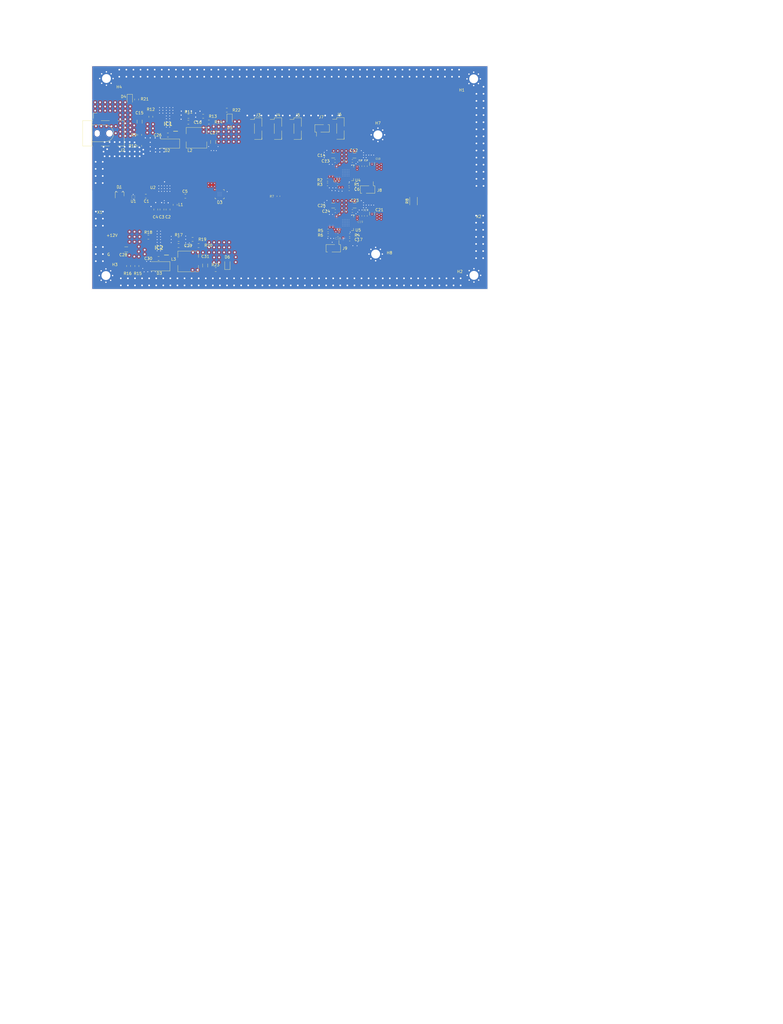
<source format=kicad_pcb>
(kicad_pcb (version 20171130) (host pcbnew "(5.1.6)-1")
  (layers (0 F.Cu signal) (1 GND signal) (2 PWR signal) (31 B.Cu signal) (34 B.Paste user) (35 F.Paste user) (36 B.SilkS user) (37 F.SilkS user) (38 B.Mask user) (39 F.Mask user) (44 Edge.Cuts user))
  (net 0 "")
  (net 1 "Net-(C1-Pad2)")
  (net 2 /LNA/RF_IN)
  (net 3 GND)
  (net 4 "/RF Attenuator/RF_IN")
  (net 5 "Net-(C5-Pad1)")
  (net 6 "Net-(C6-Pad1)")
  (net 7 "/RF Attenuator/A0")
  (net 8 "/RF Attenuator/A1")
  (net 9 "/RF Attenuator/A2")
  (net 10 "/RF Attenuator/LE")
  (net 11 "/RF Attenuator/SI")
  (net 12 "/RF Attenuator/CLK")
  (net 13 "Net-(J8-Pad2)")
  (net 14 "/Saw Filter/RF_IN")
  (net 15 "/High Power Ampifier/RF_IN")
  (net 16 "/High Power Ampifier/RF_OUT")
  (net 17 "Net-(C17-Pad1)")
  (net 18 "Net-(J9-Pad2)")
  (net 19 /5V_B1)
  (net 20 "/Buck 1 5v/PWR_IN")
  (net 21 "Net-(C16-Pad2)")
  (net 22 "Net-(C16-Pad1)")
  (net 23 "Net-(C26-Pad2)")
  (net 24 "Net-(C26-Pad1)")
  (net 25 "Net-(C29-Pad2)")
  (net 26 "Net-(C29-Pad1)")
  (net 27 "Net-(C30-Pad2)")
  (net 28 "Net-(C30-Pad1)")
  (net 29 /5V_B2)
  (net 30 "Net-(IC1-Pad6)")
  (net 31 "Net-(IC1-Pad4)")
  (net 32 "Net-(IC1-Pad2)")
  (net 33 "Net-(IC2-Pad6)")
  (net 34 "Net-(IC2-Pad4)")
  (net 35 "Net-(IC2-Pad2)")
  (net 36 "Net-(D4-Pad1)")
  (net 37 "Net-(D5-Pad1)")
  (net 38 "Net-(D6-Pad1)")
  (module Resistor_SMD:R_2010_5025Metric_Pad1.52x2.65mm_HandSolder (layer F.Cu) (at 206.66748 91.839571 90)
    (fp_text reference R8 (at 0 -2.28 90) (layer F.SilkS))
    (fp_text value 100)
    (pad 2 smd roundrect (at 2.3375 0 90) (size 1.525 2.65) (layers F.Cu F.Paste F.Mask) (roundrect_rratio 0.163934) (net 16 "/High Power Ampifier/RF_OUT"))
    (pad 1 smd roundrect (at -2.3375 0 90) (size 1.525 2.65) (layers F.Cu F.Paste F.Mask) (roundrect_rratio 0.163934) (net 16 "/High Power Ampifier/RF_OUT"))
  )
  (module MP1584:SOIC127P600X170-9N (layer F.Cu) (at 115.30584 108.56976 180)
    (fp_text reference IC2 (at 0 0) (layer F.SilkS) (effects (font (size 1.27 1.27) (thickness 0.254))))
    (fp_text value MP1584EN-LF-Z hide)
    (pad 9 smd rect (at 0 0 180) (size 2.56 3.45) (layers F.Cu F.Paste F.Mask) (net 3 GND))
    (pad 8 smd rect (at 2.712 -1.905 270) (size 0.7 1.525) (layers F.Cu F.Paste F.Mask) (net 27 "Net-(C30-Pad2)"))
    (pad 7 smd rect (at 2.712 -0.635 270) (size 0.7 1.525) (layers F.Cu F.Paste F.Mask) (net 20 "/Buck 1 5v/PWR_IN"))
    (pad 6 smd rect (at 2.712 0.635 270) (size 0.7 1.525) (layers F.Cu F.Paste F.Mask) (net 33 "Net-(IC2-Pad6)"))
    (pad 5 smd rect (at 2.712 1.905 270) (size 0.7 1.525) (layers F.Cu F.Paste F.Mask) (net 3 GND))
    (pad 4 smd rect (at -2.712 1.905 270) (size 0.7 1.525) (layers F.Cu F.Paste F.Mask) (net 34 "Net-(IC2-Pad4)"))
    (pad 3 smd rect (at -2.712 0.635 270) (size 0.7 1.525) (layers F.Cu F.Paste F.Mask) (net 26 "Net-(C29-Pad1)"))
    (pad 2 smd rect (at -2.712 -0.635 270) (size 0.7 1.525) (layers F.Cu F.Paste F.Mask) (net 35 "Net-(IC2-Pad2)"))
    (pad 1 smd rect (at -2.712 -1.905 270) (size 0.7 1.525) (layers F.Cu F.Paste F.Mask) (net 28 "Net-(C30-Pad1)"))
  )
  (module MP1584:SOIC127P600X170-9N (layer F.Cu) (at 118.5799 64.1858 180)
    (fp_text reference IC1 (at 0 0) (layer F.SilkS) (effects (font (size 1.27 1.27) (thickness 0.254))))
    (fp_text value MP1584EN-LF-Z hide)
    (pad 9 smd rect (at 0 0 180) (size 2.56 3.45) (layers F.Cu F.Paste F.Mask) (net 3 GND))
    (pad 8 smd rect (at 2.712 -1.905 270) (size 0.7 1.525) (layers F.Cu F.Paste F.Mask) (net 23 "Net-(C26-Pad2)"))
    (pad 7 smd rect (at 2.712 -0.635 270) (size 0.7 1.525) (layers F.Cu F.Paste F.Mask) (net 20 "/Buck 1 5v/PWR_IN"))
    (pad 6 smd rect (at 2.712 0.635 270) (size 0.7 1.525) (layers F.Cu F.Paste F.Mask) (net 30 "Net-(IC1-Pad6)"))
    (pad 5 smd rect (at 2.712 1.905 270) (size 0.7 1.525) (layers F.Cu F.Paste F.Mask) (net 3 GND))
    (pad 4 smd rect (at -2.712 1.905 270) (size 0.7 1.525) (layers F.Cu F.Paste F.Mask) (net 31 "Net-(IC1-Pad4)"))
    (pad 3 smd rect (at -2.712 0.635 270) (size 0.7 1.525) (layers F.Cu F.Paste F.Mask) (net 22 "Net-(C16-Pad1)"))
    (pad 2 smd rect (at -2.712 -0.635 270) (size 0.7 1.525) (layers F.Cu F.Paste F.Mask) (net 32 "Net-(IC1-Pad2)"))
    (pad 1 smd rect (at -2.712 -1.905 270) (size 0.7 1.525) (layers F.Cu F.Paste F.Mask) (net 24 "Net-(C26-Pad1)"))
  )
  (module Connector_PinHeader_2.54mm:PinHeader_1x02_P2.54mm_Vertical_SMD_Pin1Left (layer F.Cu) (at 177.88128 108.7461 270)
    (fp_text reference J9 (at 0.0294 -4.1529 180) (layer F.SilkS))
    (fp_text value Conn_01x02)
    (pad 1 smd rect (at -1.655 -1.27 270) (size 2.51 1) (layers F.Cu F.Paste F.Mask) (net 17 "Net-(C17-Pad1)"))
    (pad 2 smd rect (at 1.655 1.27 270) (size 2.51 1) (layers F.Cu F.Paste F.Mask) (net 18 "Net-(J9-Pad2)"))
  )
  (module Connector_PinHeader_2.54mm:PinHeader_1x02_P2.54mm_Vertical_SMD_Pin1Left (layer F.Cu) (at 190.18758 87.6935 270)
    (fp_text reference J8 (at 0.2667 -4.2672 180) (layer F.SilkS))
    (fp_text value Conn_01x02)
    (pad 1 smd rect (at -1.655 -1.27 270) (size 2.51 1) (layers F.Cu F.Paste F.Mask) (net 6 "Net-(C6-Pad1)"))
    (pad 2 smd rect (at 1.655 1.27 270) (size 2.51 1) (layers F.Cu F.Paste F.Mask) (net 13 "Net-(J8-Pad2)"))
  )
  (module Connector_PinHeader_2.54mm:PinHeader_1x02_P2.54mm_Vertical_SMD_Pin1Left (layer F.Cu) (at 173.87316 65.7733 90)
    (fp_text reference J7 (at 4.06654 -0.30988 180) (layer F.SilkS))
    (fp_text value Conn_01x02)
    (pad 1 smd rect (at -1.655 -1.27 90) (size 2.51 1) (layers F.Cu F.Paste F.Mask) (net 12 "/RF Attenuator/CLK"))
    (pad 2 smd rect (at 1.655 1.27 90) (size 2.51 1) (layers F.Cu F.Paste F.Mask) (net 11 "/RF Attenuator/SI"))
  )
  (module Connector_PinHeader_2.54mm:PinHeader_1x03_P2.54mm_Vertical_SMD_Pin1Left (layer F.Cu) (at 180.43906 65.7987)
    (fp_text reference J6 (at -0.43688 -5.01142) (layer F.SilkS))
    (fp_text value Conn_01x03)
    (pad 1 smd rect (at -1.655 -2.54) (size 2.51 1) (layers F.Cu F.Paste F.Mask) (net 3 GND))
    (pad 3 smd rect (at -1.655 2.54) (size 2.51 1) (layers F.Cu F.Paste F.Mask) (net 19 /5V_B1))
    (pad 2 smd rect (at 1.655 0) (size 2.51 1) (layers F.Cu F.Paste F.Mask) (net 10 "/RF Attenuator/LE"))
  )
  (module Connector_PinHeader_2.54mm:PinHeader_1x03_P2.54mm_Vertical_SMD_Pin1Left (layer F.Cu) (at 165.08476 65.8495)
    (fp_text reference J5 (at 0 -4.87) (layer F.SilkS))
    (fp_text value Conn_01x03)
    (pad 1 smd rect (at -1.655 -2.54) (size 2.51 1) (layers F.Cu F.Paste F.Mask) (net 3 GND))
    (pad 3 smd rect (at -1.655 2.54) (size 2.51 1) (layers F.Cu F.Paste F.Mask) (net 19 /5V_B1))
    (pad 2 smd rect (at 1.655 0) (size 2.51 1) (layers F.Cu F.Paste F.Mask) (net 9 "/RF Attenuator/A2"))
  )
  (module Connector_PinHeader_2.54mm:PinHeader_1x03_P2.54mm_Vertical_SMD_Pin1Left (layer F.Cu) (at 158.03626 65.8495)
    (fp_text reference J4 (at 0 -4.87) (layer F.SilkS))
    (fp_text value Conn_01x03)
    (pad 1 smd rect (at -1.655 -2.54) (size 2.51 1) (layers F.Cu F.Paste F.Mask) (net 3 GND))
    (pad 3 smd rect (at -1.655 2.54) (size 2.51 1) (layers F.Cu F.Paste F.Mask) (net 19 /5V_B1))
    (pad 2 smd rect (at 1.655 0) (size 2.51 1) (layers F.Cu F.Paste F.Mask) (net 8 "/RF Attenuator/A1"))
  )
  (module Connector_PinHeader_2.54mm:PinHeader_1x03_P2.54mm_Vertical_SMD_Pin1Left (layer F.Cu) (at 150.92426 65.8495)
    (fp_text reference J3 (at 0 -4.87) (layer F.SilkS))
    (fp_text value Conn_01x03)
    (pad 1 smd rect (at -1.655 -2.54) (size 2.51 1) (layers F.Cu F.Paste F.Mask) (net 3 GND))
    (pad 3 smd rect (at -1.655 2.54) (size 2.51 1) (layers F.Cu F.Paste F.Mask) (net 19 /5V_B1))
    (pad 2 smd rect (at 1.655 0) (size 2.51 1) (layers F.Cu F.Paste F.Mask) (net 7 "/RF Attenuator/A0"))
  )
  (module Connector_BarrelJack:BarrelJack_CLIFF_FC681465S_SMT_Horizontal (layer F.Cu) (at 96.0628 67.5513)
    (fp_text reference J2 (at 6.2357 6.0325 180) (layer F.SilkS))
    (fp_text value Barrel_Jack)
    (pad "" np_thru_hole oval (at -2.9 0 90) (size 2 1.5) (drill oval 2 1.5) (layers *.Cu *.Mask))
    (pad "" np_thru_hole circle (at 1.5 0 90) (size 2 2) (drill 2) (layers *.Cu *.Mask))
    (pad 1 smd rect (at -3 -5.5 90) (size 3 2) (layers F.Cu F.Paste F.Mask) (net 20 "/Buck 1 5v/PWR_IN"))
    (pad 1 smd rect (at 3 -5.5 90) (size 3 2) (layers F.Cu F.Paste F.Mask) (net 20 "/Buck 1 5v/PWR_IN"))
    (pad 2 smd rect (at 3 5.5 90) (size 3 2) (layers F.Cu F.Paste F.Mask) (net 3 GND))
    (pad 3 smd rect (at -3 5.5 90) (size 3 2) (layers F.Cu F.Paste F.Mask))
  )
  (module MountingHole:MountingHole_3.2mm_M3_Pad_Via (layer F.Cu) (at 193.06794 110.82528)
    (fp_text reference H8 (at 4.9657 -0.4445) (layer F.SilkS))
    (fp_text value MountingHole_Pad)
    (pad 1 thru_hole circle (at 0 0) (size 6.4 6.4) (drill 3.2) (layers *.Cu *.Mask) (net 3 GND))
    (pad 1 thru_hole circle (at 2.4 0) (size 0.8 0.8) (drill 0.5) (layers *.Cu *.Mask) (net 3 GND))
    (pad 1 thru_hole circle (at 1.697056 1.697056) (size 0.8 0.8) (drill 0.5) (layers *.Cu *.Mask) (net 3 GND))
    (pad 1 thru_hole circle (at 0 2.4) (size 0.8 0.8) (drill 0.5) (layers *.Cu *.Mask) (net 3 GND))
    (pad 1 thru_hole circle (at -1.697056 1.697056) (size 0.8 0.8) (drill 0.5) (layers *.Cu *.Mask) (net 3 GND))
    (pad 1 thru_hole circle (at -2.4 0) (size 0.8 0.8) (drill 0.5) (layers *.Cu *.Mask) (net 3 GND))
    (pad 1 thru_hole circle (at -1.697056 -1.697056) (size 0.8 0.8) (drill 0.5) (layers *.Cu *.Mask) (net 3 GND))
    (pad 1 thru_hole circle (at 0 -2.4) (size 0.8 0.8) (drill 0.5) (layers *.Cu *.Mask) (net 3 GND))
    (pad 1 thru_hole circle (at 1.697056 -1.697056) (size 0.8 0.8) (drill 0.5) (layers *.Cu *.Mask) (net 3 GND))
  )
  (module MountingHole:MountingHole_3.2mm_M3_Pad_Via (layer F.Cu) (at 193.88836 68.0847)
    (fp_text reference H7 (at 0 -4.2) (layer F.SilkS))
    (fp_text value MountingHole_Pad)
    (pad 1 thru_hole circle (at 0 0) (size 6.4 6.4) (drill 3.2) (layers *.Cu *.Mask) (net 3 GND))
    (pad 1 thru_hole circle (at 2.4 0) (size 0.8 0.8) (drill 0.5) (layers *.Cu *.Mask) (net 3 GND))
    (pad 1 thru_hole circle (at 1.697056 1.697056) (size 0.8 0.8) (drill 0.5) (layers *.Cu *.Mask) (net 3 GND))
    (pad 1 thru_hole circle (at 0 2.4) (size 0.8 0.8) (drill 0.5) (layers *.Cu *.Mask) (net 3 GND))
    (pad 1 thru_hole circle (at -1.697056 1.697056) (size 0.8 0.8) (drill 0.5) (layers *.Cu *.Mask) (net 3 GND))
    (pad 1 thru_hole circle (at -2.4 0) (size 0.8 0.8) (drill 0.5) (layers *.Cu *.Mask) (net 3 GND))
    (pad 1 thru_hole circle (at -1.697056 -1.697056) (size 0.8 0.8) (drill 0.5) (layers *.Cu *.Mask) (net 3 GND))
    (pad 1 thru_hole circle (at 0 -2.4) (size 0.8 0.8) (drill 0.5) (layers *.Cu *.Mask) (net 3 GND))
    (pad 1 thru_hole circle (at 1.697056 -1.697056) (size 0.8 0.8) (drill 0.5) (layers *.Cu *.Mask) (net 3 GND))
  )
  (module MountingHole:MountingHole_3.2mm_M3_Pad_Via (layer F.Cu) (at 96.47428 47.9044)
    (fp_text reference H4 (at 4.55676 3.0226) (layer F.SilkS))
    (fp_text value MountingHole_Pad)
    (pad 1 thru_hole circle (at 0 0) (size 6.4 6.4) (drill 3.2) (layers *.Cu *.Mask) (net 3 GND))
    (pad 1 thru_hole circle (at 2.4 0) (size 0.8 0.8) (drill 0.5) (layers *.Cu *.Mask) (net 3 GND))
    (pad 1 thru_hole circle (at 1.697056 1.697056) (size 0.8 0.8) (drill 0.5) (layers *.Cu *.Mask) (net 3 GND))
    (pad 1 thru_hole circle (at 0 2.4) (size 0.8 0.8) (drill 0.5) (layers *.Cu *.Mask) (net 3 GND))
    (pad 1 thru_hole circle (at -1.697056 1.697056) (size 0.8 0.8) (drill 0.5) (layers *.Cu *.Mask) (net 3 GND))
    (pad 1 thru_hole circle (at -2.4 0) (size 0.8 0.8) (drill 0.5) (layers *.Cu *.Mask) (net 3 GND))
    (pad 1 thru_hole circle (at -1.697056 -1.697056) (size 0.8 0.8) (drill 0.5) (layers *.Cu *.Mask) (net 3 GND))
    (pad 1 thru_hole circle (at 0 -2.4) (size 0.8 0.8) (drill 0.5) (layers *.Cu *.Mask) (net 3 GND))
    (pad 1 thru_hole circle (at 1.697056 -1.697056) (size 0.8 0.8) (drill 0.5) (layers *.Cu *.Mask) (net 3 GND))
  )
  (module MountingHole:MountingHole_3.2mm_M3_Pad_Via (layer F.Cu) (at 96.29902 118.53418)
    (fp_text reference H3 (at 3.2004 -3.93192) (layer F.SilkS))
    (fp_text value MountingHole_Pad)
    (pad 1 thru_hole circle (at 0 0) (size 6.4 6.4) (drill 3.2) (layers *.Cu *.Mask) (net 3 GND))
    (pad 1 thru_hole circle (at 2.4 0) (size 0.8 0.8) (drill 0.5) (layers *.Cu *.Mask) (net 3 GND))
    (pad 1 thru_hole circle (at 1.697056 1.697056) (size 0.8 0.8) (drill 0.5) (layers *.Cu *.Mask) (net 3 GND))
    (pad 1 thru_hole circle (at 0 2.4) (size 0.8 0.8) (drill 0.5) (layers *.Cu *.Mask) (net 3 GND))
    (pad 1 thru_hole circle (at -1.697056 1.697056) (size 0.8 0.8) (drill 0.5) (layers *.Cu *.Mask) (net 3 GND))
    (pad 1 thru_hole circle (at -2.4 0) (size 0.8 0.8) (drill 0.5) (layers *.Cu *.Mask) (net 3 GND))
    (pad 1 thru_hole circle (at -1.697056 -1.697056) (size 0.8 0.8) (drill 0.5) (layers *.Cu *.Mask) (net 3 GND))
    (pad 1 thru_hole circle (at 0 -2.4) (size 0.8 0.8) (drill 0.5) (layers *.Cu *.Mask) (net 3 GND))
    (pad 1 thru_hole circle (at 1.697056 -1.697056) (size 0.8 0.8) (drill 0.5) (layers *.Cu *.Mask) (net 3 GND))
  )
  (module MountingHole:MountingHole_3.2mm_M3_Pad_Via (layer F.Cu) (at 228.33584 118.45798)
    (fp_text reference H2 (at -5.0546 -1.3589) (layer F.SilkS))
    (fp_text value MountingHole_Pad)
    (pad 1 thru_hole circle (at 0 0) (size 6.4 6.4) (drill 3.2) (layers *.Cu *.Mask) (net 3 GND))
    (pad 1 thru_hole circle (at 2.4 0) (size 0.8 0.8) (drill 0.5) (layers *.Cu *.Mask) (net 3 GND))
    (pad 1 thru_hole circle (at 1.697056 1.697056) (size 0.8 0.8) (drill 0.5) (layers *.Cu *.Mask) (net 3 GND))
    (pad 1 thru_hole circle (at 0 2.4) (size 0.8 0.8) (drill 0.5) (layers *.Cu *.Mask) (net 3 GND))
    (pad 1 thru_hole circle (at -1.697056 1.697056) (size 0.8 0.8) (drill 0.5) (layers *.Cu *.Mask) (net 3 GND))
    (pad 1 thru_hole circle (at -2.4 0) (size 0.8 0.8) (drill 0.5) (layers *.Cu *.Mask) (net 3 GND))
    (pad 1 thru_hole circle (at -1.697056 -1.697056) (size 0.8 0.8) (drill 0.5) (layers *.Cu *.Mask) (net 3 GND))
    (pad 1 thru_hole circle (at 0 -2.4) (size 0.8 0.8) (drill 0.5) (layers *.Cu *.Mask) (net 3 GND))
    (pad 1 thru_hole circle (at 1.697056 -1.697056) (size 0.8 0.8) (drill 0.5) (layers *.Cu *.Mask) (net 3 GND))
  )
  (module MountingHole:MountingHole_3.2mm_M3_Pad_Via (layer F.Cu) (at 228.2444 48.01362)
    (fp_text reference H1 (at -4.26974 4.01828) (layer F.SilkS))
    (fp_text value MountingHole_Pad)
    (pad 1 thru_hole circle (at 0 0) (size 6.4 6.4) (drill 3.2) (layers *.Cu *.Mask) (net 3 GND))
    (pad 1 thru_hole circle (at 2.4 0) (size 0.8 0.8) (drill 0.5) (layers *.Cu *.Mask) (net 3 GND))
    (pad 1 thru_hole circle (at 1.697056 1.697056) (size 0.8 0.8) (drill 0.5) (layers *.Cu *.Mask) (net 3 GND))
    (pad 1 thru_hole circle (at 0 2.4) (size 0.8 0.8) (drill 0.5) (layers *.Cu *.Mask) (net 3 GND))
    (pad 1 thru_hole circle (at -1.697056 1.697056) (size 0.8 0.8) (drill 0.5) (layers *.Cu *.Mask) (net 3 GND))
    (pad 1 thru_hole circle (at -2.4 0) (size 0.8 0.8) (drill 0.5) (layers *.Cu *.Mask) (net 3 GND))
    (pad 1 thru_hole circle (at -1.697056 -1.697056) (size 0.8 0.8) (drill 0.5) (layers *.Cu *.Mask) (net 3 GND))
    (pad 1 thru_hole circle (at 0 -2.4) (size 0.8 0.8) (drill 0.5) (layers *.Cu *.Mask) (net 3 GND))
    (pad 1 thru_hole circle (at 1.697056 -1.697056) (size 0.8 0.8) (drill 0.5) (layers *.Cu *.Mask) (net 3 GND))
  )
  (module Resistor_SMD:R_0805_2012Metric_Pad1.15x1.40mm_HandSolder (layer F.Cu) (at 135.68346 116.39058 180)
    (fp_text reference R23 (at 0.1 1.7) (layer F.SilkS))
    (fp_text value 210K)
    (pad 1 smd roundrect (at -1.025 0 180) (size 1.15 1.4) (layers F.Cu F.Paste F.Mask) (roundrect_rratio 0.217391) (net 38 "Net-(D6-Pad1)"))
    (pad 2 smd roundrect (at 1.025 0 180) (size 1.15 1.4) (layers F.Cu F.Paste F.Mask) (roundrect_rratio 0.217391) (net 3 GND))
  )
  (module Resistor_SMD:R_0805_2012Metric_Pad1.15x1.40mm_HandSolder (layer F.Cu) (at 139.675 59.2403 180)
    (fp_text reference R22 (at -3.45 0.025 180) (layer F.SilkS))
    (fp_text value 210K)
    (pad 1 smd roundrect (at -1.025 0 180) (size 1.15 1.4) (layers F.Cu F.Paste F.Mask) (roundrect_rratio 0.217391) (net 37 "Net-(D5-Pad1)"))
    (pad 2 smd roundrect (at 1.025 0 180) (size 1.15 1.4) (layers F.Cu F.Paste F.Mask) (roundrect_rratio 0.217391) (net 3 GND))
  )
  (module Resistor_SMD:R_0805_2012Metric_Pad1.15x1.40mm_HandSolder (layer F.Cu) (at 107.307 55.4114 270)
    (fp_text reference R21 (at -0.1664 -2.9036 180) (layer F.SilkS))
    (fp_text value 210K)
    (pad 1 smd roundrect (at -1.025 0 270) (size 1.15 1.4) (layers F.Cu F.Paste F.Mask) (roundrect_rratio 0.217391) (net 36 "Net-(D4-Pad1)"))
    (pad 2 smd roundrect (at 1.025 0 270) (size 1.15 1.4) (layers F.Cu F.Paste F.Mask) (roundrect_rratio 0.217391) (net 3 GND))
  )
  (module LED_SMD:LED_0805_2012Metric_Pad1.15x1.40mm_HandSolder (layer F.Cu) (at 139.88346 114.49058 90)
    (fp_text reference D6 (at 2.6 -0.025 180) (layer F.SilkS))
    (fp_text value RED)
    (pad 1 smd roundrect (at -1.025 0 90) (size 1.15 1.4) (layers F.Cu F.Paste F.Mask) (roundrect_rratio 0.217391) (net 38 "Net-(D6-Pad1)"))
    (pad 2 smd roundrect (at 1.025 0 90) (size 1.15 1.4) (layers F.Cu F.Paste F.Mask) (roundrect_rratio 0.217391) (net 29 /5V_B2))
  )
  (module LED_SMD:LED_0805_2012Metric_Pad1.15x1.40mm_HandSolder (layer F.Cu) (at 140.675 62.4903 270)
    (fp_text reference D5 (at 3.01498 -0.05318) (layer F.SilkS))
    (fp_text value RED)
    (pad 1 smd roundrect (at -1.025 0 270) (size 1.15 1.4) (layers F.Cu F.Paste F.Mask) (roundrect_rratio 0.217391) (net 37 "Net-(D5-Pad1)"))
    (pad 2 smd roundrect (at 1.025 0 270) (size 1.15 1.4) (layers F.Cu F.Paste F.Mask) (roundrect_rratio 0.217391) (net 19 /5V_B1))
  )
  (module LED_SMD:LED_0805_2012Metric_Pad1.15x1.40mm_HandSolder (layer F.Cu) (at 104.85628 55.42026 270)
    (fp_text reference D4 (at -1.0414 2.23266 180) (layer F.SilkS))
    (fp_text value RED)
    (pad 1 smd roundrect (at -1.025 0 270) (size 1.15 1.4) (layers F.Cu F.Paste F.Mask) (roundrect_rratio 0.217391) (net 36 "Net-(D4-Pad1)"))
    (pad 2 smd roundrect (at 1.025 0 270) (size 1.15 1.4) (layers F.Cu F.Paste F.Mask) (roundrect_rratio 0.217391) (net 20 "/Buck 1 5v/PWR_IN"))
  )
  (module Resistor_SMD:R_0805_2012Metric_Pad1.15x1.40mm_HandSolder (layer F.Cu) (at 129.53122 107.77982)
    (fp_text reference R20 (at 3.53684 -0.0508) (layer F.SilkS))
    (fp_text value 210K)
    (pad 1 smd roundrect (at -1.025 0) (size 1.15 1.4) (layers F.Cu F.Paste F.Mask) (roundrect_rratio 0.217391) (net 34 "Net-(IC2-Pad4)"))
    (pad 2 smd roundrect (at 1.025 0) (size 1.15 1.4) (layers F.Cu F.Paste F.Mask) (roundrect_rratio 0.217391) (net 29 /5V_B2))
  )
  (module Resistor_SMD:R_0805_2012Metric_Pad1.15x1.40mm_HandSolder (layer F.Cu) (at 127.39116 105.55986 180)
    (fp_text reference R19 (at -3.49896 0) (layer F.SilkS))
    (fp_text value 40.2K)
    (pad 1 smd roundrect (at -1.025 0 180) (size 1.15 1.4) (layers F.Cu F.Paste F.Mask) (roundrect_rratio 0.217391) (net 34 "Net-(IC2-Pad4)"))
    (pad 2 smd roundrect (at 1.025 0 180) (size 1.15 1.4) (layers F.Cu F.Paste F.Mask) (roundrect_rratio 0.217391) (net 3 GND))
  )
  (module Resistor_SMD:R_0805_2012Metric_Pad1.15x1.40mm_HandSolder (layer F.Cu) (at 111.53346 104.76558)
    (fp_text reference R18 (at -0.05 -1.725) (layer F.SilkS))
    (fp_text value 100K)
    (pad 1 smd roundrect (at -1.025 0) (size 1.15 1.4) (layers F.Cu F.Paste F.Mask) (roundrect_rratio 0.217391) (net 33 "Net-(IC2-Pad6)"))
    (pad 2 smd roundrect (at 1.025 0) (size 1.15 1.4) (layers F.Cu F.Paste F.Mask) (roundrect_rratio 0.217391) (net 3 GND))
  )
  (module Resistor_SMD:R_0805_2012Metric_Pad1.15x1.40mm_HandSolder (layer F.Cu) (at 122.36196 105.58272 180)
    (fp_text reference R17 (at -0.0465 1.61714) (layer F.SilkS))
    (fp_text value 100K)
    (pad 1 smd roundrect (at -1.025 0 180) (size 1.15 1.4) (layers F.Cu F.Paste F.Mask) (roundrect_rratio 0.217391) (net 25 "Net-(C29-Pad2)"))
    (pad 2 smd roundrect (at 1.025 0 180) (size 1.15 1.4) (layers F.Cu F.Paste F.Mask) (roundrect_rratio 0.217391) (net 3 GND))
  )
  (module Resistor_SMD:R_0805_2012Metric_Pad1.15x1.40mm_HandSolder (layer F.Cu) (at 104.41686 115.11418 90)
    (fp_text reference R16 (at -2.6764 -0.3334 180) (layer F.SilkS))
    (fp_text value 24.9K)
    (pad 1 smd roundrect (at -1.025 0 90) (size 1.15 1.4) (layers F.Cu F.Paste F.Mask) (roundrect_rratio 0.217391) (net 35 "Net-(IC2-Pad2)"))
    (pad 2 smd roundrect (at 1.025 0 90) (size 1.15 1.4) (layers F.Cu F.Paste F.Mask) (roundrect_rratio 0.217391) (net 3 GND))
  )
  (module Resistor_SMD:R_0805_2012Metric_Pad1.15x1.40mm_HandSolder (layer F.Cu) (at 107.4039 115.11788 270)
    (fp_text reference R15 (at 2.6727 -0.32956 180) (layer F.SilkS))
    (fp_text value 100K)
    (pad 1 smd roundrect (at -1.025 0 270) (size 1.15 1.4) (layers F.Cu F.Paste F.Mask) (roundrect_rratio 0.217391) (net 20 "/Buck 1 5v/PWR_IN"))
    (pad 2 smd roundrect (at 1.025 0 270) (size 1.15 1.4) (layers F.Cu F.Paste F.Mask) (roundrect_rratio 0.217391) (net 35 "Net-(IC2-Pad2)"))
  )
  (module Resistor_SMD:R_0805_2012Metric_Pad1.15x1.40mm_HandSolder (layer F.Cu) (at 133.23316 63.5127)
    (fp_text reference R14 (at 3.44184 0.0026) (layer F.SilkS))
    (fp_text value 210K)
    (pad 1 smd roundrect (at -1.025 0) (size 1.15 1.4) (layers F.Cu F.Paste F.Mask) (roundrect_rratio 0.217391) (net 31 "Net-(IC1-Pad4)"))
    (pad 2 smd roundrect (at 1.025 0) (size 1.15 1.4) (layers F.Cu F.Paste F.Mask) (roundrect_rratio 0.217391) (net 19 /5V_B1))
  )
  (module Resistor_SMD:R_0805_2012Metric_Pad1.15x1.40mm_HandSolder (layer F.Cu) (at 131.18592 61.42482 180)
    (fp_text reference R13 (at -3.46964 -0.02286) (layer F.SilkS))
    (fp_text value 40.2K)
    (pad 1 smd roundrect (at -1.025 0 180) (size 1.15 1.4) (layers F.Cu F.Paste F.Mask) (roundrect_rratio 0.217391) (net 31 "Net-(IC1-Pad4)"))
    (pad 2 smd roundrect (at 1.025 0 180) (size 1.15 1.4) (layers F.Cu F.Paste F.Mask) (roundrect_rratio 0.217391) (net 3 GND))
  )
  (module Resistor_SMD:R_0805_2012Metric_Pad1.15x1.40mm_HandSolder (layer F.Cu) (at 112.4077 61.595 90)
    (fp_text reference R12 (at 2.6416 -0.0127 180) (layer F.SilkS))
    (fp_text value 100K)
    (pad 1 smd roundrect (at -1.025 0 90) (size 1.15 1.4) (layers F.Cu F.Paste F.Mask) (roundrect_rratio 0.217391) (net 30 "Net-(IC1-Pad6)"))
    (pad 2 smd roundrect (at 1.025 0 90) (size 1.15 1.4) (layers F.Cu F.Paste F.Mask) (roundrect_rratio 0.217391) (net 3 GND))
  )
  (module Resistor_SMD:R_0805_2012Metric_Pad1.15x1.40mm_HandSolder (layer F.Cu) (at 125.9078 61.4426 180)
    (fp_text reference R11 (at -0.07112 1.56718) (layer F.SilkS))
    (fp_text value 100K)
    (pad 1 smd roundrect (at -1.025 0 180) (size 1.15 1.4) (layers F.Cu F.Paste F.Mask) (roundrect_rratio 0.217391) (net 21 "Net-(C16-Pad2)"))
    (pad 2 smd roundrect (at 1.025 0 180) (size 1.15 1.4) (layers F.Cu F.Paste F.Mask) (roundrect_rratio 0.217391) (net 3 GND))
  )
  (module Resistor_SMD:R_0805_2012Metric_Pad1.15x1.40mm_HandSolder (layer F.Cu) (at 108.39704 72.05726 270)
    (fp_text reference R10 (at 0 2.49936 180) (layer F.SilkS))
    (fp_text value 24.9K)
    (pad 1 smd roundrect (at -1.025 0 270) (size 1.15 1.4) (layers F.Cu F.Paste F.Mask) (roundrect_rratio 0.217391) (net 32 "Net-(IC1-Pad2)"))
    (pad 2 smd roundrect (at 1.025 0 270) (size 1.15 1.4) (layers F.Cu F.Paste F.Mask) (roundrect_rratio 0.217391) (net 3 GND))
  )
  (module Resistor_SMD:R_0805_2012Metric_Pad1.15x1.40mm_HandSolder (layer F.Cu) (at 108.3818 68.08978 270)
    (fp_text reference R9 (at 0.1016 2.0574 180) (layer F.SilkS))
    (fp_text value 100K)
    (pad 1 smd roundrect (at -1.025 0 270) (size 1.15 1.4) (layers F.Cu F.Paste F.Mask) (roundrect_rratio 0.217391) (net 20 "/Buck 1 5v/PWR_IN"))
    (pad 2 smd roundrect (at 1.025 0 270) (size 1.15 1.4) (layers F.Cu F.Paste F.Mask) (roundrect_rratio 0.217391) (net 32 "Net-(IC1-Pad2)"))
  )
  (module Inductor_SMD:L_7.3x7.3_H4.5 (layer F.Cu) (at 125.79604 113.45672)
    (fp_text reference L3 (at -5.23758 -0.79114) (layer F.SilkS))
    (fp_text value 15uH)
    (pad 1 smd rect (at -3.2 0) (size 1.5 2.2) (layers F.Cu F.Paste F.Mask) (net 28 "Net-(C30-Pad1)"))
    (pad 2 smd rect (at 3.2 0) (size 1.5 2.2) (layers F.Cu F.Paste F.Mask) (net 29 /5V_B2))
  )
  (module Inductor_SMD:L_7.3x7.3_H4.5 (layer F.Cu) (at 128.79422 69.14468)
    (fp_text reference L2 (at -2.36922 4.54562) (layer F.SilkS))
    (fp_text value 15uH)
    (pad 1 smd rect (at -3.2 0) (size 1.5 2.2) (layers F.Cu F.Paste F.Mask) (net 24 "Net-(C26-Pad1)"))
    (pad 2 smd rect (at 3.2 0) (size 1.5 2.2) (layers F.Cu F.Paste F.Mask) (net 19 /5V_B1))
  )
  (module Diode_SMD:D_SMA_Handsoldering (layer F.Cu) (at 114.87912 115.20424 180)
    (fp_text reference D3 (at -0.57404 -2.50444) (layer F.SilkS))
    (fp_text value SS34)
    (pad 1 smd rect (at -2.5 0 180) (size 3.5 1.8) (layers F.Cu F.Paste F.Mask) (net 28 "Net-(C30-Pad1)"))
    (pad 2 smd rect (at 2.5 0 180) (size 3.5 1.8) (layers F.Cu F.Paste F.Mask) (net 3 GND))
  )
  (module Diode_SMD:D_SMA_Handsoldering (layer F.Cu) (at 118.35 71.2153 180)
    (fp_text reference D2 (at 0 -2.5) (layer F.SilkS))
    (fp_text value SS34)
    (pad 1 smd rect (at -2.5 0 180) (size 3.5 1.8) (layers F.Cu F.Paste F.Mask) (net 24 "Net-(C26-Pad1)"))
    (pad 2 smd rect (at 2.5 0 180) (size 3.5 1.8) (layers F.Cu F.Paste F.Mask) (net 3 GND))
  )
  (module Capacitor_SMD:C_1206_3216Metric_Pad1.42x1.75mm_HandSolder (layer F.Cu) (at 131.9022 114.91468 270)
    (fp_text reference C31 (at -3.2241 -0.05626 180) (layer F.SilkS))
    (fp_text value 10uF)
    (pad 1 smd roundrect (at -1.4875 0 270) (size 1.425 1.75) (layers F.Cu F.Paste F.Mask) (roundrect_rratio 0.175439) (net 29 /5V_B2))
    (pad 2 smd roundrect (at 1.4875 0 270) (size 1.425 1.75) (layers F.Cu F.Paste F.Mask) (roundrect_rratio 0.175439) (net 3 GND))
  )
  (module Capacitor_SMD:C_0805_2012Metric_Pad1.15x1.40mm_HandSolder (layer F.Cu) (at 115.189 112.40008 180)
    (fp_text reference C30 (at 3.68554 -0.0127) (layer F.SilkS))
    (fp_text value 0.1uF)
    (pad 1 smd roundrect (at -1.025 0 180) (size 1.15 1.4) (layers F.Cu F.Paste F.Mask) (roundrect_rratio 0.217391) (net 28 "Net-(C30-Pad1)"))
    (pad 2 smd roundrect (at 1.025 0 180) (size 1.15 1.4) (layers F.Cu F.Paste F.Mask) (roundrect_rratio 0.217391) (net 27 "Net-(C30-Pad2)"))
  )
  (module Capacitor_SMD:C_0805_2012Metric_Pad1.15x1.40mm_HandSolder (layer F.Cu) (at 122.3645 107.76966)
    (fp_text reference C29 (at 3.4036 0.06096) (layer F.SilkS))
    (fp_text value 150pF)
    (pad 1 smd roundrect (at -1.025 0) (size 1.15 1.4) (layers F.Cu F.Paste F.Mask) (roundrect_rratio 0.217391) (net 26 "Net-(C29-Pad1)"))
    (pad 2 smd roundrect (at 1.025 0) (size 1.15 1.4) (layers F.Cu F.Paste F.Mask) (roundrect_rratio 0.217391) (net 25 "Net-(C29-Pad2)"))
  )
  (module Capacitor_SMD:C_1206_3216Metric_Pad1.42x1.75mm_HandSolder (layer F.Cu) (at 103.58882 109.15396 180)
    (fp_text reference C28 (at 1.06426 -1.95072) (layer F.SilkS))
    (fp_text value 10uF)
    (pad 1 smd roundrect (at -1.4875 0 180) (size 1.425 1.75) (layers F.Cu F.Paste F.Mask) (roundrect_rratio 0.175439) (net 20 "/Buck 1 5v/PWR_IN"))
    (pad 2 smd roundrect (at 1.4875 0 180) (size 1.425 1.75) (layers F.Cu F.Paste F.Mask) (roundrect_rratio 0.175439) (net 3 GND))
  )
  (module Capacitor_SMD:C_1206_3216Metric_Pad1.42x1.75mm_HandSolder (layer F.Cu) (at 134.76322 70.63058 270)
    (fp_text reference C27 (at -3.2893 -0.2794 180) (layer F.SilkS))
    (fp_text value 10uF)
    (pad 1 smd roundrect (at -1.4875 0 270) (size 1.425 1.75) (layers F.Cu F.Paste F.Mask) (roundrect_rratio 0.175439) (net 19 /5V_B1))
    (pad 2 smd roundrect (at 1.4875 0 270) (size 1.425 1.75) (layers F.Cu F.Paste F.Mask) (roundrect_rratio 0.175439) (net 3 GND))
  )
  (module Capacitor_SMD:C_0805_2012Metric_Pad1.15x1.40mm_HandSolder (layer F.Cu) (at 118.5328 68.1609 180)
    (fp_text reference C26 (at 3.6703 -0.0254) (layer F.SilkS))
    (fp_text value 0.1uF)
    (pad 1 smd roundrect (at -1.025 0 180) (size 1.15 1.4) (layers F.Cu F.Paste F.Mask) (roundrect_rratio 0.217391) (net 24 "Net-(C26-Pad1)"))
    (pad 2 smd roundrect (at 1.025 0 180) (size 1.15 1.4) (layers F.Cu F.Paste F.Mask) (roundrect_rratio 0.217391) (net 23 "Net-(C26-Pad2)"))
  )
  (module Capacitor_SMD:C_0805_2012Metric_Pad1.15x1.40mm_HandSolder (layer F.Cu) (at 125.87732 63.56604)
    (fp_text reference C16 (at 3.3528 0.01524) (layer F.SilkS))
    (fp_text value 150pF)
    (pad 1 smd roundrect (at -1.025 0) (size 1.15 1.4) (layers F.Cu F.Paste F.Mask) (roundrect_rratio 0.217391) (net 22 "Net-(C16-Pad1)"))
    (pad 2 smd roundrect (at 1.025 0) (size 1.15 1.4) (layers F.Cu F.Paste F.Mask) (roundrect_rratio 0.217391) (net 21 "Net-(C16-Pad2)"))
  )
  (module Capacitor_SMD:C_1206_3216Metric_Pad1.42x1.75mm_HandSolder (layer F.Cu) (at 108.3945 63.3603 90)
    (fp_text reference C15 (at 3.1496 -0.0762 180) (layer F.SilkS))
    (fp_text value 10uF)
    (pad 1 smd roundrect (at -1.4875 0 90) (size 1.425 1.75) (layers F.Cu F.Paste F.Mask) (roundrect_rratio 0.175439) (net 20 "/Buck 1 5v/PWR_IN"))
    (pad 2 smd roundrect (at 1.4875 0 90) (size 1.425 1.75) (layers F.Cu F.Paste F.Mask) (roundrect_rratio 0.175439) (net 3 GND))
  )
  (module SPF5189Z:SPF5189Z (layer F.Cu) (at 115.07514 89.33942)
    (fp_text reference U2 (at -1.93592 -2.36982) (layer F.SilkS))
    (fp_text value SPF5189Z)
    (fp_poly (pts (xy 1.778 0.0635) (xy 2.7305 0.0635) (xy 2.7305 -0.5715) (xy 1.778 -0.5715)) (layer F.Cu) (width 0.1))
    (pad 1 smd custom (at 0.75 0.75) (size 0.8 1.5) (layers F.Cu F.Paste F.Mask) (net 1 "Net-(C1-Pad2)") (options (clearance outline) (anchor rect)) (primitives))
    (pad 3 smd custom (at 3.75 0.75) (size 0.8 1.5) (layers F.Cu F.Paste F.Mask) (net 5 "Net-(C5-Pad1)") (options (clearance outline) (anchor rect)) (primitives))
    (pad 2 smd custom (at 2.25 0.75) (size 1.1 1.5) (layers F.Cu F.Paste F.Mask) (net 3 GND) (options (clearance outline) (anchor rect)) (primitives))
    (pad 4 smd custom (at 2.25 -1.9685) (size 5 3) (layers F.Cu F.Paste F.Mask) (net 3 GND) (options (clearance convexhull) (anchor rect)) (primitives))
  )
  (module Resistor_SMD:R_0603_1608Metric_Pad1.05x0.95mm_HandSolder (layer F.Cu) (at 158.2 90.08872 90)
    (fp_text reference R7 (at -0.08128 -2.37354) (layer F.SilkS) (effects (font (size 0.8 0.8) (thickness 0.1))))
    (fp_text value 100)
    (pad 1 smd roundrect (at -0.875 0 90) (size 1.05 0.95) (layers F.Cu F.Paste F.Mask) (net 15 "/High Power Ampifier/RF_IN"))
    (pad 2 smd roundrect (at 0.875 0 90) (size 1.05 0.95) (layers F.Cu F.Paste F.Mask) (net 15 "/High Power Ampifier/RF_IN"))
  )
  (module SKY66292-11:SKY66292-11 (layer F.Cu) (at 182.35868 81.68894)
    (fp_text reference U4 (at 4.308 2.68606) (layer F.SilkS))
    (fp_text value SKY66295)
    (pad 17 thru_hole circle (at 1.15 1.15) (size 0.2875 0.2875) (drill 0.14375) (layers *.Cu *.Mask) (net 3 GND))
    (pad 17 thru_hole circle (at 1.15 0.575) (size 0.2875 0.2875) (drill 0.14375) (layers *.Cu *.Mask) (net 3 GND))
    (pad 17 thru_hole circle (at 1.15 0) (size 0.2875 0.2875) (drill 0.14375) (layers *.Cu *.Mask) (net 3 GND))
    (pad 17 thru_hole circle (at 1.15 -0.575) (size 0.2875 0.2875) (drill 0.14375) (layers *.Cu *.Mask) (net 3 GND))
    (pad 17 thru_hole circle (at 1.15 -1.15) (size 0.2875 0.2875) (drill 0.14375) (layers *.Cu *.Mask) (net 3 GND))
    (pad 17 thru_hole circle (at 0.575 1.15) (size 0.2875 0.2875) (drill 0.14375) (layers *.Cu *.Mask) (net 3 GND))
    (pad 17 thru_hole circle (at 0.575 0.575) (size 0.2875 0.2875) (drill 0.14375) (layers *.Cu *.Mask) (net 3 GND))
    (pad 17 thru_hole circle (at 0.575 0) (size 0.2875 0.2875) (drill 0.14375) (layers *.Cu *.Mask) (net 3 GND))
    (pad 17 thru_hole circle (at 0.575 -0.575) (size 0.2875 0.2875) (drill 0.14375) (layers *.Cu *.Mask) (net 3 GND))
    (pad 17 thru_hole circle (at 0.575 -1.15) (size 0.2875 0.2875) (drill 0.14375) (layers *.Cu *.Mask) (net 3 GND))
    (pad 17 thru_hole circle (at 0 1.15) (size 0.2875 0.2875) (drill 0.14375) (layers *.Cu *.Mask) (net 3 GND))
    (pad 17 thru_hole circle (at 0 0.575) (size 0.2875 0.2875) (drill 0.14375) (layers *.Cu *.Mask) (net 3 GND))
    (pad 17 thru_hole circle (at 0 0) (size 0.2875 0.2875) (drill 0.14375) (layers *.Cu *.Mask) (net 3 GND))
    (pad 17 thru_hole circle (at 0 -0.575) (size 0.2875 0.2875) (drill 0.14375) (layers *.Cu *.Mask) (net 3 GND))
    (pad 17 thru_hole circle (at 0 -1.15) (size 0.2875 0.2875) (drill 0.14375) (layers *.Cu *.Mask) (net 3 GND))
    (pad 17 thru_hole circle (at -0.575 1.15) (size 0.2875 0.2875) (drill 0.14375) (layers *.Cu *.Mask) (net 3 GND))
    (pad 17 thru_hole circle (at -0.575 0.575) (size 0.2875 0.2875) (drill 0.14375) (layers *.Cu *.Mask) (net 3 GND))
    (pad 17 thru_hole circle (at -0.575 0) (size 0.2875 0.2875) (drill 0.14375) (layers *.Cu *.Mask) (net 3 GND))
    (pad 17 thru_hole circle (at -0.575 -0.575) (size 0.2875 0.2875) (drill 0.14375) (layers *.Cu *.Mask) (net 3 GND))
    (pad 17 thru_hole circle (at -0.575 -1.15) (size 0.2875 0.2875) (drill 0.14375) (layers *.Cu *.Mask) (net 3 GND))
    (pad 17 thru_hole circle (at -1.15 1.15) (size 0.2875 0.2875) (drill 0.14375) (layers *.Cu *.Mask) (net 3 GND))
    (pad 17 thru_hole circle (at -1.15 0.575) (size 0.2875 0.2875) (drill 0.14375) (layers *.Cu *.Mask) (net 3 GND))
    (pad 17 thru_hole circle (at -1.15 0) (size 0.2875 0.2875) (drill 0.14375) (layers *.Cu *.Mask) (net 3 GND))
    (pad 17 thru_hole circle (at -1.15 -0.575) (size 0.2875 0.2875) (drill 0.14375) (layers *.Cu *.Mask) (net 3 GND))
    (pad 17 thru_hole circle (at -1.15 -1.15) (size 0.2875 0.2875) (drill 0.14375) (layers *.Cu *.Mask) (net 3 GND))
    (pad 17 smd rect (at 1.15 1.15) (size 0.575 0.575) (layers F.Cu F.Paste F.Mask) (net 3 GND))
    (pad 17 smd rect (at 1.15 0.575) (size 0.575 0.575) (layers F.Cu F.Paste F.Mask) (net 3 GND))
    (pad 17 smd rect (at 1.15 0) (size 0.575 0.575) (layers F.Cu F.Paste F.Mask) (net 3 GND))
    (pad 17 smd rect (at 1.15 -0.575) (size 0.575 0.575) (layers F.Cu F.Paste F.Mask) (net 3 GND))
    (pad 17 smd rect (at 1.15 -1.15) (size 0.575 0.575) (layers F.Cu F.Paste F.Mask) (net 3 GND))
    (pad 17 smd rect (at 0.575 1.15) (size 0.575 0.575) (layers F.Cu F.Paste F.Mask) (net 3 GND))
    (pad 17 smd rect (at 0.575 0.575) (size 0.575 0.575) (layers F.Cu F.Paste F.Mask) (net 3 GND))
    (pad 17 smd rect (at 0.575 0) (size 0.575 0.575) (layers F.Cu F.Paste F.Mask) (net 3 GND))
    (pad 17 smd rect (at 0.575 -0.575) (size 0.575 0.575) (layers F.Cu F.Paste F.Mask) (net 3 GND))
    (pad 17 smd rect (at 0.575 -1.15) (size 0.575 0.575) (layers F.Cu F.Paste F.Mask) (net 3 GND))
    (pad 17 smd rect (at 0 1.15) (size 0.575 0.575) (layers F.Cu F.Paste F.Mask) (net 3 GND))
    (pad 17 smd rect (at 0 0.575) (size 0.575 0.575) (layers F.Cu F.Paste F.Mask) (net 3 GND))
    (pad 17 smd rect (at 0 0) (size 0.575 0.575) (layers F.Cu F.Paste F.Mask) (net 3 GND))
    (pad 17 smd rect (at 0 -0.575) (size 0.575 0.575) (layers F.Cu F.Paste F.Mask) (net 3 GND))
    (pad 17 smd rect (at 0 -1.15) (size 0.575 0.575) (layers F.Cu F.Paste F.Mask) (net 3 GND))
    (pad 17 smd rect (at -0.575 1.15) (size 0.575 0.575) (layers F.Cu F.Paste F.Mask) (net 3 GND))
    (pad 17 smd rect (at -0.575 0.575) (size 0.575 0.575) (layers F.Cu F.Paste F.Mask) (net 3 GND))
    (pad 17 smd rect (at -0.575 0) (size 0.575 0.575) (layers F.Cu F.Paste F.Mask) (net 3 GND))
    (pad 17 smd rect (at -0.575 -0.575) (size 0.575 0.575) (layers F.Cu F.Paste F.Mask) (net 3 GND))
    (pad 17 smd rect (at -0.575 -1.15) (size 0.575 0.575) (layers F.Cu F.Paste F.Mask) (net 3 GND))
    (pad 17 smd rect (at -1.15 1.15) (size 0.575 0.575) (layers F.Cu F.Paste F.Mask) (net 3 GND))
    (pad 17 smd rect (at -1.15 0.575) (size 0.575 0.575) (layers F.Cu F.Paste F.Mask) (net 3 GND))
    (pad 17 smd rect (at -1.15 0) (size 0.575 0.575) (layers F.Cu F.Paste F.Mask) (net 3 GND))
    (pad 17 smd rect (at -1.15 -0.575) (size 0.575 0.575) (layers F.Cu F.Paste F.Mask) (net 3 GND))
    (pad 17 smd rect (at -1.15 -1.15) (size 0.575 0.575) (layers F.Cu F.Paste F.Mask) (net 3 GND))
    (pad 16 smd oval (at -1.2 -2.5) (size 0.5 0.9) (layers F.Cu F.Paste F.Mask) (net 19 /5V_B1))
    (pad 15 smd oval (at -0.4 -2.5) (size 0.5 0.9) (layers F.Cu F.Paste F.Mask) (net 3 GND))
    (pad 14 smd oval (at 0.4 -2.5) (size 0.5 0.9) (layers F.Cu F.Paste F.Mask) (net 19 /5V_B1))
    (pad 13 smd oval (at 1.2 -2.5) (size 0.5 0.9) (layers F.Cu F.Paste F.Mask) (net 3 GND))
    (pad 12 smd oval (at 2.5 -1.2 90) (size 0.5 0.9) (layers F.Cu F.Paste F.Mask) (net 19 /5V_B1))
    (pad 11 smd oval (at 2.5 -0.4 90) (size 0.5 0.9) (layers F.Cu F.Paste F.Mask) (net 3 GND))
    (pad 10 smd oval (at 2.5 0.4 90) (size 0.5 0.9) (layers F.Cu F.Paste F.Mask) (net 3 GND) (clearance 0.1))
    (pad 9 smd oval (at 2.5 1.2 90) (size 0.5 0.9) (layers F.Cu F.Paste F.Mask) (net 16 "/High Power Ampifier/RF_OUT") (clearance 0.3))
    (pad 8 smd oval (at 1.2 2.5) (size 0.5 0.9) (layers F.Cu F.Paste F.Mask) (net 3 GND))
    (pad 7 smd oval (at 0.4 2.5) (size 0.5 0.9) (layers F.Cu F.Paste F.Mask) (net 3 GND))
    (pad 6 smd oval (at -0.4 2.5) (size 0.5 0.9) (layers F.Cu F.Paste F.Mask) (net 6 "Net-(C6-Pad1)"))
    (pad 5 smd oval (at -1.2 2.5) (size 0.5 0.9) (layers F.Cu F.Paste F.Mask) (net 19 /5V_B1))
    (pad 4 smd oval (at -2.5 1.2 90) (size 0.5 0.9) (layers F.Cu F.Paste F.Mask) (net 3 GND))
    (pad 3 smd oval (at -2.5 0.4 90) (size 0.5 0.9) (layers F.Cu F.Paste F.Mask) (net 3 GND) (clearance 0.1))
    (pad 2 smd oval (at -2.5 -0.4 90) (size 0.5 0.9) (layers F.Cu F.Paste F.Mask) (net 15 "/High Power Ampifier/RF_IN") (clearance 0.3))
    (pad 1 smd oval (at -2.5 -1.2 90) (size 0.5 0.9) (layers F.Cu F.Paste F.Mask) (net 3 GND) (clearance 0.1))
  )
  (module SKY66292-11:SKY66292-11 (layer F.Cu) (at 182.35868 99.590201)
    (fp_text reference U5 (at 4.433 2.634799) (layer F.SilkS))
    (fp_text value SKY66295)
    (pad 17 thru_hole circle (at 1.15 1.15) (size 0.2875 0.2875) (drill 0.14375) (layers *.Cu *.Mask) (net 3 GND))
    (pad 17 thru_hole circle (at 1.15 0.575) (size 0.2875 0.2875) (drill 0.14375) (layers *.Cu *.Mask) (net 3 GND))
    (pad 17 thru_hole circle (at 1.15 0) (size 0.2875 0.2875) (drill 0.14375) (layers *.Cu *.Mask) (net 3 GND))
    (pad 17 thru_hole circle (at 1.15 -0.575) (size 0.2875 0.2875) (drill 0.14375) (layers *.Cu *.Mask) (net 3 GND))
    (pad 17 thru_hole circle (at 1.15 -1.15) (size 0.2875 0.2875) (drill 0.14375) (layers *.Cu *.Mask) (net 3 GND))
    (pad 17 thru_hole circle (at 0.575 1.15) (size 0.2875 0.2875) (drill 0.14375) (layers *.Cu *.Mask) (net 3 GND))
    (pad 17 thru_hole circle (at 0.575 0.575) (size 0.2875 0.2875) (drill 0.14375) (layers *.Cu *.Mask) (net 3 GND))
    (pad 17 thru_hole circle (at 0.575 0) (size 0.2875 0.2875) (drill 0.14375) (layers *.Cu *.Mask) (net 3 GND))
    (pad 17 thru_hole circle (at 0.575 -0.575) (size 0.2875 0.2875) (drill 0.14375) (layers *.Cu *.Mask) (net 3 GND))
    (pad 17 thru_hole circle (at 0.575 -1.15) (size 0.2875 0.2875) (drill 0.14375) (layers *.Cu *.Mask) (net 3 GND))
    (pad 17 thru_hole circle (at 0 1.15) (size 0.2875 0.2875) (drill 0.14375) (layers *.Cu *.Mask) (net 3 GND))
    (pad 17 thru_hole circle (at 0 0.575) (size 0.2875 0.2875) (drill 0.14375) (layers *.Cu *.Mask) (net 3 GND))
    (pad 17 thru_hole circle (at 0 0) (size 0.2875 0.2875) (drill 0.14375) (layers *.Cu *.Mask) (net 3 GND))
    (pad 17 thru_hole circle (at 0 -0.575) (size 0.2875 0.2875) (drill 0.14375) (layers *.Cu *.Mask) (net 3 GND))
    (pad 17 thru_hole circle (at 0 -1.15) (size 0.2875 0.2875) (drill 0.14375) (layers *.Cu *.Mask) (net 3 GND))
    (pad 17 thru_hole circle (at -0.575 1.15) (size 0.2875 0.2875) (drill 0.14375) (layers *.Cu *.Mask) (net 3 GND))
    (pad 17 thru_hole circle (at -0.575 0.575) (size 0.2875 0.2875) (drill 0.14375) (layers *.Cu *.Mask) (net 3 GND))
    (pad 17 thru_hole circle (at -0.575 0) (size 0.2875 0.2875) (drill 0.14375) (layers *.Cu *.Mask) (net 3 GND))
    (pad 17 thru_hole circle (at -0.575 -0.575) (size 0.2875 0.2875) (drill 0.14375) (layers *.Cu *.Mask) (net 3 GND))
    (pad 17 thru_hole circle (at -0.575 -1.15) (size 0.2875 0.2875) (drill 0.14375) (layers *.Cu *.Mask) (net 3 GND))
    (pad 17 thru_hole circle (at -1.15 1.15) (size 0.2875 0.2875) (drill 0.14375) (layers *.Cu *.Mask) (net 3 GND))
    (pad 17 thru_hole circle (at -1.15 0.575) (size 0.2875 0.2875) (drill 0.14375) (layers *.Cu *.Mask) (net 3 GND))
    (pad 17 thru_hole circle (at -1.15 0) (size 0.2875 0.2875) (drill 0.14375) (layers *.Cu *.Mask) (net 3 GND))
    (pad 17 thru_hole circle (at -1.15 -0.575) (size 0.2875 0.2875) (drill 0.14375) (layers *.Cu *.Mask) (net 3 GND))
    (pad 17 thru_hole circle (at -1.15 -1.15) (size 0.2875 0.2875) (drill 0.14375) (layers *.Cu *.Mask) (net 3 GND))
    (pad 17 smd rect (at 1.15 1.15) (size 0.575 0.575) (layers F.Cu F.Paste F.Mask) (net 3 GND))
    (pad 17 smd rect (at 1.15 0.575) (size 0.575 0.575) (layers F.Cu F.Paste F.Mask) (net 3 GND))
    (pad 17 smd rect (at 1.15 0) (size 0.575 0.575) (layers F.Cu F.Paste F.Mask) (net 3 GND))
    (pad 17 smd rect (at 1.15 -0.575) (size 0.575 0.575) (layers F.Cu F.Paste F.Mask) (net 3 GND))
    (pad 17 smd rect (at 1.15 -1.15) (size 0.575 0.575) (layers F.Cu F.Paste F.Mask) (net 3 GND))
    (pad 17 smd rect (at 0.575 1.15) (size 0.575 0.575) (layers F.Cu F.Paste F.Mask) (net 3 GND))
    (pad 17 smd rect (at 0.575 0.575) (size 0.575 0.575) (layers F.Cu F.Paste F.Mask) (net 3 GND))
    (pad 17 smd rect (at 0.575 0) (size 0.575 0.575) (layers F.Cu F.Paste F.Mask) (net 3 GND))
    (pad 17 smd rect (at 0.575 -0.575) (size 0.575 0.575) (layers F.Cu F.Paste F.Mask) (net 3 GND))
    (pad 17 smd rect (at 0.575 -1.15) (size 0.575 0.575) (layers F.Cu F.Paste F.Mask) (net 3 GND))
    (pad 17 smd rect (at 0 1.15) (size 0.575 0.575) (layers F.Cu F.Paste F.Mask) (net 3 GND))
    (pad 17 smd rect (at 0 0.575) (size 0.575 0.575) (layers F.Cu F.Paste F.Mask) (net 3 GND))
    (pad 17 smd rect (at 0 0) (size 0.575 0.575) (layers F.Cu F.Paste F.Mask) (net 3 GND))
    (pad 17 smd rect (at 0 -0.575) (size 0.575 0.575) (layers F.Cu F.Paste F.Mask) (net 3 GND))
    (pad 17 smd rect (at 0 -1.15) (size 0.575 0.575) (layers F.Cu F.Paste F.Mask) (net 3 GND))
    (pad 17 smd rect (at -0.575 1.15) (size 0.575 0.575) (layers F.Cu F.Paste F.Mask) (net 3 GND))
    (pad 17 smd rect (at -0.575 0.575) (size 0.575 0.575) (layers F.Cu F.Paste F.Mask) (net 3 GND))
    (pad 17 smd rect (at -0.575 0) (size 0.575 0.575) (layers F.Cu F.Paste F.Mask) (net 3 GND))
    (pad 17 smd rect (at -0.575 -0.575) (size 0.575 0.575) (layers F.Cu F.Paste F.Mask) (net 3 GND))
    (pad 17 smd rect (at -0.575 -1.15) (size 0.575 0.575) (layers F.Cu F.Paste F.Mask) (net 3 GND))
    (pad 17 smd rect (at -1.15 1.15) (size 0.575 0.575) (layers F.Cu F.Paste F.Mask) (net 3 GND))
    (pad 17 smd rect (at -1.15 0.575) (size 0.575 0.575) (layers F.Cu F.Paste F.Mask) (net 3 GND))
    (pad 17 smd rect (at -1.15 0) (size 0.575 0.575) (layers F.Cu F.Paste F.Mask) (net 3 GND))
    (pad 17 smd rect (at -1.15 -0.575) (size 0.575 0.575) (layers F.Cu F.Paste F.Mask) (net 3 GND))
    (pad 17 smd rect (at -1.15 -1.15) (size 0.575 0.575) (layers F.Cu F.Paste F.Mask) (net 3 GND))
    (pad 16 smd oval (at -1.2 -2.5) (size 0.5 0.9) (layers F.Cu F.Paste F.Mask) (net 29 /5V_B2))
    (pad 15 smd oval (at -0.4 -2.5) (size 0.5 0.9) (layers F.Cu F.Paste F.Mask) (net 3 GND))
    (pad 14 smd oval (at 0.4 -2.5) (size 0.5 0.9) (layers F.Cu F.Paste F.Mask) (net 29 /5V_B2))
    (pad 13 smd oval (at 1.2 -2.5) (size 0.5 0.9) (layers F.Cu F.Paste F.Mask) (net 3 GND))
    (pad 12 smd oval (at 2.5 -1.2 90) (size 0.5 0.9) (layers F.Cu F.Paste F.Mask) (net 29 /5V_B2))
    (pad 11 smd oval (at 2.5 -0.4 90) (size 0.5 0.9) (layers F.Cu F.Paste F.Mask) (net 3 GND))
    (pad 10 smd oval (at 2.5 0.4 90) (size 0.5 0.9) (layers F.Cu F.Paste F.Mask) (net 3 GND) (clearance 0.1))
    (pad 9 smd oval (at 2.5 1.2 90) (size 0.5 0.9) (layers F.Cu F.Paste F.Mask) (net 16 "/High Power Ampifier/RF_OUT"))
    (pad 8 smd oval (at 1.2 2.5) (size 0.5 0.9) (layers F.Cu F.Paste F.Mask) (net 3 GND))
    (pad 7 smd oval (at 0.4 2.5) (size 0.5 0.9) (layers F.Cu F.Paste F.Mask) (net 3 GND))
    (pad 6 smd oval (at -0.4 2.5) (size 0.5 0.9) (layers F.Cu F.Paste F.Mask) (net 17 "Net-(C17-Pad1)"))
    (pad 5 smd oval (at -1.2 2.5) (size 0.5 0.9) (layers F.Cu F.Paste F.Mask) (net 29 /5V_B2))
    (pad 4 smd oval (at -2.5 1.2 90) (size 0.5 0.9) (layers F.Cu F.Paste F.Mask) (net 3 GND))
    (pad 3 smd oval (at -2.5 0.4 90) (size 0.5 0.9) (layers F.Cu F.Paste F.Mask) (net 3 GND) (clearance 0.1))
    (pad 2 smd oval (at -2.5 -0.4 90) (size 0.5 0.9) (layers F.Cu F.Paste F.Mask) (net 15 "/High Power Ampifier/RF_IN"))
    (pad 1 smd oval (at -2.5 -1.2 90) (size 0.5 0.9) (layers F.Cu F.Paste F.Mask) (net 3 GND) (clearance 0.1))
  )
  (module Resistor_SMD:R_0603_1608Metric_Pad1.05x0.95mm_HandSolder (layer F.Cu) (at 176.02708 104.013)
    (fp_text reference R6 (at -2.77368 0.05588) (layer F.SilkS))
    (fp_text value 10k)
    (pad 2 smd roundrect (at 0.875 0) (size 1.05 0.95) (layers F.Cu F.Paste F.Mask) (net 3 GND))
    (pad 1 smd roundrect (at -0.875 0) (size 1.05 0.95) (layers F.Cu F.Paste F.Mask) (net 18 "Net-(J9-Pad2)"))
  )
  (module Resistor_SMD:R_0603_1608Metric_Pad1.05x0.95mm_HandSolder (layer F.Cu) (at 175.9966 102.34676 180)
    (fp_text reference R5 (at 2.7178 -0.08128) (layer F.SilkS))
    (fp_text value 15k)
    (pad 2 smd roundrect (at 0.875 0 180) (size 1.05 0.95) (layers F.Cu F.Paste F.Mask) (net 18 "Net-(J9-Pad2)"))
    (pad 1 smd roundrect (at -0.875 0 180) (size 1.05 0.95) (layers F.Cu F.Paste F.Mask) (net 29 /5V_B2))
  )
  (module Resistor_SMD:R_0603_1608Metric_Pad1.05x0.95mm_HandSolder (layer F.Cu) (at 183.73344 104.0384)
    (fp_text reference R4 (at 2.73812 0.03556) (layer F.SilkS))
    (fp_text value 200k)
    (pad 2 smd roundrect (at 0.875 0) (size 1.05 0.95) (layers F.Cu F.Paste F.Mask) (net 3 GND))
    (pad 1 smd roundrect (at -0.875 0) (size 1.05 0.95) (layers F.Cu F.Paste F.Mask) (net 17 "Net-(C17-Pad1)"))
  )
  (module Capacitor_SMD:C_1206_3216Metric_Pad1.42x1.75mm_HandSolder (layer F.Cu) (at 177.83216 93.425 180)
    (fp_text reference C25 (at 4.15036 -0.04064) (layer F.SilkS))
    (fp_text value 10u)
    (pad 2 smd roundrect (at 1.4875 0 180) (size 1.425 1.75) (layers F.Cu F.Paste F.Mask) (roundrect_rratio 0.175439) (net 3 GND))
    (pad 1 smd roundrect (at -1.4875 0 180) (size 1.425 1.75) (layers F.Cu F.Paste F.Mask) (roundrect_rratio 0.175439) (net 29 /5V_B2))
  )
  (module Capacitor_SMD:C_0603_1608Metric_Pad1.05x0.95mm_HandSolder (layer F.Cu) (at 178.59168 95.4 180)
    (fp_text reference C24 (at 3.29692 -0.09652) (layer F.SilkS))
    (fp_text value 3.3n)
    (pad 2 smd roundrect (at 0.875 0 180) (size 1.05 0.95) (layers F.Cu F.Paste F.Mask) (net 3 GND))
    (pad 1 smd roundrect (at -0.875 0 180) (size 1.05 0.95) (layers F.Cu F.Paste F.Mask) (net 29 /5V_B2))
  )
  (module Capacitor_SMD:C_1206_3216Metric_Pad1.42x1.75mm_HandSolder (layer F.Cu) (at 185.54168 93.425)
    (fp_text reference C23 (at 0 -1.8) (layer F.SilkS))
    (fp_text value 10u)
    (pad 2 smd roundrect (at 1.4875 0) (size 1.425 1.75) (layers F.Cu F.Paste F.Mask) (roundrect_rratio 0.175439) (net 3 GND))
    (pad 1 smd roundrect (at -1.4875 0) (size 1.425 1.75) (layers F.Cu F.Paste F.Mask) (roundrect_rratio 0.175439) (net 29 /5V_B2))
  )
  (module Capacitor_SMD:C_0603_1608Metric_Pad1.05x0.95mm_HandSolder (layer F.Cu) (at 184.71668 95.4)
    (fp_text reference C22 (at -2.7 0) (layer F.SilkS) (effects (font (size 0.7 0.7) (thickness 0.05))))
    (fp_text value 3.3n)
    (pad 2 smd roundrect (at 0.875 0) (size 1.05 0.95) (layers F.Cu F.Paste F.Mask) (net 3 GND))
    (pad 1 smd roundrect (at -0.875 0) (size 1.05 0.95) (layers F.Cu F.Paste F.Mask) (net 29 /5V_B2))
  )
  (module Capacitor_SMD:C_1206_3216Metric_Pad1.42x1.75mm_HandSolder (layer F.Cu) (at 191.79168 96.325 90)
    (fp_text reference C21 (at 1.35 2.625 180) (layer F.SilkS))
    (fp_text value 10u)
    (pad 2 smd roundrect (at 1.4875 0 90) (size 1.425 1.75) (layers F.Cu F.Paste F.Mask) (roundrect_rratio 0.175439) (net 3 GND))
    (pad 1 smd roundrect (at -1.4875 0 90) (size 1.425 1.75) (layers F.Cu F.Paste F.Mask) (roundrect_rratio 0.175439) (net 29 /5V_B2))
  )
  (module Capacitor_SMD:C_0603_1608Metric_Pad1.05x0.95mm_HandSolder (layer F.Cu) (at 189.54964 97.15552 90)
    (fp_text reference C20 (at 2.1082 -0.0508 180) (layer F.SilkS) (effects (font (size 0.7 0.7) (thickness 0.05))))
    (fp_text value 3.3n)
    (pad 2 smd roundrect (at 0.875 0 90) (size 1.05 0.95) (layers F.Cu F.Paste F.Mask) (net 3 GND))
    (pad 1 smd roundrect (at -0.875 0 90) (size 1.05 0.95) (layers F.Cu F.Paste F.Mask) (net 29 /5V_B2))
  )
  (module Capacitor_SMD:C_0603_1608Metric_Pad1.05x0.95mm_HandSolder (layer F.Cu) (at 187.6294 97.1492 90)
    (fp_text reference C19 (at -2.1258 -0.08772 180) (layer F.SilkS) (effects (font (size 0.7 0.7) (thickness 0.05))))
    (fp_text value 100p)
    (pad 2 smd roundrect (at 0.875 0 90) (size 1.05 0.95) (layers F.Cu F.Paste F.Mask) (net 3 GND))
    (pad 1 smd roundrect (at -0.875 0 90) (size 1.05 0.95) (layers F.Cu F.Paste F.Mask) (net 29 /5V_B2))
  )
  (module Capacitor_SMD:C_0603_1608Metric_Pad1.05x0.95mm_HandSolder (layer F.Cu) (at 179.54752 104.01808 180)
    (fp_text reference C18 (at -0.01016 -1.22936) (layer F.SilkS) (effects (font (size 0.7 0.7) (thickness 0.05))))
    (fp_text value 1u)
    (pad 2 smd roundrect (at 0.875 0 180) (size 1.05 0.95) (layers F.Cu F.Paste F.Mask) (net 3 GND))
    (pad 1 smd roundrect (at -0.875 0 180) (size 1.05 0.95) (layers F.Cu F.Paste F.Mask) (net 29 /5V_B2))
  )
  (module Capacitor_SMD:C_0603_1608Metric_Pad1.05x0.95mm_HandSolder (layer F.Cu) (at 183.75376 105.64368)
    (fp_text reference C17 (at 3.18516 0) (layer F.SilkS))
    (fp_text value 3.3n)
    (pad 2 smd roundrect (at 0.875 0) (size 1.05 0.95) (layers F.Cu F.Paste F.Mask) (net 3 GND))
    (pad 1 smd roundrect (at -0.875 0) (size 1.05 0.95) (layers F.Cu F.Paste F.Mask) (net 17 "Net-(C17-Pad1)"))
  )
  (module RFSA3613:RFSA3613 (layer F.Cu) (at 137.09482 89.3479)
    (fp_text reference U3 (at 0.03978 2.98364) (layer F.SilkS))
    (fp_text value RFSA3613)
    (pad 17 thru_hole circle (at 0.6375 0.6375) (size 0.2125 0.2125) (drill 0.10625) (layers *.Cu *.Mask) (net 3 GND))
    (pad 17 thru_hole circle (at 0.6375 0.2125) (size 0.2125 0.2125) (drill 0.10625) (layers *.Cu *.Mask) (net 3 GND))
    (pad 17 thru_hole circle (at 0.6375 -0.2125) (size 0.2125 0.2125) (drill 0.10625) (layers *.Cu *.Mask) (net 3 GND))
    (pad 17 thru_hole circle (at 0.6375 -0.6375) (size 0.2125 0.2125) (drill 0.10625) (layers *.Cu *.Mask) (net 3 GND))
    (pad 17 thru_hole circle (at 0.2125 0.6375) (size 0.2125 0.2125) (drill 0.10625) (layers *.Cu *.Mask) (net 3 GND))
    (pad 17 thru_hole circle (at 0.2125 0.2125) (size 0.2125 0.2125) (drill 0.10625) (layers *.Cu *.Mask) (net 3 GND))
    (pad 17 thru_hole circle (at 0.2125 -0.2125) (size 0.2125 0.2125) (drill 0.10625) (layers *.Cu *.Mask) (net 3 GND))
    (pad 17 thru_hole circle (at 0.2125 -0.6375) (size 0.2125 0.2125) (drill 0.10625) (layers *.Cu *.Mask) (net 3 GND))
    (pad 17 thru_hole circle (at -0.2125 0.6375) (size 0.2125 0.2125) (drill 0.10625) (layers *.Cu *.Mask) (net 3 GND))
    (pad 17 thru_hole circle (at -0.2125 0.2125) (size 0.2125 0.2125) (drill 0.10625) (layers *.Cu *.Mask) (net 3 GND))
    (pad 17 thru_hole circle (at -0.2125 -0.2125) (size 0.2125 0.2125) (drill 0.10625) (layers *.Cu *.Mask) (net 3 GND))
    (pad 17 thru_hole circle (at -0.2125 -0.6375) (size 0.2125 0.2125) (drill 0.10625) (layers *.Cu *.Mask) (net 3 GND))
    (pad 17 thru_hole circle (at -0.6375 0.6375) (size 0.2125 0.2125) (drill 0.10625) (layers *.Cu *.Mask) (net 3 GND))
    (pad 17 thru_hole circle (at -0.6375 0.2125) (size 0.2125 0.2125) (drill 0.10625) (layers *.Cu *.Mask) (net 3 GND))
    (pad 17 thru_hole circle (at -0.6375 -0.2125) (size 0.2125 0.2125) (drill 0.10625) (layers *.Cu *.Mask) (net 3 GND))
    (pad 17 thru_hole circle (at -0.6375 -0.6375) (size 0.2125 0.2125) (drill 0.10625) (layers *.Cu *.Mask) (net 3 GND))
    (pad 17 smd rect (at 0.6375 0.6375) (size 0.425 0.425) (layers F.Cu F.Paste F.Mask) (net 3 GND))
    (pad 17 smd rect (at 0.6375 0.2125) (size 0.425 0.425) (layers F.Cu F.Paste F.Mask) (net 3 GND))
    (pad 17 smd rect (at 0.6375 -0.2125) (size 0.425 0.425) (layers F.Cu F.Paste F.Mask) (net 3 GND))
    (pad 17 smd rect (at 0.6375 -0.6375) (size 0.425 0.425) (layers F.Cu F.Paste F.Mask) (net 3 GND))
    (pad 17 smd rect (at 0.2125 0.6375) (size 0.425 0.425) (layers F.Cu F.Paste F.Mask) (net 3 GND))
    (pad 17 smd rect (at 0.2125 0.2125) (size 0.425 0.425) (layers F.Cu F.Paste F.Mask) (net 3 GND))
    (pad 17 smd rect (at 0.2125 -0.2125) (size 0.425 0.425) (layers F.Cu F.Paste F.Mask) (net 3 GND))
    (pad 17 smd rect (at 0.2125 -0.6375) (size 0.425 0.425) (layers F.Cu F.Paste F.Mask) (net 3 GND))
    (pad 17 smd rect (at -0.2125 0.6375) (size 0.425 0.425) (layers F.Cu F.Paste F.Mask) (net 3 GND))
    (pad 17 smd rect (at -0.2125 0.2125) (size 0.425 0.425) (layers F.Cu F.Paste F.Mask) (net 3 GND))
    (pad 17 smd rect (at -0.2125 -0.2125) (size 0.425 0.425) (layers F.Cu F.Paste F.Mask) (net 3 GND))
    (pad 17 smd rect (at -0.2125 -0.6375) (size 0.425 0.425) (layers F.Cu F.Paste F.Mask) (net 3 GND))
    (pad 17 smd rect (at -0.6375 0.6375) (size 0.425 0.425) (layers F.Cu F.Paste F.Mask) (net 3 GND))
    (pad 17 smd rect (at -0.6375 0.2125) (size 0.425 0.425) (layers F.Cu F.Paste F.Mask) (net 3 GND))
    (pad 17 smd rect (at -0.6375 -0.2125) (size 0.425 0.425) (layers F.Cu F.Paste F.Mask) (net 3 GND))
    (pad 17 smd rect (at -0.6375 -0.6375) (size 0.425 0.425) (layers F.Cu F.Paste F.Mask) (net 3 GND))
    (pad 16 smd oval (at -0.75 -1.45) (size 0.3 0.7) (layers F.Cu F.Paste F.Mask) (net 9 "/RF Attenuator/A2"))
    (pad 15 smd oval (at -0.25 -1.45) (size 0.3 0.7) (layers F.Cu F.Paste F.Mask) (net 8 "/RF Attenuator/A1"))
    (pad 14 smd oval (at 0.25 -1.45) (size 0.3 0.7) (layers F.Cu F.Paste F.Mask) (net 11 "/RF Attenuator/SI"))
    (pad 13 smd oval (at 0.75 -1.45) (size 0.3 0.7) (layers F.Cu F.Paste F.Mask) (net 12 "/RF Attenuator/CLK"))
    (pad 12 smd oval (at 1.45 -0.75 90) (size 0.3 0.7) (layers F.Cu F.Paste F.Mask) (net 10 "/RF Attenuator/LE"))
    (pad 11 smd oval (at 1.45 -0.25 90) (size 0.3 0.7) (layers F.Cu F.Paste F.Mask) (net 3 GND))
    (pad 10 smd oval (at 1.45 0.25 90) (size 0.3 0.7) (layers F.Cu F.Paste F.Mask) (net 3 GND) (clearance 0.05))
    (pad 9 smd oval (at 1.45 0.75 90) (size 0.3 0.7) (layers F.Cu F.Paste F.Mask) (net 15 "/High Power Ampifier/RF_IN") (clearance 0.1))
    (pad 8 smd oval (at 0.75 1.45) (size 0.3 0.7) (layers F.Cu F.Paste F.Mask) (net 3 GND))
    (pad 7 smd oval (at 0.25 1.45) (size 0.3 0.7) (layers F.Cu F.Paste F.Mask) (net 3 GND))
    (pad 6 smd oval (at -0.25 1.45) (size 0.3 0.7) (layers F.Cu F.Paste F.Mask) (net 3 GND))
    (pad 5 smd oval (at -0.75 1.45) (size 0.3 0.7) (layers F.Cu F.Paste F.Mask) (net 3 GND))
    (pad 4 smd oval (at -1.45 0.75 90) (size 0.3 0.7) (layers F.Cu F.Paste F.Mask) (net 4 "/RF Attenuator/RF_IN") (clearance 0.1))
    (pad 3 smd oval (at -1.45 0.25 90) (size 0.3 0.7) (layers F.Cu F.Paste F.Mask) (net 3 GND) (clearance 0.05))
    (pad 2 smd oval (at -1.45 -0.25 90) (size 0.3 0.7) (layers F.Cu F.Paste F.Mask) (net 7 "/RF Attenuator/A0") (clearance 0.1))
    (pad 1 smd oval (at -1.45 -0.75 90) (size 0.3 0.7) (layers F.Cu F.Paste F.Mask) (net 19 /5V_B1))
  )
  (module Package_TO_SOT_SMD:SOT-23 (layer F.Cu) (at 101.21138 89.3445 90)
    (fp_text reference D1 (at 2.55778 -0.1143 180) (layer F.SilkS))
    (fp_text value BAV99)
    (pad 3 smd rect (at 1 0 90) (size 0.9 0.8) (layers F.Cu F.Paste F.Mask) (net 3 GND))
    (pad 2 smd rect (at -1 0.95 90) (size 0.9 0.8) (layers F.Cu F.Paste F.Mask) (net 14 "/Saw Filter/RF_IN"))
    (pad 1 smd rect (at -1 -0.95 90) (size 0.9 0.8) (layers F.Cu F.Paste F.Mask) (net 14 "/Saw Filter/RF_IN"))
  )
  (module VK_Cus_KiCad:SMA_India_Local (layer F.Cu) (at 230.53802 91.839571)
    (fp_text reference X2 (at -0.48768 5.544029) (layer F.SilkS))
    (fp_text value SMA-)
    (pad 1 smd rect (at -0.0635 0) (size 5 1.778) (layers F.Cu F.Paste F.Mask) (net 16 "/High Power Ampifier/RF_OUT") (clearance 1))
    (pad 2 smd rect (at -0.0635 3.175) (size 5 1.778) (layers F.Cu F.Paste F.Mask) (net 3 GND))
    (pad 2 smd rect (at -0.0635 3.175) (size 5 1.778) (layers B.Cu B.Paste B.Mask) (net 3 GND))
    (pad 2 smd rect (at -0.0635 -3.175) (size 5 1.778) (layers F.Cu F.Paste F.Mask) (net 3 GND))
    (pad 2 smd rect (at -0.0635 -3.175) (size 5 1.778) (layers B.Cu B.Paste B.Mask) (net 3 GND))
  )
  (module VK_Cus_KiCad:SMA_India_Local (layer F.Cu) (at 94.13748 90.36304)
    (fp_text reference X1 (at -0.0381 5.46608) (layer F.SilkS))
    (fp_text value SMA-)
    (pad 1 smd rect (at -0.0635 0) (size 5 1.778) (layers F.Cu F.Paste F.Mask) (net 14 "/Saw Filter/RF_IN") (clearance 1))
    (pad 2 smd rect (at -0.0635 3.175) (size 5 1.778) (layers F.Cu F.Paste F.Mask) (net 3 GND))
    (pad 2 smd rect (at -0.0635 3.175) (size 5 1.778) (layers B.Cu B.Paste B.Mask) (net 3 GND))
    (pad 2 smd rect (at -0.0635 -3.175) (size 5 1.778) (layers F.Cu F.Paste F.Mask) (net 3 GND))
    (pad 2 smd rect (at -0.0635 -3.175) (size 5 1.778) (layers B.Cu B.Paste B.Mask) (net 3 GND))
  )
  (module B39242B4360P810:B39242B4360P810 (layer F.Cu) (at 106.10234 90.34526)
    (fp_text reference U1 (at 0.04766 1.55474) (layer F.SilkS))
    (fp_text value B39242B4360P810)
    (pad 3 smd rect (at 0.385 0.25) (size 0.23 0.3) (layers F.Cu F.Paste F.Mask) (net 3 GND) (clearance 0.05))
    (pad 4 smd rect (at 0.385 -0.25) (size 0.23 0.3) (layers F.Cu F.Paste F.Mask) (net 2 /LNA/RF_IN))
    (pad 2 smd rect (at 0 0.25) (size 0.23 0.3) (layers F.Cu F.Paste F.Mask) (net 3 GND) (clearance 0.1))
    (pad 5 smd rect (at 0 -0.25) (size 0.23 0.3) (layers F.Cu F.Paste F.Mask) (net 3 GND) (clearance 0.1))
    (pad 1 smd rect (at -0.385 0) (size 0.23 0.3) (layers F.Cu F.Paste F.Mask) (net 14 "/Saw Filter/RF_IN"))
  )
  (module Resistor_SMD:R_0603_1608Metric_Pad1.05x0.95mm_HandSolder (layer F.Cu) (at 175.80864 85.84184)
    (fp_text reference R3 (at -2.77114 0.0381) (layer F.SilkS))
    (fp_text value 10k)
    (pad 2 smd roundrect (at 0.875 0) (size 1.05 0.95) (layers F.Cu F.Paste F.Mask) (net 3 GND))
    (pad 1 smd roundrect (at -0.875 0) (size 1.05 0.95) (layers F.Cu F.Paste F.Mask) (net 13 "Net-(J8-Pad2)"))
  )
  (module Resistor_SMD:R_0603_1608Metric_Pad1.05x0.95mm_HandSolder (layer F.Cu) (at 175.8048 84.21624 180)
    (fp_text reference R2 (at 2.76098 -0.08128) (layer F.SilkS))
    (fp_text value 15k)
    (pad 2 smd roundrect (at 0.875 0 180) (size 1.05 0.95) (layers F.Cu F.Paste F.Mask) (net 13 "Net-(J8-Pad2)"))
    (pad 1 smd roundrect (at -0.875 0 180) (size 1.05 0.95) (layers F.Cu F.Paste F.Mask) (net 19 /5V_B1))
  )
  (module Resistor_SMD:R_0603_1608Metric_Pad1.05x0.95mm_HandSolder (layer F.Cu) (at 183.52262 85.86978)
    (fp_text reference R1 (at 2.794 0.01778) (layer F.SilkS))
    (fp_text value 200k)
    (pad 2 smd roundrect (at 0.875 0) (size 1.05 0.95) (layers F.Cu F.Paste F.Mask) (net 3 GND))
    (pad 1 smd roundrect (at -0.875 0) (size 1.05 0.95) (layers F.Cu F.Paste F.Mask) (net 6 "Net-(C6-Pad1)"))
  )
  (module Inductor_SMD:L_0805_2012Metric_Pad1.15x1.40mm_HandSolder (layer F.Cu) (at 121.13768 93.16836 90)
    (fp_text reference L1 (at 0.06212 1.99136 180) (layer F.SilkS))
    (fp_text value 82nH)
    (pad 2 smd roundrect (at 1.025 0 90) (size 1.15 1.4) (layers F.Cu F.Paste F.Mask) (roundrect_rratio 0.217391) (net 5 "Net-(C5-Pad1)"))
    (pad 1 smd roundrect (at -1.025 0 90) (size 1.15 1.4) (layers F.Cu F.Paste F.Mask) (roundrect_rratio 0.217391) (net 29 /5V_B2))
  )
  (module Capacitor_SMD:C_1206_3216Metric_Pad1.42x1.75mm_HandSolder (layer F.Cu) (at 177.81668 75.475 180)
    (fp_text reference C14 (at 4.21894 0.01524) (layer F.SilkS))
    (fp_text value 10u)
    (pad 2 smd roundrect (at 1.4875 0 180) (size 1.425 1.75) (layers F.Cu F.Paste F.Mask) (roundrect_rratio 0.175439) (net 3 GND))
    (pad 1 smd roundrect (at -1.4875 0 180) (size 1.425 1.75) (layers F.Cu F.Paste F.Mask) (roundrect_rratio 0.175439) (net 19 /5V_B1))
  )
  (module Capacitor_SMD:C_0603_1608Metric_Pad1.05x0.95mm_HandSolder (layer F.Cu) (at 178.49168 77.45 180)
    (fp_text reference C13 (at 3.41122 -0.02032) (layer F.SilkS))
    (fp_text value 3.3n)
    (pad 2 smd roundrect (at 0.875 0 180) (size 1.05 0.95) (layers F.Cu F.Paste F.Mask) (net 3 GND))
    (pad 1 smd roundrect (at -0.875 0 180) (size 1.05 0.95) (layers F.Cu F.Paste F.Mask) (net 19 /5V_B1))
  )
  (module Capacitor_SMD:C_1206_3216Metric_Pad1.42x1.75mm_HandSolder (layer F.Cu) (at 185.47918 75.5)
    (fp_text reference C12 (at -0.23368 -1.84658) (layer F.SilkS))
    (fp_text value 10u)
    (pad 2 smd roundrect (at 1.4875 0) (size 1.425 1.75) (layers F.Cu F.Paste F.Mask) (roundrect_rratio 0.175439) (net 3 GND))
    (pad 1 smd roundrect (at -1.4875 0) (size 1.425 1.75) (layers F.Cu F.Paste F.Mask) (roundrect_rratio 0.175439) (net 19 /5V_B1))
  )
  (module Capacitor_SMD:C_0603_1608Metric_Pad1.05x0.95mm_HandSolder (layer F.Cu) (at 184.71668 77.45)
    (fp_text reference C11 (at -2.475 0) (layer F.SilkS) (effects (font (size 0.6 0.6) (thickness 0.08))))
    (fp_text value 3.3n)
    (pad 2 smd roundrect (at 0.875 0) (size 1.05 0.95) (layers F.Cu F.Paste F.Mask) (net 3 GND))
    (pad 1 smd roundrect (at -0.875 0) (size 1.05 0.95) (layers F.Cu F.Paste F.Mask) (net 19 /5V_B1))
  )
  (module Capacitor_SMD:C_1206_3216Metric_Pad1.42x1.75mm_HandSolder (layer F.Cu) (at 191.79168 78.525 90)
    (fp_text reference C10 (at 1.85 2.125 180) (layer F.SilkS) (effects (font (size 0.6 0.6) (thickness 0.08))))
    (fp_text value 10u)
    (pad 2 smd roundrect (at 1.4875 0 90) (size 1.425 1.75) (layers F.Cu F.Paste F.Mask) (roundrect_rratio 0.175439) (net 3 GND))
    (pad 1 smd roundrect (at -1.4875 0 90) (size 1.425 1.75) (layers F.Cu F.Paste F.Mask) (roundrect_rratio 0.175439) (net 19 /5V_B1))
  )
  (module Capacitor_SMD:C_0603_1608Metric_Pad1.05x0.95mm_HandSolder (layer F.Cu) (at 189.54168 79.325 90)
    (fp_text reference C9 (at 2.02946 0.01778 180) (layer F.SilkS) (effects (font (size 0.6 0.6) (thickness 0.08))))
    (fp_text value 3.3n)
    (pad 2 smd roundrect (at 0.875 0 90) (size 1.05 0.95) (layers F.Cu F.Paste F.Mask) (net 3 GND))
    (pad 1 smd roundrect (at -0.875 0 90) (size 1.05 0.95) (layers F.Cu F.Paste F.Mask) (net 19 /5V_B1))
  )
  (module Capacitor_SMD:C_0603_1608Metric_Pad1.05x0.95mm_HandSolder (layer F.Cu) (at 187.629 79.31774 90)
    (fp_text reference C8 (at 2.01774 -0.06232 180) (layer F.SilkS) (effects (font (size 0.6 0.6) (thickness 0.08))))
    (fp_text value 100p)
    (pad 2 smd roundrect (at 0.875 0 90) (size 1.05 0.95) (layers F.Cu F.Paste F.Mask) (net 3 GND))
    (pad 1 smd roundrect (at -0.875 0 90) (size 1.05 0.95) (layers F.Cu F.Paste F.Mask) (net 19 /5V_B1))
  )
  (module Capacitor_SMD:C_0603_1608Metric_Pad1.05x0.95mm_HandSolder (layer F.Cu) (at 179.45608 85.84946 180)
    (fp_text reference C7 (at 0.96012 1.1557) (layer F.SilkS) (effects (font (size 0.6 0.6) (thickness 0.08))))
    (fp_text value 1u)
    (pad 2 smd roundrect (at 0.875 0 180) (size 1.05 0.95) (layers F.Cu F.Paste F.Mask) (net 3 GND))
    (pad 1 smd roundrect (at -0.875 0 180) (size 1.05 0.95) (layers F.Cu F.Paste F.Mask) (net 19 /5V_B1))
  )
  (module Capacitor_SMD:C_0603_1608Metric_Pad1.05x0.95mm_HandSolder (layer F.Cu) (at 183.58104 87.56904)
    (fp_text reference C6 (at 2.77752 0.02794) (layer F.SilkS))
    (fp_text value 3.3n)
    (pad 2 smd roundrect (at 0.875 0) (size 1.05 0.95) (layers F.Cu F.Paste F.Mask) (net 3 GND))
    (pad 1 smd roundrect (at -0.875 0) (size 1.05 0.95) (layers F.Cu F.Paste F.Mask) (net 6 "Net-(C6-Pad1)"))
  )
  (module Capacitor_SMD:C_0805_2012Metric_Pad1.15x1.40mm_HandSolder (layer F.Cu) (at 124.79274 90.09888)
    (fp_text reference C5 (at -0.13462 -1.74244) (layer F.SilkS))
    (fp_text value 68pF)
    (pad 2 smd roundrect (at 1.025 0) (size 1.15 1.4) (layers F.Cu F.Paste F.Mask) (roundrect_rratio 0.217391) (net 4 "/RF Attenuator/RF_IN"))
    (pad 1 smd roundrect (at -1.025 0) (size 1.15 1.4) (layers F.Cu F.Paste F.Mask) (roundrect_rratio 0.217391) (net 5 "Net-(C5-Pad1)"))
  )
  (module Capacitor_SMD:C_0805_2012Metric_Pad1.15x1.40mm_HandSolder (layer F.Cu) (at 114.1984 94.86 90)
    (fp_text reference C4 (at -2.69 -0.1234 180) (layer F.SilkS))
    (fp_text value 68pF)
    (pad 2 smd roundrect (at 1.025 0 90) (size 1.15 1.4) (layers F.Cu F.Paste F.Mask) (roundrect_rratio 0.217391) (net 3 GND))
    (pad 1 smd roundrect (at -1.025 0 90) (size 1.15 1.4) (layers F.Cu F.Paste F.Mask) (roundrect_rratio 0.217391) (net 29 /5V_B2))
  )
  (module Capacitor_SMD:C_0805_2012Metric_Pad1.15x1.40mm_HandSolder (layer F.Cu) (at 116.4082 94.86138 90)
    (fp_text reference C3 (at -2.67462 -0.1332 180) (layer F.SilkS))
    (fp_text value 1200pF)
    (pad 2 smd roundrect (at 1.025 0 90) (size 1.15 1.4) (layers F.Cu F.Paste F.Mask) (roundrect_rratio 0.217391) (net 3 GND))
    (pad 1 smd roundrect (at -1.025 0 90) (size 1.15 1.4) (layers F.Cu F.Paste F.Mask) (roundrect_rratio 0.217391) (net 29 /5V_B2))
  )
  (module Capacitor_SMD:C_0805_2012Metric_Pad1.15x1.40mm_HandSolder (layer F.Cu) (at 118.5799 94.86392 90)
    (fp_text reference C2 (at -2.66108 -0.0049 180) (layer F.SilkS))
    (fp_text value 1uF)
    (pad 2 smd roundrect (at 1.025 0 90) (size 1.15 1.4) (layers F.Cu F.Paste F.Mask) (roundrect_rratio 0.217391) (net 3 GND))
    (pad 1 smd roundrect (at -1.025 0 90) (size 1.15 1.4) (layers F.Cu F.Paste F.Mask) (roundrect_rratio 0.217391) (net 29 /5V_B2))
  )
  (module Capacitor_SMD:C_0805_2012Metric_Pad1.15x1.40mm_HandSolder (layer F.Cu) (at 110.60684 90.09126)
    (fp_text reference C1 (at 0.2413 1.79578) (layer F.SilkS))
    (fp_text value 68pF)
    (pad 2 smd roundrect (at 1.025 0) (size 1.15 1.4) (layers F.Cu F.Paste F.Mask) (roundrect_rratio 0.217391) (net 1 "Net-(C1-Pad2)"))
    (pad 1 smd roundrect (at -1.025 0) (size 1.15 1.4) (layers F.Cu F.Paste F.Mask) (roundrect_rratio 0.217391) (net 2 /LNA/RF_IN))
  )
  (gr_poly (pts (xy 106.41838 90.23858) (xy 106.41838 89.95156) (xy 107.22102 89.8271) (xy 107.22102 90.36304)) (layer F.Cu) (width 0.1))
  (gr_poly (pts (xy 138.75004 90.19794) (xy 138.75258 89.99982) (xy 139.4714 89.82964) (xy 139.4714 90.36812)) (layer F.Cu) (width 0.1))
  (gr_poly (pts (xy 135.53948 89.99982) (xy 135.53694 90.19794) (xy 134.81812 90.36812) (xy 134.81812 89.82964)) (layer F.Cu) (width 0.1))
  (gr_poly (pts (xy 105.82402 90.20048) (xy 105.82402 90.4875) (xy 105.02138 90.61196) (xy 105.02138 90.07602)) (layer F.Cu) (width 0.1))
  (gr_text G (at 97.26168 110.98276) (layer F.SilkS) (effects (font (size 1 1))))
  (gr_text +12V (at 98.48088 104.12222) (layer F.SilkS) (effects (font (size 1 1))))
  (gr_line (start 233.4006 43.28668) (end 91.18346 43.28668) (layer Edge.Cuts) (width 0.05))
  (gr_line (start 91.18346 43.28668) (end 91.18346 123.54814) (layer Edge.Cuts) (width 0.05))
  (gr_line (start 233.4006 123.54814) (end 233.4006 43.28668) (layer Edge.Cuts) (width 0.05))
  (gr_line (start 91.18346 123.54814) (end 233.4006 123.54814) (layer Edge.Cuts) (width 0.05))
  (via (at 104.18064 119.52224) (size 1) (drill 0.6) (layers F.Cu B.Cu) (net 3))
  (via (at 109.26064 119.52224) (size 1) (drill 0.6) (layers F.Cu B.Cu) (net 3))
  (via (at 111.80064 119.52224) (size 1) (drill 0.6) (layers F.Cu B.Cu) (net 3))
  (via (at 129.58064 119.52224) (size 1) (drill 0.6) (layers F.Cu B.Cu) (net 3))
  (via (at 132.12064 119.52224) (size 1) (drill 0.6) (layers F.Cu B.Cu) (net 3))
  (via (at 134.66064 119.52224) (size 1) (drill 0.6) (layers F.Cu B.Cu) (net 3))
  (via (at 119.42064 119.52224) (size 1) (drill 0.6) (layers F.Cu B.Cu) (net 3))
  (via (at 121.96064 119.52224) (size 1) (drill 0.6) (layers F.Cu B.Cu) (net 3))
  (via (at 101.64064 119.52224) (size 1) (drill 0.6) (layers F.Cu B.Cu) (net 3))
  (via (at 127.04064 119.52224) (size 1) (drill 0.6) (layers F.Cu B.Cu) (net 3))
  (via (at 139.74064 119.52224) (size 1) (drill 0.6) (layers F.Cu B.Cu) (net 3))
  (via (at 142.28064 119.52224) (size 1) (drill 0.6) (layers F.Cu B.Cu) (net 3))
  (via (at 144.82064 119.52224) (size 1) (drill 0.6) (layers F.Cu B.Cu) (net 3))
  (via (at 147.36064 119.52224) (size 1) (drill 0.6) (layers F.Cu B.Cu) (net 3))
  (via (at 137.20064 119.52224) (size 1) (drill 0.6) (layers F.Cu B.Cu) (net 3))
  (via (at 106.72064 119.52224) (size 1) (drill 0.6) (layers F.Cu B.Cu) (net 3))
  (via (at 114.34064 119.52224) (size 1) (drill 0.6) (layers F.Cu B.Cu) (net 3))
  (via (at 116.88064 119.52224) (size 1) (drill 0.6) (layers F.Cu B.Cu) (net 3))
  (via (at 124.50064 119.52224) (size 1) (drill 0.6) (layers F.Cu B.Cu) (net 3))
  (via (at 157.52064 122.06224) (size 1) (drill 0.6) (layers F.Cu B.Cu) (net 3))
  (via (at 160.06064 122.06224) (size 1) (drill 0.6) (layers F.Cu B.Cu) (net 3))
  (via (at 101.64064 122.06224) (size 1) (drill 0.6) (layers F.Cu B.Cu) (net 3))
  (via (at 109.26064 122.06224) (size 1) (drill 0.6) (layers F.Cu B.Cu) (net 3))
  (via (at 142.28064 122.06224) (size 1) (drill 0.6) (layers F.Cu B.Cu) (net 3))
  (via (at 144.82064 122.06224) (size 1) (drill 0.6) (layers F.Cu B.Cu) (net 3))
  (via (at 147.36064 122.06224) (size 1) (drill 0.6) (layers F.Cu B.Cu) (net 3))
  (via (at 114.34064 122.06224) (size 1) (drill 0.6) (layers F.Cu B.Cu) (net 3))
  (via (at 149.90064 122.06224) (size 1) (drill 0.6) (layers F.Cu B.Cu) (net 3))
  (via (at 152.44064 122.06224) (size 1) (drill 0.6) (layers F.Cu B.Cu) (net 3))
  (via (at 154.98064 122.06224) (size 1) (drill 0.6) (layers F.Cu B.Cu) (net 3))
  (via (at 121.96064 122.06224) (size 1) (drill 0.6) (layers F.Cu B.Cu) (net 3))
  (via (at 116.88064 122.06224) (size 1) (drill 0.6) (layers F.Cu B.Cu) (net 3))
  (via (at 119.42064 122.06224) (size 1) (drill 0.6) (layers F.Cu B.Cu) (net 3))
  (via (at 106.72064 122.06224) (size 1) (drill 0.6) (layers F.Cu B.Cu) (net 3))
  (via (at 129.58064 122.06224) (size 1) (drill 0.6) (layers F.Cu B.Cu) (net 3))
  (via (at 124.50064 122.06224) (size 1) (drill 0.6) (layers F.Cu B.Cu) (net 3))
  (via (at 127.04064 122.06224) (size 1) (drill 0.6) (layers F.Cu B.Cu) (net 3))
  (via (at 104.18064 122.06224) (size 1) (drill 0.6) (layers F.Cu B.Cu) (net 3))
  (via (at 132.12064 122.06224) (size 1) (drill 0.6) (layers F.Cu B.Cu) (net 3))
  (via (at 134.66064 122.06224) (size 1) (drill 0.6) (layers F.Cu B.Cu) (net 3))
  (via (at 137.20064 122.06224) (size 1) (drill 0.6) (layers F.Cu B.Cu) (net 3))
  (via (at 111.80064 122.06224) (size 1) (drill 0.6) (layers F.Cu B.Cu) (net 3))
  (via (at 139.74064 122.06224) (size 1) (drill 0.6) (layers F.Cu B.Cu) (net 3))
  (via (at 190.54064 119.52224) (size 1) (drill 0.6) (layers F.Cu B.Cu) (net 3))
  (via (at 210.86064 119.52224) (size 1) (drill 0.6) (layers F.Cu B.Cu) (net 3))
  (via (at 223.56064 119.52224) (size 1) (drill 0.6) (layers F.Cu B.Cu) (net 3))
  (via (at 167.68064 119.52224) (size 1) (drill 0.6) (layers F.Cu B.Cu) (net 3))
  (via (at 195.62064 119.52224) (size 1) (drill 0.6) (layers F.Cu B.Cu) (net 3))
  (via (at 203.24064 119.52224) (size 1) (drill 0.6) (layers F.Cu B.Cu) (net 3))
  (via (at 154.98064 119.52224) (size 1) (drill 0.6) (layers F.Cu B.Cu) (net 3))
  (via (at 165.14064 119.52224) (size 1) (drill 0.6) (layers F.Cu B.Cu) (net 3))
  (via (at 177.84064 119.52224) (size 1) (drill 0.6) (layers F.Cu B.Cu) (net 3))
  (via (at 149.90064 119.52224) (size 1) (drill 0.6) (layers F.Cu B.Cu) (net 3))
  (via (at 213.40064 119.52224) (size 1) (drill 0.6) (layers F.Cu B.Cu) (net 3))
  (via (at 162.60064 119.52224) (size 1) (drill 0.6) (layers F.Cu B.Cu) (net 3))
  (via (at 152.44064 119.52224) (size 1) (drill 0.6) (layers F.Cu B.Cu) (net 3))
  (via (at 221.02064 119.52224) (size 1) (drill 0.6) (layers F.Cu B.Cu) (net 3))
  (via (at 172.76064 119.52224) (size 1) (drill 0.6) (layers F.Cu B.Cu) (net 3))
  (via (at 160.06064 119.52224) (size 1) (drill 0.6) (layers F.Cu B.Cu) (net 3))
  (via (at 170.22064 119.52224) (size 1) (drill 0.6) (layers F.Cu B.Cu) (net 3))
  (via (at 175.30064 119.52224) (size 1) (drill 0.6) (layers F.Cu B.Cu) (net 3))
  (via (at 188.00064 119.52224) (size 1) (drill 0.6) (layers F.Cu B.Cu) (net 3))
  (via (at 205.78064 119.52224) (size 1) (drill 0.6) (layers F.Cu B.Cu) (net 3))
  (via (at 182.92064 119.52224) (size 1) (drill 0.6) (layers F.Cu B.Cu) (net 3))
  (via (at 180.38064 119.52224) (size 1) (drill 0.6) (layers F.Cu B.Cu) (net 3))
  (via (at 185.46064 119.52224) (size 1) (drill 0.6) (layers F.Cu B.Cu) (net 3))
  (via (at 218.48064 119.52224) (size 1) (drill 0.6) (layers F.Cu B.Cu) (net 3))
  (via (at 208.32064 119.52224) (size 1) (drill 0.6) (layers F.Cu B.Cu) (net 3))
  (via (at 157.52064 119.52224) (size 1) (drill 0.6) (layers F.Cu B.Cu) (net 3))
  (via (at 215.94064 119.52224) (size 1) (drill 0.6) (layers F.Cu B.Cu) (net 3))
  (via (at 193.08064 119.52224) (size 1) (drill 0.6) (layers F.Cu B.Cu) (net 3))
  (via (at 198.16064 119.52224) (size 1) (drill 0.6) (layers F.Cu B.Cu) (net 3))
  (via (at 200.70064 119.52224) (size 1) (drill 0.6) (layers F.Cu B.Cu) (net 3))
  (via (at 215.94064 122.06224) (size 1) (drill 0.6) (layers F.Cu B.Cu) (net 3))
  (via (at 218.48064 122.06224) (size 1) (drill 0.6) (layers F.Cu B.Cu) (net 3))
  (via (at 221.02064 122.06224) (size 1) (drill 0.6) (layers F.Cu B.Cu) (net 3))
  (via (at 223.56064 122.06224) (size 1) (drill 0.6) (layers F.Cu B.Cu) (net 3))
  (via (at 180.38064 122.06224) (size 1) (drill 0.6) (layers F.Cu B.Cu) (net 3))
  (via (at 182.92064 122.06224) (size 1) (drill 0.6) (layers F.Cu B.Cu) (net 3))
  (via (at 185.46064 122.06224) (size 1) (drill 0.6) (layers F.Cu B.Cu) (net 3))
  (via (at 175.30064 122.06224) (size 1) (drill 0.6) (layers F.Cu B.Cu) (net 3))
  (via (at 190.54064 122.06224) (size 1) (drill 0.6) (layers F.Cu B.Cu) (net 3))
  (via (at 195.62064 122.06224) (size 1) (drill 0.6) (layers F.Cu B.Cu) (net 3))
  (via (at 205.78064 122.06224) (size 1) (drill 0.6) (layers F.Cu B.Cu) (net 3))
  (via (at 167.68064 122.06224) (size 1) (drill 0.6) (layers F.Cu B.Cu) (net 3))
  (via (at 170.22064 122.06224) (size 1) (drill 0.6) (layers F.Cu B.Cu) (net 3))
  (via (at 177.84064 122.06224) (size 1) (drill 0.6) (layers F.Cu B.Cu) (net 3))
  (via (at 165.14064 122.06224) (size 1) (drill 0.6) (layers F.Cu B.Cu) (net 3))
  (via (at 193.08064 122.06224) (size 1) (drill 0.6) (layers F.Cu B.Cu) (net 3))
  (via (at 172.76064 122.06224) (size 1) (drill 0.6) (layers F.Cu B.Cu) (net 3))
  (via (at 162.60064 122.06224) (size 1) (drill 0.6) (layers F.Cu B.Cu) (net 3))
  (via (at 200.70064 122.06224) (size 1) (drill 0.6) (layers F.Cu B.Cu) (net 3))
  (via (at 188.00064 122.06224) (size 1) (drill 0.6) (layers F.Cu B.Cu) (net 3))
  (via (at 198.16064 122.06224) (size 1) (drill 0.6) (layers F.Cu B.Cu) (net 3))
  (via (at 203.24064 122.06224) (size 1) (drill 0.6) (layers F.Cu B.Cu) (net 3))
  (via (at 210.86064 122.06224) (size 1) (drill 0.6) (layers F.Cu B.Cu) (net 3))
  (via (at 208.32064 122.06224) (size 1) (drill 0.6) (layers F.Cu B.Cu) (net 3))
  (via (at 213.40064 122.06224) (size 1) (drill 0.6) (layers F.Cu B.Cu) (net 3))
  (segment (start 106.0958 89.99474) (end 106.0958 89.45372) (width 0.2) (layer F.Cu) (net 3))
  (segment (start 111.63368 90.08942) (end 111.63184 90.09126) (width 0.4) (layer F.Cu) (net 1))
  (segment (start 115.82514 90.08942) (end 111.63368 90.08942) (width 0.635) (layer F.Cu) (net 1))
  (segment (start 109.58184 90.09126) (end 107.2 90.09126) (width 0.635) (layer F.Cu) (net 2))
  (segment (start 107.196 90.09526) (end 107.2 90.09126) (width 0.2) (layer F.Cu) (net 2))
  (segment (start 106.48734 90.09526) (end 107.196 90.09526) (width 0.2) (layer F.Cu) (net 2))
  (segment (start 183.76012 99.990401) (end 185.06012 99.990401) (width 0.5) (layer F.Cu) (net 3))
  (via (at 176.4411 78.66634) (size 0.6) (drill 0.3) (layers F.Cu B.Cu) (net 3))
  (via (at 175.42256 77.16266) (size 0.6) (drill 0.3) (layers F.Cu B.Cu) (net 3))
  (via (at 174.62246 74.35342) (size 0.6) (drill 0.3) (layers F.Cu B.Cu) (net 3))
  (via (at 177.55616 78.6765) (size 0.6) (drill 0.3) (layers F.Cu B.Cu) (net 3))
  (via (at 174.62246 76.27874) (size 0.6) (drill 0.3) (layers F.Cu B.Cu) (net 3))
  (via (at 176.42078 77.55128) (size 0.6) (drill 0.3) (layers F.Cu B.Cu) (net 3))
  (via (at 174.57166 75.33132) (size 0.6) (drill 0.3) (layers F.Cu B.Cu) (net 3))
  (via (at 175.56226 73.66508) (size 0.6) (drill 0.3) (layers F.Cu B.Cu) (net 3))
  (segment (start 137.5 89.5985) (end 138.74496 89.5985) (width 0.25) (layer F.Cu) (net 3))
  (segment (start 137.0711 89.10066) (end 138.74496 89.10066) (width 0.3) (layer F.Cu) (net 3))
  (segment (start 135.4455 89.60104) (end 136.5 89.60104) (width 0.25) (layer F.Cu) (net 3))
  (via (at 120.325 59.3153) (size 0.6) (drill 0.3) (layers F.Cu B.Cu) (net 3))
  (via (at 120.325 60.3153) (size 0.6) (drill 0.3) (layers F.Cu B.Cu) (net 3))
  (via (at 120.325 58.3153) (size 0.6) (drill 0.3) (layers F.Cu B.Cu) (net 3))
  (via (at 115.525 58.3153) (size 0.6) (drill 0.3) (layers F.Cu B.Cu) (net 3))
  (via (at 116.725 59.3153) (size 0.6) (drill 0.3) (layers F.Cu B.Cu) (net 3))
  (via (at 116.725 58.3153) (size 0.6) (drill 0.3) (layers F.Cu B.Cu) (net 3))
  (via (at 115.525 59.3153) (size 0.6) (drill 0.3) (layers F.Cu B.Cu) (net 3))
  (via (at 115.525 60.3153) (size 0.6) (drill 0.3) (layers F.Cu B.Cu) (net 3))
  (via (at 116.725 60.3153) (size 0.6) (drill 0.3) (layers F.Cu B.Cu) (net 3))
  (via (at 117.975 65.3153) (size 0.6) (drill 0.3) (layers F.Cu B.Cu) (net 3))
  (via (at 119.175 65.3153) (size 0.6) (drill 0.3) (layers F.Cu B.Cu) (net 3))
  (via (at 119.175 61.3153) (size 0.6) (drill 0.3) (layers F.Cu B.Cu) (net 3))
  (via (at 119.175 59.3153) (size 0.6) (drill 0.3) (layers F.Cu B.Cu) (net 3))
  (via (at 119.175 60.3153) (size 0.6) (drill 0.3) (layers F.Cu B.Cu) (net 3))
  (via (at 117.975 64.3153) (size 0.6) (drill 0.3) (layers F.Cu B.Cu) (net 3))
  (via (at 119.175 64.3153) (size 0.6) (drill 0.3) (layers F.Cu B.Cu) (net 3))
  (via (at 117.975 61.3153) (size 0.6) (drill 0.3) (layers F.Cu B.Cu) (net 3))
  (via (at 117.975 62.3153) (size 0.6) (drill 0.3) (layers F.Cu B.Cu) (net 3))
  (via (at 117.975 63.3153) (size 0.6) (drill 0.3) (layers F.Cu B.Cu) (net 3))
  (via (at 119.175 63.3153) (size 0.6) (drill 0.3) (layers F.Cu B.Cu) (net 3))
  (via (at 117.975 60.3153) (size 0.6) (drill 0.3) (layers F.Cu B.Cu) (net 3))
  (via (at 119.175 58.3153) (size 0.6) (drill 0.3) (layers F.Cu B.Cu) (net 3))
  (via (at 119.175 62.3153) (size 0.6) (drill 0.3) (layers F.Cu B.Cu) (net 3))
  (via (at 117.975 59.3153) (size 0.6) (drill 0.3) (layers F.Cu B.Cu) (net 3))
  (via (at 117.975 58.3153) (size 0.6) (drill 0.3) (layers F.Cu B.Cu) (net 3))
  (via (at 187.16668 77.1) (size 0.6) (drill 0.3) (layers F.Cu B.Cu) (net 3))
  (via (at 188.16668 77.1) (size 0.6) (drill 0.3) (layers F.Cu B.Cu) (net 3))
  (via (at 188.69168 76.25) (size 0.6) (drill 0.3) (layers F.Cu B.Cu) (net 3))
  (via (at 190.16668 77.1) (size 0.6) (drill 0.3) (layers F.Cu B.Cu) (net 3))
  (via (at 189.16668 77.1) (size 0.6) (drill 0.3) (layers F.Cu B.Cu) (net 3))
  (via (at 186.01668 78.425) (size 0.6) (drill 0.3) (layers F.Cu B.Cu) (net 3))
  (via (at 184.44168 78.975) (size 0.6) (drill 0.3) (layers F.Cu B.Cu) (net 3))
  (via (at 185.31668 78.975) (size 0.6) (drill 0.3) (layers F.Cu B.Cu) (net 3))
  (via (at 189.66668 76.25) (size 0.6) (drill 0.3) (layers F.Cu B.Cu) (net 3))
  (via (at 188.71668 75.35) (size 0.6) (drill 0.3) (layers F.Cu B.Cu) (net 3))
  (via (at 189.66668 75.35) (size 0.6) (drill 0.3) (layers F.Cu B.Cu) (net 3))
  (via (at 192.36668 75.35) (size 0.6) (drill 0.3) (layers F.Cu B.Cu) (net 3))
  (via (at 188.71668 74.475) (size 0.6) (drill 0.3) (layers F.Cu B.Cu) (net 3))
  (via (at 187.91668 73.75) (size 0.6) (drill 0.3) (layers F.Cu B.Cu) (net 3))
  (via (at 191.49168 75.35) (size 0.6) (drill 0.3) (layers F.Cu B.Cu) (net 3))
  (via (at 190.59168 75.35) (size 0.6) (drill 0.3) (layers F.Cu B.Cu) (net 3))
  (via (at 114.68346 109.64058) (size 0.6) (drill 0.3) (layers F.Cu B.Cu) (net 3))
  (via (at 117.24056 91.67876) (size 0.6) (drill 0.3) (layers F.Cu B.Cu) (net 3))
  (via (at 115.25504 86.36) (size 0.6) (drill 0.3) (layers F.Cu B.Cu) (net 3))
  (via (at 116.25504 86.36) (size 0.6) (drill 0.3) (layers F.Cu B.Cu) (net 3))
  (via (at 117.25504 86.36) (size 0.6) (drill 0.3) (layers F.Cu B.Cu) (net 3))
  (via (at 118.25504 86.36) (size 0.6) (drill 0.3) (layers F.Cu B.Cu) (net 3))
  (via (at 119.25504 86.36) (size 0.6) (drill 0.3) (layers F.Cu B.Cu) (net 3))
  (via (at 115.25504 87.36) (size 0.6) (drill 0.3) (layers F.Cu B.Cu) (net 3))
  (via (at 116.25504 87.36) (size 0.6) (drill 0.3) (layers F.Cu B.Cu) (net 3))
  (via (at 117.25504 87.36) (size 0.6) (drill 0.3) (layers F.Cu B.Cu) (net 3))
  (via (at 118.25504 87.36) (size 0.6) (drill 0.3) (layers F.Cu B.Cu) (net 3))
  (via (at 119.25504 87.36) (size 0.6) (drill 0.3) (layers F.Cu B.Cu) (net 3))
  (via (at 115.25504 88.36) (size 0.6) (drill 0.3) (layers F.Cu B.Cu) (net 3))
  (via (at 116.25504 88.36) (size 0.6) (drill 0.3) (layers F.Cu B.Cu) (net 3))
  (via (at 117.25504 88.36) (size 0.6) (drill 0.3) (layers F.Cu B.Cu) (net 3))
  (via (at 118.25504 88.36) (size 0.6) (drill 0.3) (layers F.Cu B.Cu) (net 3))
  (via (at 119.25504 88.36) (size 0.6) (drill 0.3) (layers F.Cu B.Cu) (net 3))
  (segment (start 117.32514 87.37092) (end 117.32514 84.91982) (width 2) (layer F.Cu) (net 3))
  (segment (start 117.32514 90.08942) (end 117.32514 91.59418) (width 1) (layer F.Cu) (net 3))
  (segment (start 117.32514 90.08942) (end 117.32514 87.37092) (width 1) (layer F.Cu) (net 3))
  (via (at 110.90846 113.46558) (size 0.6) (drill 0.3) (layers F.Cu B.Cu) (net 3))
  (via (at 112.20846 113.46558) (size 0.6) (drill 0.3) (layers F.Cu B.Cu) (net 3))
  (via (at 109.50846 115.99058) (size 0.6) (drill 0.3) (layers F.Cu B.Cu) (net 3))
  (via (at 110.00846 117.19058) (size 0.6) (drill 0.3) (layers F.Cu B.Cu) (net 3))
  (via (at 111.30846 117.16558) (size 0.6) (drill 0.3) (layers F.Cu B.Cu) (net 3))
  (via (at 112.65846 117.16558) (size 0.6) (drill 0.3) (layers F.Cu B.Cu) (net 3))
  (via (at 114.00846 117.16558) (size 0.6) (drill 0.3) (layers F.Cu B.Cu) (net 3))
  (via (at 119.73346 104.49058) (size 0.6) (drill 0.3) (layers F.Cu B.Cu) (net 3))
  (via (at 119.73346 105.59058) (size 0.6) (drill 0.3) (layers F.Cu B.Cu) (net 3))
  (via (at 119.70846 106.71558) (size 0.6) (drill 0.3) (layers F.Cu B.Cu) (net 3))
  (via (at 124.90846 105.54058) (size 0.6) (drill 0.3) (layers F.Cu B.Cu) (net 3))
  (via (at 124.90846 106.74058) (size 0.6) (drill 0.3) (layers F.Cu B.Cu) (net 3))
  (via (at 124.88346 107.99058) (size 0.6) (drill 0.3) (layers F.Cu B.Cu) (net 3))
  (via (at 126.23346 106.89058) (size 0.6) (drill 0.3) (layers F.Cu B.Cu) (net 3))
  (via (at 126.13346 108.11558) (size 0.6) (drill 0.3) (layers F.Cu B.Cu) (net 3))
  (via (at 127.08346 107.59058) (size 0.6) (drill 0.3) (layers F.Cu B.Cu) (net 3))
  (via (at 124.90846 104.39058) (size 0.6) (drill 0.3) (layers F.Cu B.Cu) (net 3))
  (via (at 111.70846 112.49058) (size 0.6) (drill 0.3) (layers F.Cu B.Cu) (net 3))
  (via (at 115.88346 109.64058) (size 0.6) (drill 0.3) (layers F.Cu B.Cu) (net 3))
  (via (at 114.68346 108.64058) (size 0.6) (drill 0.3) (layers F.Cu B.Cu) (net 3))
  (via (at 115.88346 108.64058) (size 0.6) (drill 0.3) (layers F.Cu B.Cu) (net 3))
  (via (at 114.68346 107.64058) (size 0.6) (drill 0.3) (layers F.Cu B.Cu) (net 3))
  (via (at 115.88346 107.64058) (size 0.6) (drill 0.3) (layers F.Cu B.Cu) (net 3))
  (via (at 114.68346 106.64058) (size 0.6) (drill 0.3) (layers F.Cu B.Cu) (net 3))
  (via (at 115.88346 106.64058) (size 0.6) (drill 0.3) (layers F.Cu B.Cu) (net 3))
  (via (at 114.68346 105.64058) (size 0.6) (drill 0.3) (layers F.Cu B.Cu) (net 3))
  (via (at 115.88346 105.64058) (size 0.6) (drill 0.3) (layers F.Cu B.Cu) (net 3))
  (via (at 114.68346 104.64058) (size 0.6) (drill 0.3) (layers F.Cu B.Cu) (net 3))
  (via (at 115.88346 104.64058) (size 0.6) (drill 0.3) (layers F.Cu B.Cu) (net 3))
  (via (at 114.68346 103.64058) (size 0.6) (drill 0.3) (layers F.Cu B.Cu) (net 3))
  (via (at 115.88346 103.64058) (size 0.6) (drill 0.3) (layers F.Cu B.Cu) (net 3))
  (via (at 114.68346 102.64058) (size 0.6) (drill 0.3) (layers F.Cu B.Cu) (net 3))
  (via (at 115.88346 102.64058) (size 0.6) (drill 0.3) (layers F.Cu B.Cu) (net 3))
  (via (at 112.2 69.1653) (size 0.8) (drill 0.4) (layers F.Cu B.Cu) (net 3))
  (via (at 113.975 69.1653) (size 0.8) (drill 0.4) (layers F.Cu B.Cu) (net 3))
  (via (at 115.825 69.1653) (size 0.8) (drill 0.4) (layers F.Cu B.Cu) (net 3))
  (via (at 112.2 70.7653) (size 0.8) (drill 0.4) (layers F.Cu B.Cu) (net 3))
  (via (at 112.2 72.3653) (size 0.8) (drill 0.4) (layers F.Cu B.Cu) (net 3))
  (via (at 112.2 73.9653) (size 0.8) (drill 0.4) (layers F.Cu B.Cu) (net 3))
  (via (at 114.125 73.0403) (size 0.8) (drill 0.4) (layers F.Cu B.Cu) (net 3))
  (via (at 114.1 74.2153) (size 0.8) (drill 0.4) (layers F.Cu B.Cu) (net 3))
  (via (at 115.625 73.0403) (size 0.8) (drill 0.4) (layers F.Cu B.Cu) (net 3))
  (via (at 115.625 74.2153) (size 0.8) (drill 0.4) (layers F.Cu B.Cu) (net 3))
  (via (at 117.125 73.0403) (size 0.8) (drill 0.4) (layers F.Cu B.Cu) (net 3))
  (via (at 117.15 74.1903) (size 0.8) (drill 0.4) (layers F.Cu B.Cu) (net 3))
  (via (at 130.4 63.1153) (size 0.8) (drill 0.4) (layers F.Cu B.Cu) (net 3))
  (via (at 128.85 63.1403) (size 0.8) (drill 0.4) (layers F.Cu B.Cu) (net 3))
  (via (at 128.5 61.7403) (size 0.8) (drill 0.4) (layers F.Cu B.Cu) (net 3))
  (via (at 128.475 60.2903) (size 0.8) (drill 0.4) (layers F.Cu B.Cu) (net 3))
  (via (at 130.05 59.6153) (size 0.8) (drill 0.4) (layers F.Cu B.Cu) (net 3))
  (via (at 127 59.5903) (size 0.8) (drill 0.4) (layers F.Cu B.Cu) (net 3))
  (via (at 125.15 59.5903) (size 0.8) (drill 0.4) (layers F.Cu B.Cu) (net 3))
  (via (at 123.35 59.5903) (size 0.8) (drill 0.4) (layers F.Cu B.Cu) (net 3))
  (via (at 123.275 62.4903) (size 0.8) (drill 0.4) (layers F.Cu B.Cu) (net 3))
  (via (at 123.3 61.0153) (size 0.8) (drill 0.4) (layers F.Cu B.Cu) (net 3))
  (via (at 175.89168 105.2) (size 0.6) (drill 0.3) (layers F.Cu B.Cu) (net 3))
  (via (at 176.94168 105.2) (size 0.6) (drill 0.3) (layers F.Cu B.Cu) (net 3))
  (via (at 177.99168 105.2) (size 0.6) (drill 0.3) (layers F.Cu B.Cu) (net 3))
  (via (at 184.44168 96.9) (size 0.6) (drill 0.3) (layers F.Cu B.Cu) (net 3))
  (via (at 185.31668 96.9) (size 0.6) (drill 0.3) (layers F.Cu B.Cu) (net 3))
  (via (at 186.01668 96.35) (size 0.6) (drill 0.3) (layers F.Cu B.Cu) (net 3))
  (via (at 186.64168 95.775) (size 0.6) (drill 0.3) (layers F.Cu B.Cu) (net 3))
  (via (at 187.16668 95.025) (size 0.6) (drill 0.3) (layers F.Cu B.Cu) (net 3))
  (via (at 188.16668 95.025) (size 0.6) (drill 0.3) (layers F.Cu B.Cu) (net 3))
  (via (at 189.16668 95.025) (size 0.6) (drill 0.3) (layers F.Cu B.Cu) (net 3))
  (via (at 190.16668 95.025) (size 0.6) (drill 0.3) (layers F.Cu B.Cu) (net 3))
  (via (at 188.69168 94.175) (size 0.6) (drill 0.3) (layers F.Cu B.Cu) (net 3))
  (via (at 189.66668 94.175) (size 0.6) (drill 0.3) (layers F.Cu B.Cu) (net 3))
  (via (at 188.71668 93.275) (size 0.6) (drill 0.3) (layers F.Cu B.Cu) (net 3))
  (via (at 189.66668 93.275) (size 0.6) (drill 0.3) (layers F.Cu B.Cu) (net 3))
  (via (at 190.59168 93.275) (size 0.6) (drill 0.3) (layers F.Cu B.Cu) (net 3))
  (via (at 191.49168 93.275) (size 0.6) (drill 0.3) (layers F.Cu B.Cu) (net 3))
  (via (at 188.71668 92.4) (size 0.6) (drill 0.3) (layers F.Cu B.Cu) (net 3))
  (via (at 187.91668 91.675) (size 0.6) (drill 0.3) (layers F.Cu B.Cu) (net 3))
  (via (at 192.36668 93.275) (size 0.6) (drill 0.3) (layers F.Cu B.Cu) (net 3))
  (segment (start 181.95868 98.615201) (end 182.35868 99.015201) (width 0.6) (layer F.Cu) (net 3))
  (segment (start 181.95868 97.090201) (end 181.95868 98.615201) (width 0.6) (layer F.Cu) (net 3))
  (segment (start 183.55868 98.390201) (end 183.50868 98.440201) (width 0.6) (layer F.Cu) (net 3))
  (segment (start 183.55868 97.090201) (end 183.55868 98.390201) (width 0.6) (layer F.Cu) (net 3))
  (segment (start 183.55868 97.090201) (end 183.699179 97.090201) (width 0.6) (layer F.Cu) (net 3))
  (segment (start 183.88938 96.9) (end 184.44168 96.9) (width 0.6) (layer F.Cu) (net 3))
  (segment (start 183.699179 97.090201) (end 183.88938 96.9) (width 0.6) (layer F.Cu) (net 3))
  (segment (start 183.68368 99.190201) (end 183.50868 99.015201) (width 0.6) (layer F.Cu) (net 3))
  (segment (start 184.85868 99.190201) (end 183.68368 99.190201) (width 0.5) (layer F.Cu) (net 3))
  (segment (start 183.55868 80.48894) (end 183.50868 80.53894) (width 0.6) (layer F.Cu) (net 3))
  (segment (start 183.55868 79.18894) (end 183.55868 80.48894) (width 0.6) (layer F.Cu) (net 3))
  (segment (start 181.95868 80.36394) (end 181.78368 80.53894) (width 0.6) (layer F.Cu) (net 3))
  (segment (start 181.95868 79.18894) (end 181.95868 80.36394) (width 0.6) (layer F.Cu) (net 3))
  (segment (start 183.10868 81.28894) (end 182.93368 81.11394) (width 0.6) (layer F.Cu) (net 3))
  (segment (start 184.85868 81.28894) (end 183.10868 81.28894) (width 0.5) (layer F.Cu) (net 3))
  (segment (start 183.55868 79.18894) (end 183.80442 78.9432) (width 0.6) (layer F.Cu) (net 3))
  (segment (start 184.40988 78.9432) (end 184.44168 78.975) (width 0.6) (layer F.Cu) (net 3))
  (segment (start 183.80442 78.9432) (end 184.40988 78.9432) (width 0.6) (layer F.Cu) (net 3))
  (via (at 176.47158 87.0839) (size 0.6) (drill 0.3) (layers F.Cu B.Cu) (net 3))
  (via (at 177.69078 87.0839) (size 0.6) (drill 0.3) (layers F.Cu B.Cu) (net 3))
  (via (at 178.80838 87.0839) (size 0.6) (drill 0.3) (layers F.Cu B.Cu) (net 3))
  (via (at 177.38598 88.0745) (size 0.6) (drill 0.3) (layers F.Cu B.Cu) (net 3))
  (via (at 178.59248 88.0999) (size 0.6) (drill 0.3) (layers F.Cu B.Cu) (net 3))
  (via (at 179.81168 88.2904) (size 0.6) (drill 0.3) (layers F.Cu B.Cu) (net 3))
  (via (at 181.03088 88.2777) (size 0.6) (drill 0.3) (layers F.Cu B.Cu) (net 3))
  (segment (start 101.21138 88.3445) (end 102.40188 88.3445) (width 0.34) (layer F.Cu) (net 3))
  (via (at 102.42042 88.32596) (size 0.6) (drill 0.3) (layers F.Cu B.Cu) (net 3))
  (segment (start 102.40188 88.3445) (end 102.42042 88.32596) (width 0.34) (layer F.Cu) (net 3))
  (segment (start 101.21138 88.3445) (end 101.21138 87.20074) (width 0.34) (layer F.Cu) (net 3))
  (via (at 101.20884 87.1982) (size 0.6) (drill 0.3) (layers F.Cu B.Cu) (net 3))
  (segment (start 101.21138 87.20074) (end 101.20884 87.1982) (width 0.34) (layer F.Cu) (net 3))
  (via (at 99.9363 88.34882) (size 0.6) (drill 0.3) (layers F.Cu B.Cu) (net 3))
  (segment (start 101.21138 88.3445) (end 99.94062 88.3445) (width 0.34) (layer F.Cu) (net 3))
  (segment (start 99.94062 88.3445) (end 99.9363 88.34882) (width 0.34) (layer F.Cu) (net 3))
  (segment (start 118.57598 93.835) (end 118.5799 93.83892) (width 0.8) (layer F.Cu) (net 3))
  (segment (start 114.1984 93.835) (end 117.4951 93.835) (width 0.8) (layer F.Cu) (net 3))
  (segment (start 117.4951 93.835) (end 118.57598 93.835) (width 0.8) (layer F.Cu) (net 3))
  (segment (start 117.24056 93.58046) (end 117.4951 93.835) (width 0.8) (layer F.Cu) (net 3))
  (segment (start 117.24056 91.67876) (end 117.24056 92.49486) (width 0.8) (layer F.Cu) (net 3))
  (via (at 112.48898 93.77426) (size 0.8) (drill 0.4) (layers F.Cu B.Cu) (net 3))
  (via (at 114.15014 92.35694) (size 0.8) (drill 0.4) (layers F.Cu B.Cu) (net 3))
  (via (at 116.28882 92.3798) (size 0.8) (drill 0.4) (layers F.Cu B.Cu) (net 3))
  (via (at 118.63324 92.44584) (size 0.8) (drill 0.4) (layers F.Cu B.Cu) (net 3))
  (segment (start 114.13766 93.77426) (end 114.1984 93.835) (width 0.8) (layer F.Cu) (net 3))
  (segment (start 112.48898 93.77426) (end 114.13766 93.77426) (width 0.8) (layer F.Cu) (net 3))
  (segment (start 114.15014 93.78674) (end 114.1984 93.835) (width 0.8) (layer F.Cu) (net 3))
  (segment (start 114.15014 92.35694) (end 114.15014 93.78674) (width 0.8) (layer F.Cu) (net 3))
  (segment (start 116.28882 93.717) (end 116.4082 93.83638) (width 0.8) (layer F.Cu) (net 3))
  (segment (start 116.28882 92.3798) (end 116.28882 93.717) (width 0.8) (layer F.Cu) (net 3))
  (segment (start 118.63324 93.78558) (end 118.5799 93.83892) (width 0.8) (layer F.Cu) (net 3))
  (segment (start 118.63324 92.44584) (end 118.63324 93.78558) (width 0.8) (layer F.Cu) (net 3))
  (segment (start 117.24056 92.49486) (end 117.24056 93.58046) (width 0.8) (layer F.Cu) (net 3))
  (via (at 117.24056 92.49486) (size 0.6) (drill 0.3) (layers F.Cu B.Cu) (net 3))
  (segment (start 117.32514 84.91982) (end 117.32514 84.91982) (width 2) (layer F.Cu) (net 3))
  (via (at 117.32514 84.91982) (size 0.8) (drill 0.4) (layers F.Cu B.Cu) (net 3))
  (segment (start 138.54482 89.0979) (end 138.54482 89.57289) (width 0.25) (layer F.Cu) (net 3))
  (via (at 139.8016 88.4428) (size 0.6) (drill 0.3) (layers F.Cu B.Cu) (net 3))
  (segment (start 138.54482 89.0979) (end 139.1465 89.0979) (width 0.25) (layer F.Cu) (net 3))
  (segment (start 139.1465 89.0979) (end 139.8016 88.4428) (width 0.25) (layer F.Cu) (net 3))
  (via (at 136.55548 91.65082) (size 0.6) (drill 0.3) (layers F.Cu B.Cu) (net 3))
  (via (at 137.53084 91.65844) (size 0.6) (drill 0.3) (layers F.Cu B.Cu) (net 3))
  (segment (start 181.15868 98.390201) (end 181.20868 98.440201) (width 0.25) (layer F.Cu) (net 3))
  (segment (start 179.85868 98.390201) (end 181.15868 98.390201) (width 0.5) (layer F.Cu) (net 3))
  (via (at 177.59172 96.62414) (size 0.6) (drill 0.3) (layers F.Cu B.Cu) (net 3))
  (via (at 176.47666 96.61398) (size 0.6) (drill 0.3) (layers F.Cu B.Cu) (net 3))
  (via (at 176.45634 95.49892) (size 0.6) (drill 0.3) (layers F.Cu B.Cu) (net 3))
  (via (at 175.45812 95.1103) (size 0.6) (drill 0.3) (layers F.Cu B.Cu) (net 3))
  (via (at 174.65802 94.22638) (size 0.6) (drill 0.3) (layers F.Cu B.Cu) (net 3))
  (via (at 174.60722 93.27896) (size 0.6) (drill 0.3) (layers F.Cu B.Cu) (net 3))
  (via (at 174.65802 92.30106) (size 0.6) (drill 0.3) (layers F.Cu B.Cu) (net 3))
  (via (at 175.59782 91.61272) (size 0.6) (drill 0.3) (layers F.Cu B.Cu) (net 3))
  (via (at 186.64168 77.85) (size 0.6) (drill 0.3) (layers F.Cu B.Cu) (net 3))
  (segment (start 186.59168 77.85) (end 186.01668 78.425) (width 0.6) (layer F.Cu) (net 3))
  (segment (start 186.64168 77.85) (end 186.59168 77.85) (width 0.6) (layer F.Cu) (net 3))
  (segment (start 186.64168 77.85) (end 186.64168 77.625) (width 0.6) (layer F.Cu) (net 3))
  (segment (start 186.81668 77.45) (end 186.90844 77.35824) (width 0.6) (layer F.Cu) (net 3))
  (segment (start 185.59168 77.45) (end 186.81668 77.45) (width 0.6) (layer F.Cu) (net 3))
  (segment (start 186.64168 77.625) (end 186.90844 77.35824) (width 0.6) (layer F.Cu) (net 3))
  (segment (start 186.90844 77.35824) (end 187.16668 77.1) (width 0.6) (layer F.Cu) (net 3))
  (via (at 134.06882 73.73112) (size 0.6) (drill 0.3) (layers F.Cu B.Cu) (net 3))
  (via (at 134.99084 73.73112) (size 0.6) (drill 0.3) (layers F.Cu B.Cu) (net 3))
  (via (at 135.9154 73.75398) (size 0.6) (drill 0.3) (layers F.Cu B.Cu) (net 3))
  (via (at 136.5377 72.27824) (size 0.6) (drill 0.3) (layers F.Cu B.Cu) (net 3))
  (via (at 133.14426 72.27824) (size 0.6) (drill 0.3) (layers F.Cu B.Cu) (net 3))
  (via (at 95.81642 70.6755) (size 1) (drill 0.6) (layers F.Cu B.Cu) (net 3))
  (via (at 97.61642 70.6755) (size 1) (drill 0.6) (layers F.Cu B.Cu) (net 3))
  (via (at 99.41642 70.6755) (size 1) (drill 0.6) (layers F.Cu B.Cu) (net 3))
  (via (at 101.21642 70.6755) (size 1) (drill 0.6) (layers F.Cu B.Cu) (net 3))
  (via (at 103.01642 70.6755) (size 1) (drill 0.6) (layers F.Cu B.Cu) (net 3))
  (via (at 104.81642 70.6755) (size 1) (drill 0.6) (layers F.Cu B.Cu) (net 3))
  (via (at 106.5657 70.77202) (size 1) (drill 0.6) (layers F.Cu B.Cu) (net 3))
  (via (at 95.44558 72.40598) (size 1) (drill 0.6) (layers F.Cu B.Cu) (net 3))
  (via (at 101.21642 72.3755) (size 1) (drill 0.6) (layers F.Cu B.Cu) (net 3))
  (via (at 103.01642 72.3755) (size 1) (drill 0.6) (layers F.Cu B.Cu) (net 3))
  (via (at 104.81642 72.3755) (size 1) (drill 0.6) (layers F.Cu B.Cu) (net 3))
  (via (at 106.61642 72.3755) (size 1) (drill 0.6) (layers F.Cu B.Cu) (net 3))
  (via (at 108.31576 72.57288) (size 1) (drill 0.6) (layers F.Cu B.Cu) (net 3))
  (via (at 95.44558 74.10598) (size 1) (drill 0.6) (layers F.Cu B.Cu) (net 3))
  (via (at 101.21642 74.0755) (size 1) (drill 0.6) (layers F.Cu B.Cu) (net 3))
  (via (at 103.01642 74.0755) (size 1) (drill 0.6) (layers F.Cu B.Cu) (net 3))
  (via (at 104.81642 74.0755) (size 1) (drill 0.6) (layers F.Cu B.Cu) (net 3))
  (via (at 106.61642 74.0755) (size 1) (drill 0.6) (layers F.Cu B.Cu) (net 3))
  (via (at 108.41642 74.0755) (size 1) (drill 0.6) (layers F.Cu B.Cu) (net 3))
  (via (at 95.81642 75.7755) (size 1) (drill 0.6) (layers F.Cu B.Cu) (net 3))
  (via (at 97.61642 75.7755) (size 1) (drill 0.6) (layers F.Cu B.Cu) (net 3))
  (via (at 99.41642 75.7755) (size 1) (drill 0.6) (layers F.Cu B.Cu) (net 3))
  (via (at 101.21642 75.7755) (size 1) (drill 0.6) (layers F.Cu B.Cu) (net 3))
  (via (at 103.01642 75.7755) (size 1) (drill 0.6) (layers F.Cu B.Cu) (net 3))
  (via (at 104.81642 75.7755) (size 1) (drill 0.6) (layers F.Cu B.Cu) (net 3))
  (via (at 106.61642 75.7755) (size 1) (drill 0.6) (layers F.Cu B.Cu) (net 3))
  (via (at 108.41642 75.7755) (size 1) (drill 0.6) (layers F.Cu B.Cu) (net 3))
  (via (at 109.69498 73.39838) (size 1) (drill 0.6) (layers F.Cu B.Cu) (net 3))
  (via (at 109.75848 74.94016) (size 1) (drill 0.6) (layers F.Cu B.Cu) (net 3))
  (via (at 96.74098 73.22566) (size 1) (drill 0.6) (layers F.Cu B.Cu) (net 3))
  (via (at 110.43412 69.15912) (size 0.8) (drill 0.4) (layers F.Cu B.Cu) (net 3))
  (via (at 147.02536 61.1632) (size 1) (drill 0.6) (layers F.Cu B.Cu) (net 3))
  (via (at 149.56536 61.1632) (size 1) (drill 0.6) (layers F.Cu B.Cu) (net 3))
  (via (at 152.10536 61.1632) (size 1) (drill 0.6) (layers F.Cu B.Cu) (net 3))
  (via (at 154.64536 61.1632) (size 1) (drill 0.6) (layers F.Cu B.Cu) (net 3))
  (via (at 157.18536 61.1632) (size 1) (drill 0.6) (layers F.Cu B.Cu) (net 3))
  (via (at 159.72536 61.1632) (size 1) (drill 0.6) (layers F.Cu B.Cu) (net 3))
  (via (at 162.26536 61.1632) (size 1) (drill 0.6) (layers F.Cu B.Cu) (net 3))
  (via (at 164.80536 61.1632) (size 1) (drill 0.6) (layers F.Cu B.Cu) (net 3))
  (via (at 167.34536 61.1632) (size 1) (drill 0.6) (layers F.Cu B.Cu) (net 3))
  (via (at 169.88536 61.1632) (size 1) (drill 0.6) (layers F.Cu B.Cu) (net 3))
  (via (at 172.42536 61.1632) (size 1) (drill 0.6) (layers F.Cu B.Cu) (net 3))
  (via (at 174.96536 61.1632) (size 1) (drill 0.6) (layers F.Cu B.Cu) (net 3))
  (via (at 177.50536 61.1632) (size 1) (drill 0.6) (layers F.Cu B.Cu) (net 3))
  (via (at 180.04536 61.1632) (size 1) (drill 0.6) (layers F.Cu B.Cu) (net 3))
  (segment (start 181.15868 80.48894) (end 181.20868 80.53894) (width 0.25) (layer F.Cu) (net 3))
  (segment (start 179.85868 80.48894) (end 181.15868 80.48894) (width 0.5) (layer F.Cu) (net 3))
  (via (at 183.94934 102.9716) (size 0.6) (drill 0.3) (layers F.Cu B.Cu) (net 3))
  (via (at 186.5757 103.84536) (size 0.6) (drill 0.3) (layers F.Cu B.Cu) (net 3))
  (via (at 186.66968 105.00614) (size 0.6) (drill 0.3) (layers F.Cu B.Cu) (net 3))
  (via (at 186.69762 106.41584) (size 0.6) (drill 0.3) (layers F.Cu B.Cu) (net 3))
  (via (at 186.4106 107.85094) (size 0.6) (drill 0.3) (layers F.Cu B.Cu) (net 3))
  (via (at 184.89422 107.823) (size 0.6) (drill 0.3) (layers F.Cu B.Cu) (net 3))
  (via (at 177.47996 106.58094) (size 0.6) (drill 0.3) (layers F.Cu B.Cu) (net 3))
  (via (at 106.29392 91.24188) (size 0.6) (drill 0.3) (layers F.Cu B.Cu) (net 3))
  (via (at 186.5503 85.5599) (size 0.6) (drill 0.3) (layers F.Cu B.Cu) (net 3))
  (via (at 185.90006 86.81212) (size 0.6) (drill 0.3) (layers F.Cu B.Cu) (net 3))
  (via (at 185.85942 88.0364) (size 0.6) (drill 0.3) (layers F.Cu B.Cu) (net 3))
  (via (at 183.61406 84.963) (size 0.6) (drill 0.3) (layers F.Cu B.Cu) (net 3))
  (via (at 92.6719 95.58782) (size 1) (drill 0.6) (layers F.Cu B.Cu) (net 3))
  (via (at 95.2119 95.58782) (size 1) (drill 0.6) (layers F.Cu B.Cu) (net 3))
  (via (at 92.6719 98.12782) (size 1) (drill 0.6) (layers F.Cu B.Cu) (net 3))
  (via (at 95.2119 98.12782) (size 1) (drill 0.6) (layers F.Cu B.Cu) (net 3))
  (via (at 92.6719 100.66782) (size 1) (drill 0.6) (layers F.Cu B.Cu) (net 3))
  (via (at 95.2119 100.66782) (size 1) (drill 0.6) (layers F.Cu B.Cu) (net 3))
  (via (at 92.6719 108.28782) (size 1) (drill 0.6) (layers F.Cu B.Cu) (net 3))
  (via (at 95.2119 108.28782) (size 1) (drill 0.6) (layers F.Cu B.Cu) (net 3))
  (via (at 92.6719 110.82782) (size 1) (drill 0.6) (layers F.Cu B.Cu) (net 3))
  (via (at 95.2119 110.82782) (size 1) (drill 0.6) (layers F.Cu B.Cu) (net 3))
  (via (at 92.6719 113.36782) (size 1) (drill 0.6) (layers F.Cu B.Cu) (net 3))
  (via (at 95.2119 113.36782) (size 1) (drill 0.6) (layers F.Cu B.Cu) (net 3))
  (via (at 92.61348 85.37194) (size 1) (drill 0.6) (layers F.Cu B.Cu) (net 3))
  (via (at 95.15348 85.37194) (size 1) (drill 0.6) (layers F.Cu B.Cu) (net 3))
  (via (at 92.61348 82.83194) (size 1) (drill 0.6) (layers F.Cu B.Cu) (net 3))
  (via (at 95.15348 82.83194) (size 1) (drill 0.6) (layers F.Cu B.Cu) (net 3))
  (via (at 92.61348 80.29194) (size 1) (drill 0.6) (layers F.Cu B.Cu) (net 3))
  (via (at 95.15348 80.29194) (size 1) (drill 0.6) (layers F.Cu B.Cu) (net 3))
  (via (at 92.61348 77.75194) (size 1) (drill 0.6) (layers F.Cu B.Cu) (net 3))
  (via (at 95.15348 77.75194) (size 1) (drill 0.6) (layers F.Cu B.Cu) (net 3))
  (segment (start 183.10868 82.08894) (end 182.93368 82.26394) (width 0.25) (layer F.Cu) (net 3))
  (segment (start 184.85868 82.08894) (end 183.10868 82.08894) (width 0.5) (layer F.Cu) (net 3))
  (via (at 229.108 97.04832) (size 1) (drill 0.6) (layers F.Cu B.Cu) (net 3))
  (via (at 231.648 97.04832) (size 1) (drill 0.6) (layers F.Cu B.Cu) (net 3))
  (via (at 229.108 99.58832) (size 1) (drill 0.6) (layers F.Cu B.Cu) (net 3))
  (via (at 231.648 99.58832) (size 1) (drill 0.6) (layers F.Cu B.Cu) (net 3))
  (via (at 229.108 102.12832) (size 1) (drill 0.6) (layers F.Cu B.Cu) (net 3))
  (via (at 231.648 102.12832) (size 1) (drill 0.6) (layers F.Cu B.Cu) (net 3))
  (via (at 229.108 104.66832) (size 1) (drill 0.6) (layers F.Cu B.Cu) (net 3))
  (via (at 231.648 104.66832) (size 1) (drill 0.6) (layers F.Cu B.Cu) (net 3))
  (via (at 229.108 107.20832) (size 1) (drill 0.6) (layers F.Cu B.Cu) (net 3))
  (via (at 231.648 107.20832) (size 1) (drill 0.6) (layers F.Cu B.Cu) (net 3))
  (via (at 229.108 109.74832) (size 1) (drill 0.6) (layers F.Cu B.Cu) (net 3))
  (via (at 231.648 109.74832) (size 1) (drill 0.6) (layers F.Cu B.Cu) (net 3))
  (via (at 229.108 112.28832) (size 1) (drill 0.6) (layers F.Cu B.Cu) (net 3))
  (via (at 231.648 112.28832) (size 1) (drill 0.6) (layers F.Cu B.Cu) (net 3))
  (via (at 229.22992 86.40572) (size 1) (drill 0.6) (layers F.Cu B.Cu) (net 3))
  (via (at 231.76992 86.40572) (size 1) (drill 0.6) (layers F.Cu B.Cu) (net 3))
  (via (at 229.22992 83.86572) (size 1) (drill 0.6) (layers F.Cu B.Cu) (net 3))
  (via (at 231.76992 83.86572) (size 1) (drill 0.6) (layers F.Cu B.Cu) (net 3))
  (via (at 229.22992 81.32572) (size 1) (drill 0.6) (layers F.Cu B.Cu) (net 3))
  (via (at 231.76992 81.32572) (size 1) (drill 0.6) (layers F.Cu B.Cu) (net 3))
  (via (at 229.22992 78.78572) (size 1) (drill 0.6) (layers F.Cu B.Cu) (net 3))
  (via (at 231.76992 78.78572) (size 1) (drill 0.6) (layers F.Cu B.Cu) (net 3))
  (via (at 229.22992 76.24572) (size 1) (drill 0.6) (layers F.Cu B.Cu) (net 3))
  (via (at 231.76992 76.24572) (size 1) (drill 0.6) (layers F.Cu B.Cu) (net 3))
  (via (at 229.22992 73.70572) (size 1) (drill 0.6) (layers F.Cu B.Cu) (net 3))
  (via (at 231.76992 73.70572) (size 1) (drill 0.6) (layers F.Cu B.Cu) (net 3))
  (via (at 229.22992 71.16572) (size 1) (drill 0.6) (layers F.Cu B.Cu) (net 3))
  (via (at 231.76992 71.16572) (size 1) (drill 0.6) (layers F.Cu B.Cu) (net 3))
  (via (at 229.22992 68.62572) (size 1) (drill 0.6) (layers F.Cu B.Cu) (net 3))
  (via (at 231.76992 68.62572) (size 1) (drill 0.6) (layers F.Cu B.Cu) (net 3))
  (via (at 229.22992 66.08572) (size 1) (drill 0.6) (layers F.Cu B.Cu) (net 3))
  (via (at 231.76992 66.08572) (size 1) (drill 0.6) (layers F.Cu B.Cu) (net 3))
  (via (at 229.22992 63.54572) (size 1) (drill 0.6) (layers F.Cu B.Cu) (net 3))
  (via (at 231.76992 63.54572) (size 1) (drill 0.6) (layers F.Cu B.Cu) (net 3))
  (via (at 229.22992 61.00572) (size 1) (drill 0.6) (layers F.Cu B.Cu) (net 3))
  (via (at 231.76992 61.00572) (size 1) (drill 0.6) (layers F.Cu B.Cu) (net 3))
  (via (at 229.22992 58.46572) (size 1) (drill 0.6) (layers F.Cu B.Cu) (net 3))
  (via (at 231.76992 58.46572) (size 1) (drill 0.6) (layers F.Cu B.Cu) (net 3))
  (via (at 229.22992 55.92572) (size 1) (drill 0.6) (layers F.Cu B.Cu) (net 3))
  (via (at 231.76992 55.92572) (size 1) (drill 0.6) (layers F.Cu B.Cu) (net 3))
  (via (at 229.22992 53.38572) (size 1) (drill 0.6) (layers F.Cu B.Cu) (net 3))
  (via (at 231.76992 53.38572) (size 1) (drill 0.6) (layers F.Cu B.Cu) (net 3))
  (via (at 231.76992 50.84572) (size 1) (drill 0.6) (layers F.Cu B.Cu) (net 3))
  (via (at 106.09072 89.44864) (size 0.6) (drill 0.3) (layers F.Cu B.Cu) (net 3))
  (via (at 101.092 47.26178) (size 1) (drill 0.6) (layers F.Cu B.Cu) (net 3))
  (via (at 103.632 47.26178) (size 1) (drill 0.6) (layers F.Cu B.Cu) (net 3))
  (via (at 106.172 47.26178) (size 1) (drill 0.6) (layers F.Cu B.Cu) (net 3))
  (via (at 108.712 47.26178) (size 1) (drill 0.6) (layers F.Cu B.Cu) (net 3))
  (via (at 111.252 47.26178) (size 1) (drill 0.6) (layers F.Cu B.Cu) (net 3))
  (via (at 113.792 47.26178) (size 1) (drill 0.6) (layers F.Cu B.Cu) (net 3))
  (via (at 116.332 47.26178) (size 1) (drill 0.6) (layers F.Cu B.Cu) (net 3))
  (via (at 118.872 47.26178) (size 1) (drill 0.6) (layers F.Cu B.Cu) (net 3))
  (via (at 121.412 47.26178) (size 1) (drill 0.6) (layers F.Cu B.Cu) (net 3))
  (via (at 123.952 47.26178) (size 1) (drill 0.6) (layers F.Cu B.Cu) (net 3))
  (via (at 126.492 47.26178) (size 1) (drill 0.6) (layers F.Cu B.Cu) (net 3))
  (via (at 129.032 47.26178) (size 1) (drill 0.6) (layers F.Cu B.Cu) (net 3))
  (via (at 131.572 47.26178) (size 1) (drill 0.6) (layers F.Cu B.Cu) (net 3))
  (via (at 134.112 47.26178) (size 1) (drill 0.6) (layers F.Cu B.Cu) (net 3))
  (via (at 136.652 47.26178) (size 1) (drill 0.6) (layers F.Cu B.Cu) (net 3))
  (via (at 139.192 47.26178) (size 1) (drill 0.6) (layers F.Cu B.Cu) (net 3))
  (via (at 141.732 47.26178) (size 1) (drill 0.6) (layers F.Cu B.Cu) (net 3))
  (via (at 144.272 47.26178) (size 1) (drill 0.6) (layers F.Cu B.Cu) (net 3))
  (via (at 146.812 47.26178) (size 1) (drill 0.6) (layers F.Cu B.Cu) (net 3))
  (via (at 149.352 47.26178) (size 1) (drill 0.6) (layers F.Cu B.Cu) (net 3))
  (via (at 151.892 47.26178) (size 1) (drill 0.6) (layers F.Cu B.Cu) (net 3))
  (via (at 154.432 47.26178) (size 1) (drill 0.6) (layers F.Cu B.Cu) (net 3))
  (via (at 156.972 47.26178) (size 1) (drill 0.6) (layers F.Cu B.Cu) (net 3))
  (via (at 159.512 47.26178) (size 1) (drill 0.6) (layers F.Cu B.Cu) (net 3))
  (via (at 162.052 47.26178) (size 1) (drill 0.6) (layers F.Cu B.Cu) (net 3))
  (via (at 164.592 47.26178) (size 1) (drill 0.6) (layers F.Cu B.Cu) (net 3))
  (via (at 167.132 47.26178) (size 1) (drill 0.6) (layers F.Cu B.Cu) (net 3))
  (via (at 169.672 47.26178) (size 1) (drill 0.6) (layers F.Cu B.Cu) (net 3))
  (via (at 172.212 47.26178) (size 1) (drill 0.6) (layers F.Cu B.Cu) (net 3))
  (via (at 174.752 47.26178) (size 1) (drill 0.6) (layers F.Cu B.Cu) (net 3))
  (via (at 177.292 47.26178) (size 1) (drill 0.6) (layers F.Cu B.Cu) (net 3))
  (via (at 179.832 47.26178) (size 1) (drill 0.6) (layers F.Cu B.Cu) (net 3))
  (via (at 182.372 47.26178) (size 1) (drill 0.6) (layers F.Cu B.Cu) (net 3))
  (via (at 184.912 47.26178) (size 1) (drill 0.6) (layers F.Cu B.Cu) (net 3))
  (via (at 187.452 47.26178) (size 1) (drill 0.6) (layers F.Cu B.Cu) (net 3))
  (via (at 189.992 47.26178) (size 1) (drill 0.6) (layers F.Cu B.Cu) (net 3))
  (via (at 192.532 47.26178) (size 1) (drill 0.6) (layers F.Cu B.Cu) (net 3))
  (via (at 195.072 47.26178) (size 1) (drill 0.6) (layers F.Cu B.Cu) (net 3))
  (via (at 197.612 47.26178) (size 1) (drill 0.6) (layers F.Cu B.Cu) (net 3))
  (via (at 200.152 47.26178) (size 1) (drill 0.6) (layers F.Cu B.Cu) (net 3))
  (via (at 202.692 47.26178) (size 1) (drill 0.6) (layers F.Cu B.Cu) (net 3))
  (via (at 205.232 47.26178) (size 1) (drill 0.6) (layers F.Cu B.Cu) (net 3))
  (via (at 207.772 47.26178) (size 1) (drill 0.6) (layers F.Cu B.Cu) (net 3))
  (via (at 210.312 47.26178) (size 1) (drill 0.6) (layers F.Cu B.Cu) (net 3))
  (via (at 212.852 47.26178) (size 1) (drill 0.6) (layers F.Cu B.Cu) (net 3))
  (via (at 215.392 47.26178) (size 1) (drill 0.6) (layers F.Cu B.Cu) (net 3))
  (via (at 217.932 47.26178) (size 1) (drill 0.6) (layers F.Cu B.Cu) (net 3))
  (via (at 220.472 47.26178) (size 1) (drill 0.6) (layers F.Cu B.Cu) (net 3))
  (via (at 223.012 47.26178) (size 1) (drill 0.6) (layers F.Cu B.Cu) (net 3))
  (via (at 101.092 44.72178) (size 1) (drill 0.6) (layers F.Cu B.Cu) (net 3))
  (via (at 103.632 44.72178) (size 1) (drill 0.6) (layers F.Cu B.Cu) (net 3))
  (via (at 106.172 44.72178) (size 1) (drill 0.6) (layers F.Cu B.Cu) (net 3))
  (via (at 108.712 44.72178) (size 1) (drill 0.6) (layers F.Cu B.Cu) (net 3))
  (via (at 111.252 44.72178) (size 1) (drill 0.6) (layers F.Cu B.Cu) (net 3))
  (via (at 113.792 44.72178) (size 1) (drill 0.6) (layers F.Cu B.Cu) (net 3))
  (via (at 116.332 44.72178) (size 1) (drill 0.6) (layers F.Cu B.Cu) (net 3))
  (via (at 118.872 44.72178) (size 1) (drill 0.6) (layers F.Cu B.Cu) (net 3))
  (via (at 121.412 44.72178) (size 1) (drill 0.6) (layers F.Cu B.Cu) (net 3))
  (via (at 123.952 44.72178) (size 1) (drill 0.6) (layers F.Cu B.Cu) (net 3))
  (via (at 126.492 44.72178) (size 1) (drill 0.6) (layers F.Cu B.Cu) (net 3))
  (via (at 129.032 44.72178) (size 1) (drill 0.6) (layers F.Cu B.Cu) (net 3))
  (via (at 131.572 44.72178) (size 1) (drill 0.6) (layers F.Cu B.Cu) (net 3))
  (via (at 134.112 44.72178) (size 1) (drill 0.6) (layers F.Cu B.Cu) (net 3))
  (via (at 136.652 44.72178) (size 1) (drill 0.6) (layers F.Cu B.Cu) (net 3))
  (via (at 139.192 44.72178) (size 1) (drill 0.6) (layers F.Cu B.Cu) (net 3))
  (via (at 141.732 44.72178) (size 1) (drill 0.6) (layers F.Cu B.Cu) (net 3))
  (via (at 144.272 44.72178) (size 1) (drill 0.6) (layers F.Cu B.Cu) (net 3))
  (via (at 146.812 44.72178) (size 1) (drill 0.6) (layers F.Cu B.Cu) (net 3))
  (via (at 149.352 44.72178) (size 1) (drill 0.6) (layers F.Cu B.Cu) (net 3))
  (via (at 151.892 44.72178) (size 1) (drill 0.6) (layers F.Cu B.Cu) (net 3))
  (via (at 154.432 44.72178) (size 1) (drill 0.6) (layers F.Cu B.Cu) (net 3))
  (via (at 156.972 44.72178) (size 1) (drill 0.6) (layers F.Cu B.Cu) (net 3))
  (via (at 159.512 44.72178) (size 1) (drill 0.6) (layers F.Cu B.Cu) (net 3))
  (via (at 162.052 44.72178) (size 1) (drill 0.6) (layers F.Cu B.Cu) (net 3))
  (via (at 164.592 44.72178) (size 1) (drill 0.6) (layers F.Cu B.Cu) (net 3))
  (via (at 167.132 44.72178) (size 1) (drill 0.6) (layers F.Cu B.Cu) (net 3))
  (via (at 169.672 44.72178) (size 1) (drill 0.6) (layers F.Cu B.Cu) (net 3))
  (via (at 172.212 44.72178) (size 1) (drill 0.6) (layers F.Cu B.Cu) (net 3))
  (via (at 174.752 44.72178) (size 1) (drill 0.6) (layers F.Cu B.Cu) (net 3))
  (via (at 177.292 44.72178) (size 1) (drill 0.6) (layers F.Cu B.Cu) (net 3))
  (via (at 179.832 44.72178) (size 1) (drill 0.6) (layers F.Cu B.Cu) (net 3))
  (via (at 182.372 44.72178) (size 1) (drill 0.6) (layers F.Cu B.Cu) (net 3))
  (via (at 184.912 44.72178) (size 1) (drill 0.6) (layers F.Cu B.Cu) (net 3))
  (via (at 187.452 44.72178) (size 1) (drill 0.6) (layers F.Cu B.Cu) (net 3))
  (via (at 189.992 44.72178) (size 1) (drill 0.6) (layers F.Cu B.Cu) (net 3))
  (via (at 192.532 44.72178) (size 1) (drill 0.6) (layers F.Cu B.Cu) (net 3))
  (via (at 195.072 44.72178) (size 1) (drill 0.6) (layers F.Cu B.Cu) (net 3))
  (via (at 197.612 44.72178) (size 1) (drill 0.6) (layers F.Cu B.Cu) (net 3))
  (via (at 200.152 44.72178) (size 1) (drill 0.6) (layers F.Cu B.Cu) (net 3))
  (via (at 202.692 44.72178) (size 1) (drill 0.6) (layers F.Cu B.Cu) (net 3))
  (via (at 205.232 44.72178) (size 1) (drill 0.6) (layers F.Cu B.Cu) (net 3))
  (via (at 207.772 44.72178) (size 1) (drill 0.6) (layers F.Cu B.Cu) (net 3))
  (via (at 210.312 44.72178) (size 1) (drill 0.6) (layers F.Cu B.Cu) (net 3))
  (via (at 212.852 44.72178) (size 1) (drill 0.6) (layers F.Cu B.Cu) (net 3))
  (via (at 215.392 44.72178) (size 1) (drill 0.6) (layers F.Cu B.Cu) (net 3))
  (via (at 217.932 44.72178) (size 1) (drill 0.6) (layers F.Cu B.Cu) (net 3))
  (via (at 220.472 44.72178) (size 1) (drill 0.6) (layers F.Cu B.Cu) (net 3))
  (via (at 223.012 44.72178) (size 1) (drill 0.6) (layers F.Cu B.Cu) (net 3))
  (segment (start 125.81774 90.09888) (end 134.8 90.09888) (width 0.635) (layer F.Cu) (net 4))
  (segment (start 134.80098 90.0979) (end 134.8 90.09888) (width 0.4) (layer F.Cu) (net 4))
  (segment (start 135.64482 90.0979) (end 134.80098 90.0979) (width 0.4) (layer F.Cu) (net 4))
  (segment (start 135.64482 90.0979) (end 135.844819 90.0979) (width 0.4) (layer F.Cu) (net 4))
  (segment (start 118.8346 90.09888) (end 118.82514 90.08942) (width 0.4) (layer F.Cu) (net 5))
  (segment (start 123.76774 90.09888) (end 121.68632 90.09888) (width 0.635) (layer F.Cu) (net 5))
  (segment (start 121.13768 90.18544) (end 121.05112 90.09888) (width 0.4) (layer F.Cu) (net 5))
  (segment (start 121.13768 92.14336) (end 121.13768 90.18544) (width 0.635) (layer F.Cu) (net 5))
  (segment (start 121.68632 90.09888) (end 121.05112 90.09888) (width 0.635) (layer F.Cu) (net 5))
  (segment (start 121.05112 90.09888) (end 118.8346 90.09888) (width 0.635) (layer F.Cu) (net 5))
  (segment (start 181.95868 85.18084) (end 182.64762 85.86978) (width 0.25) (layer F.Cu) (net 6))
  (segment (start 181.95868 84.18894) (end 181.95868 85.18084) (width 0.25) (layer F.Cu) (net 6))
  (segment (start 182.64762 87.51062) (end 182.70604 87.56904) (width 0.25) (layer F.Cu) (net 6))
  (segment (start 182.64762 85.86978) (end 182.64762 87.51062) (width 0.25) (layer F.Cu) (net 6))
  (segment (start 182.70604 87.56904) (end 182.70604 88.47966) (width 0.25) (layer F.Cu) (net 6))
  (segment (start 182.70604 88.47966) (end 183.08828 88.8619) (width 0.25) (layer F.Cu) (net 6))
  (segment (start 183.08828 88.8619) (end 186.21248 88.8619) (width 0.25) (layer F.Cu) (net 6))
  (segment (start 186.21248 88.8619) (end 186.75858 88.3158) (width 0.25) (layer F.Cu) (net 6))
  (segment (start 186.75858 88.3158) (end 186.75858 86.7029) (width 0.25) (layer F.Cu) (net 6))
  (segment (start 187.42298 86.0385) (end 191.45758 86.0385) (width 0.25) (layer F.Cu) (net 6))
  (segment (start 186.75858 86.7029) (end 187.42298 86.0385) (width 0.25) (layer F.Cu) (net 6))
  (segment (start 132.4 87.925) (end 132.15 87.675) (width 0.25) (layer F.Cu) (net 7))
  (segment (start 135.75 84.6) (end 135.89481 84.45519) (width 0.25) (layer F.Cu) (net 7))
  (segment (start 133.75 87.925) (end 132.4 87.925) (width 0.25) (layer F.Cu) (net 7))
  (segment (start 132.15 87.675) (end 132.15 84.875) (width 0.25) (layer F.Cu) (net 7))
  (segment (start 150.71062 71.9153) (end 152.57926 70.04666) (width 0.25) (layer F.Cu) (net 7))
  (segment (start 135.89481 75.19549) (end 139.175 71.9153) (width 0.25) (layer F.Cu) (net 7))
  (segment (start 132.425 84.6) (end 135.75 84.6) (width 0.25) (layer F.Cu) (net 7))
  (segment (start 132.15 84.875) (end 132.425 84.6) (width 0.25) (layer F.Cu) (net 7))
  (segment (start 135.89481 84.45519) (end 135.89481 75.19549) (width 0.25) (layer F.Cu) (net 7))
  (segment (start 152.57926 70.04666) (end 152.57926 65.8495) (width 0.25) (layer F.Cu) (net 7))
  (segment (start 139.175 71.9153) (end 150.71062 71.9153) (width 0.25) (layer F.Cu) (net 7))
  (segment (start 134.9229 89.0979) (end 133.75 87.925) (width 0.25) (layer F.Cu) (net 7))
  (segment (start 135.64482 89.0979) (end 134.9229 89.0979) (width 0.25) (layer F.Cu) (net 7))
  (segment (start 136.86981 75.500114) (end 137.117082 75.252842) (width 0.25) (layer F.Cu) (net 8))
  (segment (start 136.84482 87.70518) (end 136.86981 87.68019) (width 0.25) (layer F.Cu) (net 8))
  (segment (start 136.86981 75.500115) (end 137.117082 75.252842) (width 0.25) (layer F.Cu) (net 8))
  (segment (start 136.84482 87.8979) (end 136.84482 87.70518) (width 0.25) (layer F.Cu) (net 8))
  (segment (start 136.86981 87.68019) (end 136.86981 75.500114) (width 0.25) (layer F.Cu) (net 8))
  (segment (start 155.555672 65.8495) (end 159.69126 65.8495) (width 0.25) (layer F.Cu) (net 8))
  (segment (start 139.554607 72.815318) (end 151.083422 72.815318) (width 0.25) (layer F.Cu) (net 8))
  (segment (start 137.117082 75.252842) (end 139.554607 72.815318) (width 0.25) (layer F.Cu) (net 8))
  (segment (start 153.479279 67.925893) (end 155.555672 65.8495) (width 0.25) (layer F.Cu) (net 8))
  (segment (start 151.083422 72.815318) (end 153.479279 70.419461) (width 0.25) (layer F.Cu) (net 8))
  (segment (start 153.479279 70.419461) (end 153.479279 67.925893) (width 0.25) (layer F.Cu) (net 8))
  (segment (start 163.65728 65.8495) (end 166.73976 65.8495) (width 0.25) (layer F.Cu) (net 9))
  (segment (start 162.3949 64.58712) (end 163.65728 65.8495) (width 0.25) (layer F.Cu) (net 9))
  (segment (start 154.094261 66.674501) (end 156.181642 64.58712) (width 0.25) (layer F.Cu) (net 9))
  (segment (start 156.181642 64.58712) (end 157.28188 64.58712) (width 0.25) (layer F.Cu) (net 9))
  (segment (start 150.897021 72.365309) (end 153.029269 70.233061) (width 0.25) (layer F.Cu) (net 9))
  (segment (start 157.28188 64.58712) (end 162.3949 64.58712) (width 0.25) (layer F.Cu) (net 9))
  (segment (start 156.9847 64.58712) (end 157.28188 64.58712) (width 0.25) (layer F.Cu) (net 9))
  (segment (start 139.368205 72.36531) (end 150.897021 72.365309) (width 0.25) (layer F.Cu) (net 9))
  (segment (start 136.34482 87.8979) (end 136.34482 75.388695) (width 0.25) (layer F.Cu) (net 9))
  (segment (start 136.34482 75.388695) (end 139.368205 72.36531) (width 0.25) (layer F.Cu) (net 9))
  (segment (start 153.029269 67.719591) (end 153.029269 70.233061) (width 0.25) (layer F.Cu) (net 9))
  (segment (start 154.074359 66.674501) (end 153.029269 67.719591) (width 0.25) (layer F.Cu) (net 9))
  (segment (start 154.094261 66.674501) (end 154.074359 66.674501) (width 0.25) (layer F.Cu) (net 9))
  (segment (start 182.09406 68.59886) (end 182.09406 65.7987) (width 0.25) (layer F.Cu) (net 10))
  (segment (start 180.99743 69.69549) (end 182.09406 68.59886) (width 0.25) (layer F.Cu) (net 10))
  (segment (start 138.54482 75.734335) (end 140.113807 74.165348) (width 0.25) (layer F.Cu) (net 10))
  (segment (start 138.54482 88.5979) (end 138.54482 75.734335) (width 0.25) (layer F.Cu) (net 10))
  (segment (start 156.11248 69.69549) (end 180.99743 69.69549) (width 0.25) (layer F.Cu) (net 10))
  (segment (start 140.113807 74.165348) (end 151.642623 74.165347) (width 0.25) (layer F.Cu) (net 10))
  (segment (start 151.642623 74.165347) (end 156.11248 69.69549) (width 0.25) (layer F.Cu) (net 10))
  (segment (start 137.36981 87.73019) (end 137.36981 83.396225) (width 0.25) (layer F.Cu) (net 11))
  (segment (start 137.34482 87.8979) (end 137.34482 87.75518) (width 0.25) (layer F.Cu) (net 11))
  (segment (start 137.34482 87.75518) (end 137.36981 87.73019) (width 0.25) (layer F.Cu) (net 11))
  (segment (start 137.36981 83.396225) (end 137.36981 76.34833) (width 0.25) (layer F.Cu) (net 11))
  (segment (start 137.36981 75.636525) (end 138.100767 74.905568) (width 0.25) (layer F.Cu) (net 11))
  (segment (start 137.36981 76.34833) (end 137.36981 75.636525) (width 0.25) (layer F.Cu) (net 11))
  (segment (start 137.36981 75.636525) (end 139.741007 73.265328) (width 0.25) (layer F.Cu) (net 11))
  (segment (start 139.741007 73.265328) (end 151.269823 73.265327) (width 0.25) (layer F.Cu) (net 11))
  (segment (start 151.269823 73.265327) (end 153.929289 70.605861) (width 0.25) (layer F.Cu) (net 11))
  (segment (start 153.929289 70.605861) (end 153.929289 68.112293) (width 0.25) (layer F.Cu) (net 11))
  (segment (start 153.929289 68.112293) (end 155.338642 66.70294) (width 0.25) (layer F.Cu) (net 11))
  (segment (start 155.338642 66.70294) (end 168.16832 66.70294) (width 0.25) (layer F.Cu) (net 11))
  (segment (start 168.16832 66.70294) (end 169.12336 65.7479) (width 0.25) (layer F.Cu) (net 11))
  (segment (start 169.12336 65.7479) (end 169.12336 64.75984) (width 0.25) (layer F.Cu) (net 11))
  (segment (start 169.7649 64.1183) (end 175.14316 64.1183) (width 0.25) (layer F.Cu) (net 11))
  (segment (start 169.12336 64.75984) (end 169.7649 64.1183) (width 0.25) (layer F.Cu) (net 11))
  (segment (start 171.14628 67.4283) (end 172.60316 67.4283) (width 0.25) (layer F.Cu) (net 12))
  (segment (start 137.84482 75.797925) (end 139.927407 73.715338) (width 0.25) (layer F.Cu) (net 12))
  (segment (start 169.3291 69.24548) (end 171.14628 67.4283) (width 0.25) (layer F.Cu) (net 12))
  (segment (start 155.92608 69.24548) (end 169.3291 69.24548) (width 0.25) (layer F.Cu) (net 12))
  (segment (start 137.84482 87.8979) (end 137.84482 75.797925) (width 0.25) (layer F.Cu) (net 12))
  (segment (start 139.927407 73.715338) (end 151.456222 73.715338) (width 0.25) (layer F.Cu) (net 12))
  (segment (start 151.456222 73.715338) (end 155.92608 69.24548) (width 0.25) (layer F.Cu) (net 12))
  (segment (start 174.96536 85.87356) (end 174.93364 85.84184) (width 0.25) (layer F.Cu) (net 13))
  (segment (start 174.93364 84.22008) (end 174.9298 84.21624) (width 0.25) (layer F.Cu) (net 13))
  (segment (start 174.93364 85.84184) (end 174.93364 84.22008) (width 0.25) (layer F.Cu) (net 13))
  (segment (start 174.96536 87.10676) (end 174.96536 86.84868) (width 0.25) (layer F.Cu) (net 13))
  (segment (start 174.96536 87.36368) (end 174.96536 86.84868) (width 0.25) (layer F.Cu) (net 13))
  (segment (start 174.96536 86.84868) (end 174.96536 85.87356) (width 0.25) (layer F.Cu) (net 13))
  (segment (start 188.91758 89.3485) (end 176.95018 89.3485) (width 0.25) (layer F.Cu) (net 13))
  (segment (start 176.12668 88.525) (end 176.05483 88.45315) (width 0.25) (layer F.Cu) (net 13))
  (segment (start 176.95018 89.3485) (end 176.05483 88.45315) (width 0.25) (layer F.Cu) (net 13))
  (segment (start 176.05483 88.45315) (end 174.96536 87.36368) (width 0.25) (layer F.Cu) (net 13))
  (segment (start 102.16138 90.3445) (end 105 90.3445) (width 0.635) (layer F.Cu) (net 14))
  (segment (start 94.09252 90.3445) (end 94.07398 90.36304) (width 0.4) (layer F.Cu) (net 14))
  (segment (start 100.26138 90.3445) (end 94.09252 90.3445) (width 0.635) (layer F.Cu) (net 14))
  (segment (start 100.26138 90.3445) (end 102.16138 90.3445) (width 0.635) (layer F.Cu) (net 14))
  (segment (start 105.667339 90.3445) (end 105.667339 90.34526) (width 0.34) (layer F.Cu) (net 14))
  (segment (start 105 90.3445) (end 105.667339 90.3445) (width 0.34) (layer F.Cu) (net 14))
  (segment (start 139.5 90.0979) (end 143.85 90.0979) (width 0.635) (layer F.Cu) (net 15))
  (segment (start 149 79.0179) (end 148.754661 79.023922) (width 0.34) (layer F.Cu) (net 15))
  (segment (start 148.754661 79.023922) (end 148.509914 79.041976) (width 0.34) (layer F.Cu) (net 15))
  (segment (start 148.509914 79.041976) (end 148.266347 79.072017) (width 0.34) (layer F.Cu) (net 15))
  (segment (start 148.266347 79.072017) (end 148.024548 79.113973) (width 0.34) (layer F.Cu) (net 15))
  (segment (start 148.024548 79.113973) (end 147.785099 79.167743) (width 0.34) (layer F.Cu) (net 15))
  (segment (start 147.785099 79.167743) (end 147.548576 79.233198) (width 0.34) (layer F.Cu) (net 15))
  (segment (start 147.548576 79.233198) (end 147.31555 79.310179) (width 0.34) (layer F.Cu) (net 15))
  (segment (start 147.31555 79.310179) (end 147.086582 79.398502) (width 0.34) (layer F.Cu) (net 15))
  (segment (start 147.086582 79.398502) (end 146.862224 79.497953) (width 0.34) (layer F.Cu) (net 15))
  (segment (start 146.862224 79.497953) (end 146.643016 79.608293) (width 0.34) (layer F.Cu) (net 15))
  (segment (start 146.643016 79.608293) (end 146.429486 79.729256) (width 0.34) (layer F.Cu) (net 15))
  (segment (start 146.429486 79.729256) (end 146.222148 79.860551) (width 0.34) (layer F.Cu) (net 15))
  (segment (start 146.222148 79.860551) (end 146.021503 80.001862) (width 0.34) (layer F.Cu) (net 15))
  (segment (start 146.021503 80.001862) (end 145.828033 80.152847) (width 0.34) (layer F.Cu) (net 15))
  (segment (start 145.828033 80.152847) (end 145.642205 80.313144) (width 0.34) (layer F.Cu) (net 15))
  (segment (start 145.642205 80.313144) (end 145.464466 80.482366) (width 0.34) (layer F.Cu) (net 15))
  (segment (start 145.464466 80.482366) (end 145.295244 80.660105) (width 0.34) (layer F.Cu) (net 15))
  (segment (start 145.295244 80.660105) (end 145.134947 80.845933) (width 0.34) (layer F.Cu) (net 15))
  (segment (start 145.134947 80.845933) (end 144.983962 81.039403) (width 0.34) (layer F.Cu) (net 15))
  (segment (start 144.983962 81.039403) (end 144.842651 81.240048) (width 0.34) (layer F.Cu) (net 15))
  (segment (start 144.842651 81.240048) (end 144.711356 81.447386) (width 0.34) (layer F.Cu) (net 15))
  (segment (start 144.711356 81.447386) (end 144.590393 81.660916) (width 0.34) (layer F.Cu) (net 15))
  (segment (start 144.590393 81.660916) (end 144.480053 81.880124) (width 0.34) (layer F.Cu) (net 15))
  (segment (start 144.480053 81.880124) (end 144.380602 82.104482) (width 0.34) (layer F.Cu) (net 15))
  (segment (start 144.380602 82.104482) (end 144.292279 82.33345) (width 0.34) (layer F.Cu) (net 15))
  (segment (start 144.292279 82.33345) (end 144.215298 82.566476) (width 0.34) (layer F.Cu) (net 15))
  (segment (start 144.215298 82.566476) (end 144.149843 82.802999) (width 0.34) (layer F.Cu) (net 15))
  (segment (start 144.149843 82.802999) (end 144.096073 83.042448) (width 0.34) (layer F.Cu) (net 15))
  (segment (start 144.096073 83.042448) (end 144.054117 83.284247) (width 0.34) (layer F.Cu) (net 15))
  (segment (start 144.054117 83.284247) (end 144.024076 83.527814) (width 0.34) (layer F.Cu) (net 15))
  (segment (start 144.024076 83.527814) (end 144.006022 83.772561) (width 0.34) (layer F.Cu) (net 15))
  (segment (start 144.006022 83.772561) (end 144 84.0179) (width 0.34) (layer F.Cu) (net 15))
  (segment (start 158.2 84.0179) (end 158.2 89.21372) (width 0.34) (layer F.Cu) (net 15))
  (segment (start 158.2 84.0179) (end 158.193977 83.772561) (width 0.34) (layer F.Cu) (net 15))
  (segment (start 158.193977 83.772561) (end 158.175923 83.527814) (width 0.34) (layer F.Cu) (net 15))
  (segment (start 158.175923 83.527814) (end 158.145882 83.284247) (width 0.34) (layer F.Cu) (net 15))
  (segment (start 158.145882 83.284247) (end 158.103926 83.042448) (width 0.34) (layer F.Cu) (net 15))
  (segment (start 158.103926 83.042448) (end 158.050156 82.802999) (width 0.34) (layer F.Cu) (net 15))
  (segment (start 158.050156 82.802999) (end 157.984701 82.566476) (width 0.34) (layer F.Cu) (net 15))
  (segment (start 157.984701 82.566476) (end 157.90772 82.33345) (width 0.34) (layer F.Cu) (net 15))
  (segment (start 157.90772 82.33345) (end 157.819397 82.104482) (width 0.34) (layer F.Cu) (net 15))
  (segment (start 157.819397 82.104482) (end 157.719946 81.880124) (width 0.34) (layer F.Cu) (net 15))
  (segment (start 157.719946 81.880124) (end 157.609606 81.660916) (width 0.34) (layer F.Cu) (net 15))
  (segment (start 157.609606 81.660916) (end 157.488643 81.447386) (width 0.34) (layer F.Cu) (net 15))
  (segment (start 157.488643 81.447386) (end 157.357348 81.240048) (width 0.34) (layer F.Cu) (net 15))
  (segment (start 157.357348 81.240048) (end 157.216037 81.039403) (width 0.34) (layer F.Cu) (net 15))
  (segment (start 157.216037 81.039403) (end 157.065052 80.845933) (width 0.34) (layer F.Cu) (net 15))
  (segment (start 157.065052 80.845933) (end 156.904755 80.660105) (width 0.34) (layer F.Cu) (net 15))
  (segment (start 156.904755 80.660105) (end 156.735533 80.482366) (width 0.34) (layer F.Cu) (net 15))
  (segment (start 156.735533 80.482366) (end 156.557794 80.313144) (width 0.34) (layer F.Cu) (net 15))
  (segment (start 156.557794 80.313144) (end 156.371966 80.152847) (width 0.34) (layer F.Cu) (net 15))
  (segment (start 156.371966 80.152847) (end 156.178496 80.001862) (width 0.34) (layer F.Cu) (net 15))
  (segment (start 156.178496 80.001862) (end 155.977851 79.860551) (width 0.34) (layer F.Cu) (net 15))
  (segment (start 155.977851 79.860551) (end 155.770513 79.729256) (width 0.34) (layer F.Cu) (net 15))
  (segment (start 155.770513 79.729256) (end 155.556983 79.608293) (width 0.34) (layer F.Cu) (net 15))
  (segment (start 155.556983 79.608293) (end 155.337775 79.497953) (width 0.34) (layer F.Cu) (net 15))
  (segment (start 155.337775 79.497953) (end 155.113417 79.398502) (width 0.34) (layer F.Cu) (net 15))
  (segment (start 155.113417 79.398502) (end 154.884449 79.310179) (width 0.34) (layer F.Cu) (net 15))
  (segment (start 154.884449 79.310179) (end 154.651423 79.233198) (width 0.34) (layer F.Cu) (net 15))
  (segment (start 154.651423 79.233198) (end 154.4149 79.167743) (width 0.34) (layer F.Cu) (net 15))
  (segment (start 154.4149 79.167743) (end 154.175451 79.113973) (width 0.34) (layer F.Cu) (net 15))
  (segment (start 154.175451 79.113973) (end 153.933652 79.072017) (width 0.34) (layer F.Cu) (net 15))
  (segment (start 153.933652 79.072017) (end 153.690085 79.041976) (width 0.34) (layer F.Cu) (net 15))
  (segment (start 153.690085 79.041976) (end 153.445338 79.023922) (width 0.34) (layer F.Cu) (net 15))
  (segment (start 153.445338 79.023922) (end 153.2 79.0179) (width 0.34) (layer F.Cu) (net 15))
  (segment (start 153.2 79.0179) (end 149 79.0179) (width 0.34) (layer F.Cu) (net 15))
  (segment (start 149 101.1779) (end 148.754661 101.171877) (width 0.34) (layer F.Cu) (net 15))
  (segment (start 148.754661 101.171877) (end 148.509914 101.153823) (width 0.34) (layer F.Cu) (net 15))
  (segment (start 148.509914 101.153823) (end 148.266347 101.123782) (width 0.34) (layer F.Cu) (net 15))
  (segment (start 148.266347 101.123782) (end 148.024548 101.081826) (width 0.34) (layer F.Cu) (net 15))
  (segment (start 148.024548 101.081826) (end 147.785099 101.028056) (width 0.34) (layer F.Cu) (net 15))
  (segment (start 147.785099 101.028056) (end 147.548576 100.962601) (width 0.34) (layer F.Cu) (net 15))
  (segment (start 147.548576 100.962601) (end 147.31555 100.88562) (width 0.34) (layer F.Cu) (net 15))
  (segment (start 147.31555 100.88562) (end 147.086582 100.797297) (width 0.34) (layer F.Cu) (net 15))
  (segment (start 147.086582 100.797297) (end 146.862224 100.697846) (width 0.34) (layer F.Cu) (net 15))
  (segment (start 146.862224 100.697846) (end 146.643016 100.587506) (width 0.34) (layer F.Cu) (net 15))
  (segment (start 146.643016 100.587506) (end 146.429486 100.466543) (width 0.34) (layer F.Cu) (net 15))
  (segment (start 146.429486 100.466543) (end 146.222148 100.335248) (width 0.34) (layer F.Cu) (net 15))
  (segment (start 146.222148 100.335248) (end 146.021503 100.193937) (width 0.34) (layer F.Cu) (net 15))
  (segment (start 146.021503 100.193937) (end 145.828033 100.042952) (width 0.34) (layer F.Cu) (net 15))
  (segment (start 145.828033 100.042952) (end 145.642205 99.882655) (width 0.34) (layer F.Cu) (net 15))
  (segment (start 145.642205 99.882655) (end 145.464466 99.713433) (width 0.34) (layer F.Cu) (net 15))
  (segment (start 145.464466 99.713433) (end 145.295244 99.535694) (width 0.34) (layer F.Cu) (net 15))
  (segment (start 145.295244 99.535694) (end 145.134947 99.349866) (width 0.34) (layer F.Cu) (net 15))
  (segment (start 145.134947 99.349866) (end 144.983962 99.156396) (width 0.34) (layer F.Cu) (net 15))
  (segment (start 144.983962 99.156396) (end 144.842651 98.955751) (width 0.34) (layer F.Cu) (net 15))
  (segment (start 144.842651 98.955751) (end 144.711356 98.748413) (width 0.34) (layer F.Cu) (net 15))
  (segment (start 144.711356 98.748413) (end 144.590393 98.534883) (width 0.34) (layer F.Cu) (net 15))
  (segment (start 144.590393 98.534883) (end 144.480053 98.315675) (width 0.34) (layer F.Cu) (net 15))
  (segment (start 144.480053 98.315675) (end 144.380602 98.091317) (width 0.34) (layer F.Cu) (net 15))
  (segment (start 144.380602 98.091317) (end 144.292279 97.862349) (width 0.34) (layer F.Cu) (net 15))
  (segment (start 144.292279 97.862349) (end 144.215298 97.629323) (width 0.34) (layer F.Cu) (net 15))
  (segment (start 144.215298 97.629323) (end 144.149843 97.3928) (width 0.34) (layer F.Cu) (net 15))
  (segment (start 144.149843 97.3928) (end 144.096073 97.153351) (width 0.34) (layer F.Cu) (net 15))
  (segment (start 144.096073 97.153351) (end 144.054117 96.911552) (width 0.34) (layer F.Cu) (net 15))
  (segment (start 144.054117 96.911552) (end 144.024076 96.667985) (width 0.34) (layer F.Cu) (net 15))
  (segment (start 144.024076 96.667985) (end 144.006022 96.423238) (width 0.34) (layer F.Cu) (net 15))
  (segment (start 144.006022 96.423238) (end 144 96.1779) (width 0.34) (layer F.Cu) (net 15))
  (segment (start 144 96.1779) (end 144 84.0179) (width 0.34) (layer F.Cu) (net 15))
  (segment (start 158.2 96.1779) (end 158.2 90.96372) (width 0.34) (layer F.Cu) (net 15))
  (segment (start 158.2 96.1779) (end 158.193977 96.423238) (width 0.34) (layer F.Cu) (net 15))
  (segment (start 158.193977 96.423238) (end 158.175923 96.667985) (width 0.34) (layer F.Cu) (net 15))
  (segment (start 158.175923 96.667985) (end 158.145882 96.911552) (width 0.34) (layer F.Cu) (net 15))
  (segment (start 158.145882 96.911552) (end 158.103926 97.153351) (width 0.34) (layer F.Cu) (net 15))
  (segment (start 158.103926 97.153351) (end 158.050156 97.3928) (width 0.34) (layer F.Cu) (net 15))
  (segment (start 158.050156 97.3928) (end 157.984701 97.629323) (width 0.34) (layer F.Cu) (net 15))
  (segment (start 157.984701 97.629323) (end 157.90772 97.862349) (width 0.34) (layer F.Cu) (net 15))
  (segment (start 157.90772 97.862349) (end 157.819397 98.091317) (width 0.34) (layer F.Cu) (net 15))
  (segment (start 157.819397 98.091317) (end 157.719946 98.315675) (width 0.34) (layer F.Cu) (net 15))
  (segment (start 157.719946 98.315675) (end 157.609606 98.534883) (width 0.34) (layer F.Cu) (net 15))
  (segment (start 157.609606 98.534883) (end 157.488643 98.748413) (width 0.34) (layer F.Cu) (net 15))
  (segment (start 157.488643 98.748413) (end 157.357348 98.955751) (width 0.34) (layer F.Cu) (net 15))
  (segment (start 157.357348 98.955751) (end 157.216037 99.156396) (width 0.34) (layer F.Cu) (net 15))
  (segment (start 157.216037 99.156396) (end 157.065052 99.349866) (width 0.34) (layer F.Cu) (net 15))
  (segment (start 157.065052 99.349866) (end 156.904755 99.535694) (width 0.34) (layer F.Cu) (net 15))
  (segment (start 156.904755 99.535694) (end 156.735533 99.713433) (width 0.34) (layer F.Cu) (net 15))
  (segment (start 156.735533 99.713433) (end 156.557794 99.882655) (width 0.34) (layer F.Cu) (net 15))
  (segment (start 156.557794 99.882655) (end 156.371966 100.042952) (width 0.34) (layer F.Cu) (net 15))
  (segment (start 156.371966 100.042952) (end 156.178496 100.193937) (width 0.34) (layer F.Cu) (net 15))
  (segment (start 156.178496 100.193937) (end 155.977851 100.335248) (width 0.34) (layer F.Cu) (net 15))
  (segment (start 155.977851 100.335248) (end 155.770513 100.466543) (width 0.34) (layer F.Cu) (net 15))
  (segment (start 155.770513 100.466543) (end 155.556983 100.587506) (width 0.34) (layer F.Cu) (net 15))
  (segment (start 155.556983 100.587506) (end 155.337775 100.697846) (width 0.34) (layer F.Cu) (net 15))
  (segment (start 155.337775 100.697846) (end 155.113417 100.797297) (width 0.34) (layer F.Cu) (net 15))
  (segment (start 155.113417 100.797297) (end 154.884449 100.88562) (width 0.34) (layer F.Cu) (net 15))
  (segment (start 154.884449 100.88562) (end 154.651423 100.962601) (width 0.34) (layer F.Cu) (net 15))
  (segment (start 154.651423 100.962601) (end 154.4149 101.028056) (width 0.34) (layer F.Cu) (net 15))
  (segment (start 154.4149 101.028056) (end 154.175451 101.081826) (width 0.34) (layer F.Cu) (net 15))
  (segment (start 154.175451 101.081826) (end 153.933652 101.123782) (width 0.34) (layer F.Cu) (net 15))
  (segment (start 153.933652 101.123782) (end 153.690085 101.153823) (width 0.34) (layer F.Cu) (net 15))
  (segment (start 153.690085 101.153823) (end 153.445338 101.171877) (width 0.34) (layer F.Cu) (net 15))
  (segment (start 153.445338 101.171877) (end 153.2 101.1779) (width 0.34) (layer F.Cu) (net 15))
  (segment (start 153.2 101.1779) (end 149 101.1779) (width 0.34) (layer F.Cu) (net 15))
  (segment (start 164.832 86.21372) (end 164.828386 86.360923) (width 0.635) (layer F.Cu) (net 15))
  (segment (start 164.828386 86.360923) (end 164.817554 86.507771) (width 0.635) (layer F.Cu) (net 15))
  (segment (start 164.817554 86.507771) (end 164.799529 86.653911) (width 0.635) (layer F.Cu) (net 15))
  (segment (start 164.799529 86.653911) (end 164.774355 86.79899) (width 0.635) (layer F.Cu) (net 15))
  (segment (start 164.774355 86.79899) (end 164.742093 86.94266) (width 0.635) (layer F.Cu) (net 15))
  (segment (start 164.742093 86.94266) (end 164.702821 87.084574) (width 0.635) (layer F.Cu) (net 15))
  (segment (start 164.702821 87.084574) (end 164.656632 87.224389) (width 0.635) (layer F.Cu) (net 15))
  (segment (start 164.656632 87.224389) (end 164.603638 87.36177) (width 0.635) (layer F.Cu) (net 15))
  (segment (start 164.603638 87.36177) (end 164.543967 87.496385) (width 0.635) (layer F.Cu) (net 15))
  (segment (start 164.543967 87.496385) (end 164.477763 87.62791) (width 0.635) (layer F.Cu) (net 15))
  (segment (start 164.477763 87.62791) (end 164.405185 87.756028) (width 0.635) (layer F.Cu) (net 15))
  (segment (start 164.405185 87.756028) (end 164.326408 87.88043) (width 0.635) (layer F.Cu) (net 15))
  (segment (start 164.326408 87.88043) (end 164.241622 88.000817) (width 0.635) (layer F.Cu) (net 15))
  (segment (start 164.241622 88.000817) (end 164.151031 88.116899) (width 0.635) (layer F.Cu) (net 15))
  (segment (start 164.151031 88.116899) (end 164.054853 88.228396) (width 0.635) (layer F.Cu) (net 15))
  (segment (start 164.054853 88.228396) (end 163.95332 88.33504) (width 0.635) (layer F.Cu) (net 15))
  (segment (start 163.95332 88.33504) (end 163.846676 88.436573) (width 0.635) (layer F.Cu) (net 15))
  (segment (start 163.846676 88.436573) (end 163.735179 88.532751) (width 0.635) (layer F.Cu) (net 15))
  (segment (start 163.735179 88.532751) (end 163.619097 88.623342) (width 0.635) (layer F.Cu) (net 15))
  (segment (start 163.619097 88.623342) (end 163.49871 88.708128) (width 0.635) (layer F.Cu) (net 15))
  (segment (start 163.49871 88.708128) (end 163.374308 88.786905) (width 0.635) (layer F.Cu) (net 15))
  (segment (start 163.374308 88.786905) (end 163.24619 88.859483) (width 0.635) (layer F.Cu) (net 15))
  (segment (start 163.24619 88.859483) (end 163.114665 88.925687) (width 0.635) (layer F.Cu) (net 15))
  (segment (start 163.114665 88.925687) (end 162.98005 88.985358) (width 0.635) (layer F.Cu) (net 15))
  (segment (start 162.98005 88.985358) (end 162.842669 89.038352) (width 0.635) (layer F.Cu) (net 15))
  (segment (start 162.842669 89.038352) (end 162.702854 89.084541) (width 0.635) (layer F.Cu) (net 15))
  (segment (start 162.702854 89.084541) (end 162.56094 89.123813) (width 0.635) (layer F.Cu) (net 15))
  (segment (start 162.56094 89.123813) (end 162.41727 89.156075) (width 0.635) (layer F.Cu) (net 15))
  (segment (start 162.41727 89.156075) (end 162.272191 89.181249) (width 0.635) (layer F.Cu) (net 15))
  (segment (start 162.272191 89.181249) (end 162.126051 89.199274) (width 0.635) (layer F.Cu) (net 15))
  (segment (start 162.126051 89.199274) (end 161.979203 89.210106) (width 0.635) (layer F.Cu) (net 15))
  (segment (start 161.979203 89.210106) (end 161.832 89.21372) (width 0.635) (layer F.Cu) (net 15))
  (segment (start 161.832 89.21372) (end 158.2 89.21372) (width 0.635) (layer F.Cu) (net 15))
  (segment (start 167.832 81.28894) (end 180 81.28894) (width 0.635) (layer F.Cu) (net 15))
  (segment (start 167.832 81.28894) (end 167.684796 81.292553) (width 0.635) (layer F.Cu) (net 15))
  (segment (start 167.684796 81.292553) (end 167.537948 81.303385) (width 0.635) (layer F.Cu) (net 15))
  (segment (start 167.537948 81.303385) (end 167.391808 81.32141) (width 0.635) (layer F.Cu) (net 15))
  (segment (start 167.391808 81.32141) (end 167.246729 81.346584) (width 0.635) (layer F.Cu) (net 15))
  (segment (start 167.246729 81.346584) (end 167.103059 81.378846) (width 0.635) (layer F.Cu) (net 15))
  (segment (start 167.103059 81.378846) (end 166.961145 81.418118) (width 0.635) (layer F.Cu) (net 15))
  (segment (start 166.961145 81.418118) (end 166.82133 81.464307) (width 0.635) (layer F.Cu) (net 15))
  (segment (start 166.82133 81.464307) (end 166.683949 81.517301) (width 0.635) (layer F.Cu) (net 15))
  (segment (start 166.683949 81.517301) (end 166.549334 81.576972) (width 0.635) (layer F.Cu) (net 15))
  (segment (start 166.549334 81.576972) (end 166.417809 81.643176) (width 0.635) (layer F.Cu) (net 15))
  (segment (start 166.417809 81.643176) (end 166.289691 81.715754) (width 0.635) (layer F.Cu) (net 15))
  (segment (start 166.289691 81.715754) (end 166.165289 81.794531) (width 0.635) (layer F.Cu) (net 15))
  (segment (start 166.165289 81.794531) (end 166.044902 81.879317) (width 0.635) (layer F.Cu) (net 15))
  (segment (start 166.044902 81.879317) (end 165.92882 81.969908) (width 0.635) (layer F.Cu) (net 15))
  (segment (start 165.92882 81.969908) (end 165.817323 82.066086) (width 0.635) (layer F.Cu) (net 15))
  (segment (start 165.817323 82.066086) (end 165.710679 82.167619) (width 0.635) (layer F.Cu) (net 15))
  (segment (start 165.710679 82.167619) (end 165.609146 82.274263) (width 0.635) (layer F.Cu) (net 15))
  (segment (start 165.609146 82.274263) (end 165.512968 82.38576) (width 0.635) (layer F.Cu) (net 15))
  (segment (start 165.512968 82.38576) (end 165.422377 82.501842) (width 0.635) (layer F.Cu) (net 15))
  (segment (start 165.422377 82.501842) (end 165.337591 82.622229) (width 0.635) (layer F.Cu) (net 15))
  (segment (start 165.337591 82.622229) (end 165.258814 82.746631) (width 0.635) (layer F.Cu) (net 15))
  (segment (start 165.258814 82.746631) (end 165.186236 82.874749) (width 0.635) (layer F.Cu) (net 15))
  (segment (start 165.186236 82.874749) (end 165.120032 83.006274) (width 0.635) (layer F.Cu) (net 15))
  (segment (start 165.120032 83.006274) (end 165.060361 83.140889) (width 0.635) (layer F.Cu) (net 15))
  (segment (start 165.060361 83.140889) (end 165.007367 83.27827) (width 0.635) (layer F.Cu) (net 15))
  (segment (start 165.007367 83.27827) (end 164.961178 83.418085) (width 0.635) (layer F.Cu) (net 15))
  (segment (start 164.961178 83.418085) (end 164.921906 83.559999) (width 0.635) (layer F.Cu) (net 15))
  (segment (start 164.921906 83.559999) (end 164.889644 83.703669) (width 0.635) (layer F.Cu) (net 15))
  (segment (start 164.889644 83.703669) (end 164.86447 83.848748) (width 0.635) (layer F.Cu) (net 15))
  (segment (start 164.86447 83.848748) (end 164.846445 83.994888) (width 0.635) (layer F.Cu) (net 15))
  (segment (start 164.846445 83.994888) (end 164.835613 84.141736) (width 0.635) (layer F.Cu) (net 15))
  (segment (start 164.835613 84.141736) (end 164.832 84.28894) (width 0.635) (layer F.Cu) (net 15))
  (segment (start 164.832 84.28894) (end 164.832 86.21372) (width 0.635) (layer F.Cu) (net 15))
  (segment (start 161.832 90.96372) (end 158.2 90.96372) (width 0.635) (layer F.Cu) (net 15))
  (segment (start 161.832 90.96372) (end 161.979203 90.967333) (width 0.635) (layer F.Cu) (net 15))
  (segment (start 161.979203 90.967333) (end 162.126051 90.978165) (width 0.635) (layer F.Cu) (net 15))
  (segment (start 162.126051 90.978165) (end 162.272191 90.99619) (width 0.635) (layer F.Cu) (net 15))
  (segment (start 162.272191 90.99619) (end 162.41727 91.021364) (width 0.635) (layer F.Cu) (net 15))
  (segment (start 162.41727 91.021364) (end 162.56094 91.053626) (width 0.635) (layer F.Cu) (net 15))
  (segment (start 162.56094 91.053626) (end 162.702854 91.092898) (width 0.635) (layer F.Cu) (net 15))
  (segment (start 162.702854 91.092898) (end 162.842669 91.139087) (width 0.635) (layer F.Cu) (net 15))
  (segment (start 162.842669 91.139087) (end 162.98005 91.192081) (width 0.635) (layer F.Cu) (net 15))
  (segment (start 162.98005 91.192081) (end 163.114665 91.251752) (width 0.635) (layer F.Cu) (net 15))
  (segment (start 163.114665 91.251752) (end 163.24619 91.317956) (width 0.635) (layer F.Cu) (net 15))
  (segment (start 163.24619 91.317956) (end 163.374308 91.390534) (width 0.635) (layer F.Cu) (net 15))
  (segment (start 163.374308 91.390534) (end 163.49871 91.469311) (width 0.635) (layer F.Cu) (net 15))
  (segment (start 163.49871 91.469311) (end 163.619097 91.554097) (width 0.635) (layer F.Cu) (net 15))
  (segment (start 163.619097 91.554097) (end 163.735179 91.644688) (width 0.635) (layer F.Cu) (net 15))
  (segment (start 163.735179 91.644688) (end 163.846676 91.740866) (width 0.635) (layer F.Cu) (net 15))
  (segment (start 163.846676 91.740866) (end 163.95332 91.842399) (width 0.635) (layer F.Cu) (net 15))
  (segment (start 163.95332 91.842399) (end 164.054853 91.949043) (width 0.635) (layer F.Cu) (net 15))
  (segment (start 164.054853 91.949043) (end 164.151031 92.06054) (width 0.635) (layer F.Cu) (net 15))
  (segment (start 164.151031 92.06054) (end 164.241622 92.176622) (width 0.635) (layer F.Cu) (net 15))
  (segment (start 164.241622 92.176622) (end 164.326408 92.297009) (width 0.635) (layer F.Cu) (net 15))
  (segment (start 164.326408 92.297009) (end 164.405185 92.421411) (width 0.635) (layer F.Cu) (net 15))
  (segment (start 164.405185 92.421411) (end 164.477763 92.549529) (width 0.635) (layer F.Cu) (net 15))
  (segment (start 164.477763 92.549529) (end 164.543967 92.681054) (width 0.635) (layer F.Cu) (net 15))
  (segment (start 164.543967 92.681054) (end 164.603638 92.815669) (width 0.635) (layer F.Cu) (net 15))
  (segment (start 164.603638 92.815669) (end 164.656632 92.95305) (width 0.635) (layer F.Cu) (net 15))
  (segment (start 164.656632 92.95305) (end 164.702821 93.092865) (width 0.635) (layer F.Cu) (net 15))
  (segment (start 164.702821 93.092865) (end 164.742093 93.234779) (width 0.635) (layer F.Cu) (net 15))
  (segment (start 164.742093 93.234779) (end 164.774355 93.378449) (width 0.635) (layer F.Cu) (net 15))
  (segment (start 164.774355 93.378449) (end 164.799529 93.523528) (width 0.635) (layer F.Cu) (net 15))
  (segment (start 164.799529 93.523528) (end 164.817554 93.669668) (width 0.635) (layer F.Cu) (net 15))
  (segment (start 164.817554 93.669668) (end 164.828386 93.816516) (width 0.635) (layer F.Cu) (net 15))
  (segment (start 164.828386 93.816516) (end 164.832 93.96372) (width 0.635) (layer F.Cu) (net 15))
  (segment (start 167.832 99.190201) (end 180 99.190201) (width 0.635) (layer F.Cu) (net 15))
  (segment (start 167.832 99.190201) (end 167.684796 99.186587) (width 0.635) (layer F.Cu) (net 15))
  (segment (start 167.684796 99.186587) (end 167.537948 99.175755) (width 0.635) (layer F.Cu) (net 15))
  (segment (start 167.537948 99.175755) (end 167.391808 99.15773) (width 0.635) (layer F.Cu) (net 15))
  (segment (start 167.391808 99.15773) (end 167.246729 99.132556) (width 0.635) (layer F.Cu) (net 15))
  (segment (start 167.246729 99.132556) (end 167.103059 99.100294) (width 0.635) (layer F.Cu) (net 15))
  (segment (start 167.103059 99.100294) (end 166.961145 99.061022) (width 0.635) (layer F.Cu) (net 15))
  (segment (start 166.961145 99.061022) (end 166.82133 99.014833) (width 0.635) (layer F.Cu) (net 15))
  (segment (start 166.82133 99.014833) (end 166.683949 98.961839) (width 0.635) (layer F.Cu) (net 15))
  (segment (start 166.683949 98.961839) (end 166.549334 98.902168) (width 0.635) (layer F.Cu) (net 15))
  (segment (start 166.549334 98.902168) (end 166.417809 98.835964) (width 0.635) (layer F.Cu) (net 15))
  (segment (start 166.417809 98.835964) (end 166.289691 98.763386) (width 0.635) (layer F.Cu) (net 15))
  (segment (start 166.289691 98.763386) (end 166.165289 98.684609) (width 0.635) (layer F.Cu) (net 15))
  (segment (start 166.165289 98.684609) (end 166.044902 98.599823) (width 0.635) (layer F.Cu) (net 15))
  (segment (start 166.044902 98.599823) (end 165.92882 98.509232) (width 0.635) (layer F.Cu) (net 15))
  (segment (start 165.92882 98.509232) (end 165.817323 98.413054) (width 0.635) (layer F.Cu) (net 15))
  (segment (start 165.817323 98.413054) (end 165.710679 98.311521) (width 0.635) (layer F.Cu) (net 15))
  (segment (start 165.710679 98.311521) (end 165.609146 98.204877) (width 0.635) (layer F.Cu) (net 15))
  (segment (start 165.609146 98.204877) (end 165.512968 98.09338) (width 0.635) (layer F.Cu) (net 15))
  (segment (start 165.512968 98.09338) (end 165.422377 97.977298) (width 0.635) (layer F.Cu) (net 15))
  (segment (start 165.422377 97.977298) (end 165.337591 97.856911) (width 0.635) (layer F.Cu) (net 15))
  (segment (start 165.337591 97.856911) (end 165.258814 97.732509) (width 0.635) (layer F.Cu) (net 15))
  (segment (start 165.258814 97.732509) (end 165.186236 97.604391) (width 0.635) (layer F.Cu) (net 15))
  (segment (start 165.186236 97.604391) (end 165.120032 97.472866) (width 0.635) (layer F.Cu) (net 15))
  (segment (start 165.120032 97.472866) (end 165.060361 97.338251) (width 0.635) (layer F.Cu) (net 15))
  (segment (start 165.060361 97.338251) (end 165.007367 97.20087) (width 0.635) (layer F.Cu) (net 15))
  (segment (start 165.007367 97.20087) (end 164.961178 97.061055) (width 0.635) (layer F.Cu) (net 15))
  (segment (start 164.961178 97.061055) (end 164.921906 96.919141) (width 0.635) (layer F.Cu) (net 15))
  (segment (start 164.921906 96.919141) (end 164.889644 96.775471) (width 0.635) (layer F.Cu) (net 15))
  (segment (start 164.889644 96.775471) (end 164.86447 96.630392) (width 0.635) (layer F.Cu) (net 15))
  (segment (start 164.86447 96.630392) (end 164.846445 96.484252) (width 0.635) (layer F.Cu) (net 15))
  (segment (start 164.846445 96.484252) (end 164.835613 96.337404) (width 0.635) (layer F.Cu) (net 15))
  (segment (start 164.835613 96.337404) (end 164.832 96.190201) (width 0.635) (layer F.Cu) (net 15))
  (segment (start 164.832 96.190201) (end 164.832 93.96372) (width 0.635) (layer F.Cu) (net 15))
  (segment (start 138.54482 90.0979) (end 139.5 90.0979) (width 0.4) (layer F.Cu) (net 15))
  (segment (start 138.54482 90.0979) (end 138.3497 90.0979) (width 0.4) (layer F.Cu) (net 15))
  (segment (start 230.45928 91.821) (end 230.47452 91.83624) (width 0.4) (layer F.Cu) (net 16))
  (segment (start 200.663866 85.741736) (end 200.66748 85.88894) (width 0.635) (layer F.Cu) (net 16))
  (segment (start 200.653034 85.594888) (end 200.663866 85.741736) (width 0.635) (layer F.Cu) (net 16))
  (segment (start 200.609835 85.303669) (end 200.635009 85.448748) (width 0.635) (layer F.Cu) (net 16))
  (segment (start 200.577573 85.159999) (end 200.609835 85.303669) (width 0.635) (layer F.Cu) (net 16))
  (segment (start 200.538301 85.018085) (end 200.577573 85.159999) (width 0.635) (layer F.Cu) (net 16))
  (segment (start 200.379447 84.606274) (end 200.439118 84.740889) (width 0.635) (layer F.Cu) (net 16))
  (segment (start 200.313243 84.474749) (end 200.379447 84.606274) (width 0.635) (layer F.Cu) (net 16))
  (segment (start 200.635009 85.448748) (end 200.653034 85.594888) (width 0.635) (layer F.Cu) (net 16))
  (segment (start 198.678149 83.064307) (end 198.81553 83.117301) (width 0.635) (layer F.Cu) (net 16))
  (segment (start 198.81553 83.117301) (end 198.950145 83.176972) (width 0.635) (layer F.Cu) (net 16))
  (segment (start 200.492112 84.87827) (end 200.538301 85.018085) (width 0.635) (layer F.Cu) (net 16))
  (segment (start 198.538334 83.018118) (end 198.678149 83.064307) (width 0.635) (layer F.Cu) (net 16))
  (segment (start 198.25275 82.946584) (end 198.39642 82.978846) (width 0.635) (layer F.Cu) (net 16))
  (segment (start 197.66748 82.88894) (end 197.814683 82.892553) (width 0.635) (layer F.Cu) (net 16))
  (segment (start 200.077102 84.101842) (end 200.161888 84.222229) (width 0.635) (layer F.Cu) (net 16))
  (segment (start 198.39642 82.978846) (end 198.538334 83.018118) (width 0.635) (layer F.Cu) (net 16))
  (segment (start 200.439118 84.740889) (end 200.492112 84.87827) (width 0.635) (layer F.Cu) (net 16))
  (segment (start 198.107671 82.92141) (end 198.25275 82.946584) (width 0.635) (layer F.Cu) (net 16))
  (segment (start 184.85868 82.88894) (end 197.66748 82.88894) (width 0.635) (layer F.Cu) (net 16))
  (segment (start 198.950145 83.176972) (end 199.08167 83.243176) (width 0.635) (layer F.Cu) (net 16))
  (segment (start 197.814683 82.892553) (end 197.961531 82.903385) (width 0.635) (layer F.Cu) (net 16))
  (segment (start 199.08167 83.243176) (end 199.209788 83.315754) (width 0.635) (layer F.Cu) (net 16))
  (segment (start 197.961531 82.903385) (end 198.107671 82.92141) (width 0.635) (layer F.Cu) (net 16))
  (segment (start 199.209788 83.315754) (end 199.33419 83.394531) (width 0.635) (layer F.Cu) (net 16))
  (segment (start 199.454577 83.479317) (end 199.570659 83.569908) (width 0.635) (layer F.Cu) (net 16))
  (segment (start 199.33419 83.394531) (end 199.454577 83.479317) (width 0.635) (layer F.Cu) (net 16))
  (segment (start 199.570659 83.569908) (end 199.682156 83.666086) (width 0.635) (layer F.Cu) (net 16))
  (segment (start 199.682156 83.666086) (end 199.7888 83.767619) (width 0.635) (layer F.Cu) (net 16))
  (segment (start 199.7888 83.767619) (end 199.890333 83.874263) (width 0.635) (layer F.Cu) (net 16))
  (segment (start 199.890333 83.874263) (end 199.986511 83.98576) (width 0.635) (layer F.Cu) (net 16))
  (segment (start 199.986511 83.98576) (end 200.077102 84.101842) (width 0.635) (layer F.Cu) (net 16))
  (segment (start 200.161888 84.222229) (end 200.240665 84.346631) (width 0.635) (layer F.Cu) (net 16))
  (segment (start 200.240665 84.346631) (end 200.313243 84.474749) (width 0.635) (layer F.Cu) (net 16))
  (segment (start 200.653034 98.084252) (end 200.663866 97.937404) (width 0.635) (layer F.Cu) (net 16))
  (segment (start 200.635009 98.230392) (end 200.653034 98.084252) (width 0.635) (layer F.Cu) (net 16))
  (segment (start 200.609835 98.375471) (end 200.635009 98.230392) (width 0.635) (layer F.Cu) (net 16))
  (segment (start 200.577573 98.519141) (end 200.609835 98.375471) (width 0.635) (layer F.Cu) (net 16))
  (segment (start 200.538301 98.661055) (end 200.577573 98.519141) (width 0.635) (layer F.Cu) (net 16))
  (segment (start 200.492112 98.80087) (end 200.538301 98.661055) (width 0.635) (layer F.Cu) (net 16))
  (segment (start 200.439118 98.938251) (end 200.492112 98.80087) (width 0.635) (layer F.Cu) (net 16))
  (segment (start 200.379447 99.072866) (end 200.439118 98.938251) (width 0.635) (layer F.Cu) (net 16))
  (segment (start 200.663866 97.937404) (end 200.66748 97.790201) (width 0.635) (layer F.Cu) (net 16))
  (segment (start 200.313243 99.204391) (end 200.379447 99.072866) (width 0.635) (layer F.Cu) (net 16))
  (segment (start 198.950145 100.502168) (end 199.08167 100.435964) (width 0.635) (layer F.Cu) (net 16))
  (segment (start 198.81553 100.561839) (end 198.950145 100.502168) (width 0.635) (layer F.Cu) (net 16))
  (segment (start 184.85868 100.790201) (end 197.66748 100.790201) (width 0.635) (layer F.Cu) (net 16))
  (segment (start 198.25275 100.732556) (end 198.39642 100.700294) (width 0.635) (layer F.Cu) (net 16))
  (segment (start 198.538334 100.661022) (end 198.678149 100.614833) (width 0.635) (layer F.Cu) (net 16))
  (segment (start 197.961531 100.775755) (end 198.107671 100.75773) (width 0.635) (layer F.Cu) (net 16))
  (segment (start 198.107671 100.75773) (end 198.25275 100.732556) (width 0.635) (layer F.Cu) (net 16))
  (segment (start 200.161888 99.456911) (end 200.240665 99.332509) (width 0.635) (layer F.Cu) (net 16))
  (segment (start 198.678149 100.614833) (end 198.81553 100.561839) (width 0.635) (layer F.Cu) (net 16))
  (segment (start 199.7888 99.911521) (end 199.890333 99.804877) (width 0.635) (layer F.Cu) (net 16))
  (segment (start 198.39642 100.700294) (end 198.538334 100.661022) (width 0.635) (layer F.Cu) (net 16))
  (segment (start 197.66748 100.790201) (end 197.814683 100.786587) (width 0.635) (layer F.Cu) (net 16))
  (segment (start 199.33419 100.284609) (end 199.454577 100.199823) (width 0.635) (layer F.Cu) (net 16))
  (segment (start 197.814683 100.786587) (end 197.961531 100.775755) (width 0.635) (layer F.Cu) (net 16))
  (segment (start 199.890333 99.804877) (end 199.986511 99.69338) (width 0.635) (layer F.Cu) (net 16))
  (segment (start 199.08167 100.435964) (end 199.209788 100.363386) (width 0.635) (layer F.Cu) (net 16))
  (segment (start 199.209788 100.363386) (end 199.33419 100.284609) (width 0.635) (layer F.Cu) (net 16))
  (segment (start 199.986511 99.69338) (end 200.077102 99.577298) (width 0.635) (layer F.Cu) (net 16))
  (segment (start 199.570659 100.109232) (end 199.682156 100.013054) (width 0.635) (layer F.Cu) (net 16))
  (segment (start 199.682156 100.013054) (end 199.7888 99.911521) (width 0.635) (layer F.Cu) (net 16))
  (segment (start 199.454577 100.199823) (end 199.570659 100.109232) (width 0.635) (layer F.Cu) (net 16))
  (segment (start 200.077102 99.577298) (end 200.161888 99.456911) (width 0.635) (layer F.Cu) (net 16))
  (segment (start 200.240665 99.332509) (end 200.313243 99.204391) (width 0.635) (layer F.Cu) (net 16))
  (segment (start 203.66748 89.502071) (end 206.66748 89.502071) (width 0.635) (layer F.Cu) (net 16))
  (segment (start 203.66748 89.502071) (end 203.520276 89.498457) (width 0.635) (layer F.Cu) (net 16))
  (segment (start 203.520276 89.498457) (end 203.373428 89.487625) (width 0.635) (layer F.Cu) (net 16))
  (segment (start 203.373428 89.487625) (end 203.227288 89.4696) (width 0.635) (layer F.Cu) (net 16))
  (segment (start 203.227288 89.4696) (end 203.082209 89.444426) (width 0.635) (layer F.Cu) (net 16))
  (segment (start 203.082209 89.444426) (end 202.938539 89.412164) (width 0.635) (layer F.Cu) (net 16))
  (segment (start 202.938539 89.412164) (end 202.796625 89.372892) (width 0.635) (layer F.Cu) (net 16))
  (segment (start 202.796625 89.372892) (end 202.65681 89.326703) (width 0.635) (layer F.Cu) (net 16))
  (segment (start 202.65681 89.326703) (end 202.519429 89.273709) (width 0.635) (layer F.Cu) (net 16))
  (segment (start 202.519429 89.273709) (end 202.384814 89.214038) (width 0.635) (layer F.Cu) (net 16))
  (segment (start 202.384814 89.214038) (end 202.253289 89.147834) (width 0.635) (layer F.Cu) (net 16))
  (segment (start 202.253289 89.147834) (end 202.125171 89.075256) (width 0.635) (layer F.Cu) (net 16))
  (segment (start 202.125171 89.075256) (end 202.000769 88.996479) (width 0.635) (layer F.Cu) (net 16))
  (segment (start 202.000769 88.996479) (end 201.880382 88.911693) (width 0.635) (layer F.Cu) (net 16))
  (segment (start 201.880382 88.911693) (end 201.7643 88.821102) (width 0.635) (layer F.Cu) (net 16))
  (segment (start 201.7643 88.821102) (end 201.652803 88.724924) (width 0.635) (layer F.Cu) (net 16))
  (segment (start 201.652803 88.724924) (end 201.546159 88.623391) (width 0.635) (layer F.Cu) (net 16))
  (segment (start 201.546159 88.623391) (end 201.444626 88.516747) (width 0.635) (layer F.Cu) (net 16))
  (segment (start 201.444626 88.516747) (end 201.348448 88.40525) (width 0.635) (layer F.Cu) (net 16))
  (segment (start 201.348448 88.40525) (end 201.257857 88.289168) (width 0.635) (layer F.Cu) (net 16))
  (segment (start 201.257857 88.289168) (end 201.173071 88.168781) (width 0.635) (layer F.Cu) (net 16))
  (segment (start 201.173071 88.168781) (end 201.094294 88.044379) (width 0.635) (layer F.Cu) (net 16))
  (segment (start 201.094294 88.044379) (end 201.021716 87.916261) (width 0.635) (layer F.Cu) (net 16))
  (segment (start 201.021716 87.916261) (end 200.955512 87.784736) (width 0.635) (layer F.Cu) (net 16))
  (segment (start 200.955512 87.784736) (end 200.895841 87.650121) (width 0.635) (layer F.Cu) (net 16))
  (segment (start 200.895841 87.650121) (end 200.842847 87.51274) (width 0.635) (layer F.Cu) (net 16))
  (segment (start 200.842847 87.51274) (end 200.796658 87.372925) (width 0.635) (layer F.Cu) (net 16))
  (segment (start 200.796658 87.372925) (end 200.757386 87.231011) (width 0.635) (layer F.Cu) (net 16))
  (segment (start 200.757386 87.231011) (end 200.725124 87.087341) (width 0.635) (layer F.Cu) (net 16))
  (segment (start 200.725124 87.087341) (end 200.69995 86.942262) (width 0.635) (layer F.Cu) (net 16))
  (segment (start 200.69995 86.942262) (end 200.681925 86.796122) (width 0.635) (layer F.Cu) (net 16))
  (segment (start 200.681925 86.796122) (end 200.671093 86.649274) (width 0.635) (layer F.Cu) (net 16))
  (segment (start 200.671093 86.649274) (end 200.66748 86.502071) (width 0.635) (layer F.Cu) (net 16))
  (segment (start 200.66748 86.502071) (end 200.66748 85.88894) (width 0.635) (layer F.Cu) (net 16))
  (segment (start 203.66748 94.177071) (end 206.66748 94.177071) (width 0.635) (layer F.Cu) (net 16))
  (segment (start 203.66748 94.177071) (end 203.520276 94.180684) (width 0.635) (layer F.Cu) (net 16))
  (segment (start 203.520276 94.180684) (end 203.373428 94.191516) (width 0.635) (layer F.Cu) (net 16))
  (segment (start 203.373428 94.191516) (end 203.227288 94.209541) (width 0.635) (layer F.Cu) (net 16))
  (segment (start 203.227288 94.209541) (end 203.082209 94.234715) (width 0.635) (layer F.Cu) (net 16))
  (segment (start 203.082209 94.234715) (end 202.938539 94.266977) (width 0.635) (layer F.Cu) (net 16))
  (segment (start 202.938539 94.266977) (end 202.796625 94.306249) (width 0.635) (layer F.Cu) (net 16))
  (segment (start 202.796625 94.306249) (end 202.65681 94.352438) (width 0.635) (layer F.Cu) (net 16))
  (segment (start 202.65681 94.352438) (end 202.519429 94.405432) (width 0.635) (layer F.Cu) (net 16))
  (segment (start 202.519429 94.405432) (end 202.384814 94.465103) (width 0.635) (layer F.Cu) (net 16))
  (segment (start 202.384814 94.465103) (end 202.253289 94.531307) (width 0.635) (layer F.Cu) (net 16))
  (segment (start 202.253289 94.531307) (end 202.125171 94.603885) (width 0.635) (layer F.Cu) (net 16))
  (segment (start 202.125171 94.603885) (end 202.000769 94.682662) (width 0.635) (layer F.Cu) (net 16))
  (segment (start 202.000769 94.682662) (end 201.880382 94.767448) (width 0.635) (layer F.Cu) (net 16))
  (segment (start 201.880382 94.767448) (end 201.7643 94.858039) (width 0.635) (layer F.Cu) (net 16))
  (segment (start 201.7643 94.858039) (end 201.652803 94.954217) (width 0.635) (layer F.Cu) (net 16))
  (segment (start 201.652803 94.954217) (end 201.546159 95.05575) (width 0.635) (layer F.Cu) (net 16))
  (segment (start 201.546159 95.05575) (end 201.444626 95.162394) (width 0.635) (layer F.Cu) (net 16))
  (segment (start 201.444626 95.162394) (end 201.348448 95.273891) (width 0.635) (layer F.Cu) (net 16))
  (segment (start 201.348448 95.273891) (end 201.257857 95.389973) (width 0.635) (layer F.Cu) (net 16))
  (segment (start 201.257857 95.389973) (end 201.173071 95.51036) (width 0.635) (layer F.Cu) (net 16))
  (segment (start 201.173071 95.51036) (end 201.094294 95.634762) (width 0.635) (layer F.Cu) (net 16))
  (segment (start 201.094294 95.634762) (end 201.021716 95.76288) (width 0.635) (layer F.Cu) (net 16))
  (segment (start 201.021716 95.76288) (end 200.955512 95.894405) (width 0.635) (layer F.Cu) (net 16))
  (segment (start 200.955512 95.894405) (end 200.895841 96.02902) (width 0.635) (layer F.Cu) (net 16))
  (segment (start 200.895841 96.02902) (end 200.842847 96.166401) (width 0.635) (layer F.Cu) (net 16))
  (segment (start 200.842847 96.166401) (end 200.796658 96.306216) (width 0.635) (layer F.Cu) (net 16))
  (segment (start 200.796658 96.306216) (end 200.757386 96.44813) (width 0.635) (layer F.Cu) (net 16))
  (segment (start 200.757386 96.44813) (end 200.725124 96.5918) (width 0.635) (layer F.Cu) (net 16))
  (segment (start 200.725124 96.5918) (end 200.69995 96.736879) (width 0.635) (layer F.Cu) (net 16))
  (segment (start 200.69995 96.736879) (end 200.681925 96.883019) (width 0.635) (layer F.Cu) (net 16))
  (segment (start 200.681925 96.883019) (end 200.671093 97.029867) (width 0.635) (layer F.Cu) (net 16))
  (segment (start 200.671093 97.029867) (end 200.66748 97.177071) (width 0.635) (layer F.Cu) (net 16))
  (segment (start 200.66748 97.177071) (end 200.66748 97.790201) (width 0.635) (layer F.Cu) (net 16))
  (segment (start 206.66748 85.762071) (end 206.66748 89.502071) (width 0.34) (layer F.Cu) (net 16))
  (segment (start 206.66748 85.762071) (end 206.673502 85.516732) (width 0.34) (layer F.Cu) (net 16))
  (segment (start 206.673502 85.516732) (end 206.691556 85.271985) (width 0.34) (layer F.Cu) (net 16))
  (segment (start 206.691556 85.271985) (end 206.721597 85.028418) (width 0.34) (layer F.Cu) (net 16))
  (segment (start 206.721597 85.028418) (end 206.763553 84.786619) (width 0.34) (layer F.Cu) (net 16))
  (segment (start 206.763553 84.786619) (end 206.817323 84.54717) (width 0.34) (layer F.Cu) (net 16))
  (segment (start 206.817323 84.54717) (end 206.882778 84.310647) (width 0.34) (layer F.Cu) (net 16))
  (segment (start 206.882778 84.310647) (end 206.959759 84.077621) (width 0.34) (layer F.Cu) (net 16))
  (segment (start 206.959759 84.077621) (end 207.048082 83.848653) (width 0.34) (layer F.Cu) (net 16))
  (segment (start 207.048082 83.848653) (end 207.147533 83.624295) (width 0.34) (layer F.Cu) (net 16))
  (segment (start 207.147533 83.624295) (end 207.257873 83.405087) (width 0.34) (layer F.Cu) (net 16))
  (segment (start 207.257873 83.405087) (end 207.378836 83.191557) (width 0.34) (layer F.Cu) (net 16))
  (segment (start 207.378836 83.191557) (end 207.510131 82.984219) (width 0.34) (layer F.Cu) (net 16))
  (segment (start 207.510131 82.984219) (end 207.651442 82.783574) (width 0.34) (layer F.Cu) (net 16))
  (segment (start 207.651442 82.783574) (end 207.802427 82.590104) (width 0.34) (layer F.Cu) (net 16))
  (segment (start 207.802427 82.590104) (end 207.962724 82.404276) (width 0.34) (layer F.Cu) (net 16))
  (segment (start 207.962724 82.404276) (end 208.131946 82.226537) (width 0.34) (layer F.Cu) (net 16))
  (segment (start 208.131946 82.226537) (end 208.309685 82.057315) (width 0.34) (layer F.Cu) (net 16))
  (segment (start 208.309685 82.057315) (end 208.495513 81.897018) (width 0.34) (layer F.Cu) (net 16))
  (segment (start 208.495513 81.897018) (end 208.688983 81.746033) (width 0.34) (layer F.Cu) (net 16))
  (segment (start 208.688983 81.746033) (end 208.889628 81.604722) (width 0.34) (layer F.Cu) (net 16))
  (segment (start 208.889628 81.604722) (end 209.096966 81.473427) (width 0.34) (layer F.Cu) (net 16))
  (segment (start 209.096966 81.473427) (end 209.310496 81.352464) (width 0.34) (layer F.Cu) (net 16))
  (segment (start 209.310496 81.352464) (end 209.529704 81.242124) (width 0.34) (layer F.Cu) (net 16))
  (segment (start 209.529704 81.242124) (end 209.754062 81.142673) (width 0.34) (layer F.Cu) (net 16))
  (segment (start 209.754062 81.142673) (end 209.98303 81.05435) (width 0.34) (layer F.Cu) (net 16))
  (segment (start 209.98303 81.05435) (end 210.216056 80.977369) (width 0.34) (layer F.Cu) (net 16))
  (segment (start 210.216056 80.977369) (end 210.452579 80.911914) (width 0.34) (layer F.Cu) (net 16))
  (segment (start 210.452579 80.911914) (end 210.692028 80.858144) (width 0.34) (layer F.Cu) (net 16))
  (segment (start 210.692028 80.858144) (end 210.933827 80.816188) (width 0.34) (layer F.Cu) (net 16))
  (segment (start 210.933827 80.816188) (end 211.177394 80.786147) (width 0.34) (layer F.Cu) (net 16))
  (segment (start 211.177394 80.786147) (end 211.422141 80.768093) (width 0.34) (layer F.Cu) (net 16))
  (segment (start 211.422141 80.768093) (end 211.66748 80.762071) (width 0.34) (layer F.Cu) (net 16))
  (segment (start 222.36748 85.762071) (end 222.361456 85.516732) (width 0.34) (layer F.Cu) (net 16))
  (segment (start 222.361456 85.516732) (end 222.343402 85.271985) (width 0.34) (layer F.Cu) (net 16))
  (segment (start 222.343402 85.271985) (end 222.313361 85.028418) (width 0.34) (layer F.Cu) (net 16))
  (segment (start 222.313361 85.028418) (end 222.271405 84.786619) (width 0.34) (layer F.Cu) (net 16))
  (segment (start 222.271405 84.786619) (end 222.217635 84.54717) (width 0.34) (layer F.Cu) (net 16))
  (segment (start 222.217635 84.54717) (end 222.15218 84.310647) (width 0.34) (layer F.Cu) (net 16))
  (segment (start 222.15218 84.310647) (end 222.075199 84.077621) (width 0.34) (layer F.Cu) (net 16))
  (segment (start 222.075199 84.077621) (end 221.986876 83.848654) (width 0.34) (layer F.Cu) (net 16))
  (segment (start 221.986876 83.848654) (end 221.887425 83.624295) (width 0.34) (layer F.Cu) (net 16))
  (segment (start 221.887425 83.624295) (end 221.777085 83.405087) (width 0.34) (layer F.Cu) (net 16))
  (segment (start 221.777085 83.405087) (end 221.656122 83.191557) (width 0.34) (layer F.Cu) (net 16))
  (segment (start 221.656122 83.191557) (end 221.524827 82.98422) (width 0.34) (layer F.Cu) (net 16))
  (segment (start 221.524827 82.98422) (end 221.383516 82.783574) (width 0.34) (layer F.Cu) (net 16))
  (segment (start 221.383516 82.783574) (end 221.232531 82.590104) (width 0.34) (layer F.Cu) (net 16))
  (segment (start 221.232531 82.590104) (end 221.072234 82.404276) (width 0.34) (layer F.Cu) (net 16))
  (segment (start 221.072234 82.404276) (end 220.903013 82.226537) (width 0.34) (layer F.Cu) (net 16))
  (segment (start 220.903013 82.226537) (end 220.725274 82.057315) (width 0.34) (layer F.Cu) (net 16))
  (segment (start 220.725274 82.057315) (end 220.539445 81.897019) (width 0.34) (layer F.Cu) (net 16))
  (segment (start 220.539445 81.897019) (end 220.345975 81.746033) (width 0.34) (layer F.Cu) (net 16))
  (segment (start 220.345975 81.746033) (end 220.14533 81.604723) (width 0.34) (layer F.Cu) (net 16))
  (segment (start 220.14533 81.604723) (end 219.937993 81.473428) (width 0.34) (layer F.Cu) (net 16))
  (segment (start 219.937993 81.473428) (end 219.724463 81.352465) (width 0.34) (layer F.Cu) (net 16))
  (segment (start 219.724463 81.352465) (end 219.505255 81.242124) (width 0.34) (layer F.Cu) (net 16))
  (segment (start 219.505255 81.242124) (end 219.280896 81.142673) (width 0.34) (layer F.Cu) (net 16))
  (segment (start 219.280896 81.142673) (end 219.051929 81.05435) (width 0.34) (layer F.Cu) (net 16))
  (segment (start 219.051929 81.05435) (end 218.818903 80.977369) (width 0.34) (layer F.Cu) (net 16))
  (segment (start 218.818903 80.977369) (end 218.58238 80.911914) (width 0.34) (layer F.Cu) (net 16))
  (segment (start 218.58238 80.911914) (end 218.342931 80.858144) (width 0.34) (layer F.Cu) (net 16))
  (segment (start 218.342931 80.858144) (end 218.101132 80.816188) (width 0.34) (layer F.Cu) (net 16))
  (segment (start 218.101132 80.816188) (end 217.857565 80.786147) (width 0.34) (layer F.Cu) (net 16))
  (segment (start 217.857565 80.786147) (end 217.612818 80.768093) (width 0.34) (layer F.Cu) (net 16))
  (segment (start 217.612818 80.768093) (end 217.36748 80.762071) (width 0.34) (layer F.Cu) (net 16))
  (segment (start 217.36748 80.762071) (end 211.66748 80.762071) (width 0.34) (layer F.Cu) (net 16))
  (segment (start 230.47452 91.839571) (end 222.55 91.839571) (width 0.635) (layer F.Cu) (net 16))
  (segment (start 222.36748 85.762071) (end 222.36748 91.38476) (width 0.34) (layer F.Cu) (net 16))
  (segment (start 222.36748 91.38476) (end 222.36748 91.842071) (width 0.34) (layer F.Cu) (net 16))
  (segment (start 206.66748 97.917071) (end 206.66748 94.177071) (width 0.34) (layer F.Cu) (net 16))
  (segment (start 206.66748 97.917071) (end 206.673502 98.162409) (width 0.34) (layer F.Cu) (net 16))
  (segment (start 206.673502 98.162409) (end 206.691556 98.407156) (width 0.34) (layer F.Cu) (net 16))
  (segment (start 206.691556 98.407156) (end 206.721597 98.650723) (width 0.34) (layer F.Cu) (net 16))
  (segment (start 206.721597 98.650723) (end 206.763553 98.892522) (width 0.34) (layer F.Cu) (net 16))
  (segment (start 206.763553 98.892522) (end 206.817323 99.131971) (width 0.34) (layer F.Cu) (net 16))
  (segment (start 206.817323 99.131971) (end 206.882778 99.368494) (width 0.34) (layer F.Cu) (net 16))
  (segment (start 206.882778 99.368494) (end 206.959759 99.60152) (width 0.34) (layer F.Cu) (net 16))
  (segment (start 206.959759 99.60152) (end 207.048082 99.830488) (width 0.34) (layer F.Cu) (net 16))
  (segment (start 207.048082 99.830488) (end 207.147533 100.054846) (width 0.34) (layer F.Cu) (net 16))
  (segment (start 207.147533 100.054846) (end 207.257873 100.274054) (width 0.34) (layer F.Cu) (net 16))
  (segment (start 207.257873 100.274054) (end 207.378836 100.487584) (width 0.34) (layer F.Cu) (net 16))
  (segment (start 207.378836 100.487584) (end 207.510131 100.694922) (width 0.34) (layer F.Cu) (net 16))
  (segment (start 207.510131 100.694922) (end 207.651442 100.895567) (width 0.34) (layer F.Cu) (net 16))
  (segment (start 207.651442 100.895567) (end 207.802427 101.089037) (width 0.34) (layer F.Cu) (net 16))
  (segment (start 207.802427 101.089037) (end 207.962724 101.274865) (width 0.34) (layer F.Cu) (net 16))
  (segment (start 207.962724 101.274865) (end 208.131946 101.452604) (width 0.34) (layer F.Cu) (net 16))
  (segment (start 208.131946 101.452604) (end 208.309685 101.621826) (width 0.34) (layer F.Cu) (net 16))
  (segment (start 208.309685 101.621826) (end 208.495513 101.782123) (width 0.34) (layer F.Cu) (net 16))
  (segment (start 208.495513 101.782123) (end 208.688983 101.933108) (width 0.34) (layer F.Cu) (net 16))
  (segment (start 208.688983 101.933108) (end 208.889628 102.074419) (width 0.34) (layer F.Cu) (net 16))
  (segment (start 208.889628 102.074419) (end 209.096966 102.205714) (width 0.34) (layer F.Cu) (net 16))
  (segment (start 209.096966 102.205714) (end 209.310496 102.326677) (width 0.34) (layer F.Cu) (net 16))
  (segment (start 209.310496 102.326677) (end 209.529704 102.437017) (width 0.34) (layer F.Cu) (net 16))
  (segment (start 209.529704 102.437017) (end 209.754062 102.536468) (width 0.34) (layer F.Cu) (net 16))
  (segment (start 209.754062 102.536468) (end 209.98303 102.624791) (width 0.34) (layer F.Cu) (net 16))
  (segment (start 209.98303 102.624791) (end 210.216056 102.701772) (width 0.34) (layer F.Cu) (net 16))
  (segment (start 210.216056 102.701772) (end 210.452579 102.767227) (width 0.34) (layer F.Cu) (net 16))
  (segment (start 210.452579 102.767227) (end 210.692028 102.820997) (width 0.34) (layer F.Cu) (net 16))
  (segment (start 210.692028 102.820997) (end 210.933827 102.862953) (width 0.34) (layer F.Cu) (net 16))
  (segment (start 210.933827 102.862953) (end 211.177394 102.892994) (width 0.34) (layer F.Cu) (net 16))
  (segment (start 211.177394 102.892994) (end 211.422141 102.911048) (width 0.34) (layer F.Cu) (net 16))
  (segment (start 211.422141 102.911048) (end 211.66748 102.917071) (width 0.34) (layer F.Cu) (net 16))
  (segment (start 222.36748 97.917071) (end 222.36748 91.38476) (width 0.34) (layer F.Cu) (net 16))
  (segment (start 222.36748 97.917071) (end 222.361456 98.162409) (width 0.34) (layer F.Cu) (net 16))
  (segment (start 222.361456 98.162409) (end 222.343402 98.407156) (width 0.34) (layer F.Cu) (net 16))
  (segment (start 222.343402 98.407156) (end 222.313361 98.650723) (width 0.34) (layer F.Cu) (net 16))
  (segment (start 222.313361 98.650723) (end 222.271405 98.892522) (width 0.34) (layer F.Cu) (net 16))
  (segment (start 222.271405 98.892522) (end 222.217635 99.131971) (width 0.34) (layer F.Cu) (net 16))
  (segment (start 222.217635 99.131971) (end 222.15218 99.368494) (width 0.34) (layer F.Cu) (net 16))
  (segment (start 222.15218 99.368494) (end 222.075199 99.60152) (width 0.34) (layer F.Cu) (net 16))
  (segment (start 222.075199 99.60152) (end 221.986876 99.830487) (width 0.34) (layer F.Cu) (net 16))
  (segment (start 221.986876 99.830487) (end 221.887425 100.054846) (width 0.34) (layer F.Cu) (net 16))
  (segment (start 221.887425 100.054846) (end 221.777085 100.274054) (width 0.34) (layer F.Cu) (net 16))
  (segment (start 221.777085 100.274054) (end 221.656122 100.487584) (width 0.34) (layer F.Cu) (net 16))
  (segment (start 221.656122 100.487584) (end 221.524827 100.694921) (width 0.34) (layer F.Cu) (net 16))
  (segment (start 221.524827 100.694921) (end 221.383516 100.895567) (width 0.34) (layer F.Cu) (net 16))
  (segment (start 221.383516 100.895567) (end 221.232531 101.089037) (width 0.34) (layer F.Cu) (net 16))
  (segment (start 221.232531 101.089037) (end 221.072234 101.274865) (width 0.34) (layer F.Cu) (net 16))
  (segment (start 221.072234 101.274865) (end 220.903013 101.452604) (width 0.34) (layer F.Cu) (net 16))
  (segment (start 220.903013 101.452604) (end 220.725274 101.621826) (width 0.34) (layer F.Cu) (net 16))
  (segment (start 220.725274 101.621826) (end 220.539445 101.782122) (width 0.34) (layer F.Cu) (net 16))
  (segment (start 220.539445 101.782122) (end 220.345975 101.933108) (width 0.34) (layer F.Cu) (net 16))
  (segment (start 220.345975 101.933108) (end 220.14533 102.074418) (width 0.34) (layer F.Cu) (net 16))
  (segment (start 220.14533 102.074418) (end 219.937993 102.205713) (width 0.34) (layer F.Cu) (net 16))
  (segment (start 219.937993 102.205713) (end 219.724463 102.326676) (width 0.34) (layer F.Cu) (net 16))
  (segment (start 219.724463 102.326676) (end 219.505255 102.437017) (width 0.34) (layer F.Cu) (net 16))
  (segment (start 219.505255 102.437017) (end 219.280896 102.536468) (width 0.34) (layer F.Cu) (net 16))
  (segment (start 219.280896 102.536468) (end 219.051929 102.624791) (width 0.34) (layer F.Cu) (net 16))
  (segment (start 219.051929 102.624791) (end 218.818903 102.701772) (width 0.34) (layer F.Cu) (net 16))
  (segment (start 218.818903 102.701772) (end 218.58238 102.767227) (width 0.34) (layer F.Cu) (net 16))
  (segment (start 218.58238 102.767227) (end 218.342931 102.820997) (width 0.34) (layer F.Cu) (net 16))
  (segment (start 218.342931 102.820997) (end 218.101132 102.862953) (width 0.34) (layer F.Cu) (net 16))
  (segment (start 218.101132 102.862953) (end 217.857565 102.892994) (width 0.34) (layer F.Cu) (net 16))
  (segment (start 217.857565 102.892994) (end 217.612818 102.911048) (width 0.34) (layer F.Cu) (net 16))
  (segment (start 217.612818 102.911048) (end 217.36748 102.917071) (width 0.34) (layer F.Cu) (net 16))
  (segment (start 217.36748 102.917071) (end 211.66748 102.917071) (width 0.34) (layer F.Cu) (net 16))
  (segment (start 181.95868 103.13864) (end 182.85844 104.0384) (width 0.25) (layer F.Cu) (net 17))
  (segment (start 181.95868 102.090201) (end 181.95868 103.13864) (width 0.25) (layer F.Cu) (net 17))
  (segment (start 182.85844 105.62336) (end 182.87876 105.64368) (width 0.25) (layer F.Cu) (net 17))
  (segment (start 182.85844 104.0384) (end 182.85844 105.62336) (width 0.25) (layer F.Cu) (net 17))
  (segment (start 178.82616 107.18292) (end 182.25876 107.18292) (width 0.25) (layer F.Cu) (net 17))
  (segment (start 182.87876 106.56292) (end 182.87876 105.64368) (width 0.25) (layer F.Cu) (net 17))
  (segment (start 182.25876 107.18292) (end 182.87876 106.56292) (width 0.25) (layer F.Cu) (net 17))
  (segment (start 175.1216 103.98252) (end 175.15208 104.013) (width 0.25) (layer F.Cu) (net 18))
  (segment (start 175.1216 102.34676) (end 175.1216 103.98252) (width 0.25) (layer F.Cu) (net 18))
  (segment (start 175.15208 106.04884) (end 175.15208 104.013) (width 0.25) (layer F.Cu) (net 18))
  (segment (start 176.61128 110.4011) (end 176.61128 107.50804) (width 0.25) (layer F.Cu) (net 18))
  (segment (start 176.61128 107.50804) (end 175.15208 106.04884) (width 0.25) (layer F.Cu) (net 18))
  (via (at 136.725 63.3653) (size 1) (drill 0.6) (layers F.Cu B.Cu) (net 19))
  (via (at 138.525 63.3653) (size 1) (drill 0.6) (layers F.Cu B.Cu) (net 19))
  (via (at 179.09168 79.35) (size 0.8) (drill 0.4) (layers F.Cu B.Cu) (net 19))
  (via (at 180.19168 78.675) (size 0.8) (drill 0.4) (layers F.Cu B.Cu) (net 19))
  (via (at 177.99168 73.85) (size 0.8) (drill 0.4) (layers F.Cu B.Cu) (net 19))
  (via (at 180.99168 77.75) (size 0.8) (drill 0.4) (layers F.Cu B.Cu) (net 19))
  (via (at 182.49168 75.15) (size 0.8) (drill 0.4) (layers F.Cu B.Cu) (net 19))
  (via (at 182.49168 73.85) (size 0.8) (drill 0.4) (layers F.Cu B.Cu) (net 19))
  (via (at 179.49168 73.85) (size 0.8) (drill 0.4) (layers F.Cu B.Cu) (net 19))
  (via (at 180.99168 73.85) (size 0.8) (drill 0.4) (layers F.Cu B.Cu) (net 19))
  (via (at 182.49168 76.45) (size 0.8) (drill 0.4) (layers F.Cu B.Cu) (net 19))
  (via (at 182.49168 77.75) (size 0.8) (drill 0.4) (layers F.Cu B.Cu) (net 19))
  (via (at 180.99168 76.45) (size 0.8) (drill 0.4) (layers F.Cu B.Cu) (net 19))
  (via (at 180.99168 75.15) (size 0.8) (drill 0.4) (layers F.Cu B.Cu) (net 19))
  (via (at 183.99168 73.85) (size 0.8) (drill 0.4) (layers F.Cu B.Cu) (net 19))
  (via (at 185.49168 73.85) (size 0.8) (drill 0.4) (layers F.Cu B.Cu) (net 19))
  (via (at 193.56668 80.45) (size 0.6) (drill 0.3) (layers F.Cu B.Cu) (net 19))
  (via (at 195.06668 80.45) (size 0.6) (drill 0.3) (layers F.Cu B.Cu) (net 19))
  (via (at 194.34168 80.05) (size 0.6) (drill 0.3) (layers F.Cu B.Cu) (net 19))
  (via (at 193.56668 78.65) (size 0.6) (drill 0.3) (layers F.Cu B.Cu) (net 19))
  (via (at 193.56668 79.55) (size 0.6) (drill 0.3) (layers F.Cu B.Cu) (net 19))
  (via (at 195.06668 78.65) (size 0.6) (drill 0.3) (layers F.Cu B.Cu) (net 19))
  (via (at 195.06668 79.55) (size 0.6) (drill 0.3) (layers F.Cu B.Cu) (net 19))
  (via (at 186.44168 80.475) (size 0.6) (drill 0.3) (layers F.Cu B.Cu) (net 19))
  (via (at 191.79168 78.6) (size 0.6) (drill 0.3) (layers F.Cu B.Cu) (net 19))
  (via (at 194.34168 79.1) (size 0.6) (drill 0.3) (layers F.Cu B.Cu) (net 19))
  (via (at 186.44168 79.575) (size 0.6) (drill 0.3) (layers F.Cu B.Cu) (net 19))
  (via (at 181.06668 86.9) (size 0.6) (drill 0.3) (layers F.Cu B.Cu) (net 19))
  (via (at 179.84168 84.775) (size 0.6) (drill 0.3) (layers F.Cu B.Cu) (net 19))
  (via (at 178.66668 84.65) (size 0.6) (drill 0.3) (layers F.Cu B.Cu) (net 19))
  (via (at 180.06668 86.9) (size 0.6) (drill 0.3) (layers F.Cu B.Cu) (net 19))
  (via (at 177.61668 83.075) (size 0.6) (drill 0.3) (layers F.Cu B.Cu) (net 19))
  (via (at 179.16668 83.9) (size 0.6) (drill 0.3) (layers F.Cu B.Cu) (net 19))
  (via (at 178.19168 83.9) (size 0.6) (drill 0.3) (layers F.Cu B.Cu) (net 19))
  (via (at 176.54168 83.075) (size 0.6) (drill 0.3) (layers F.Cu B.Cu) (net 19))
  (segment (start 181.13138 84.21624) (end 181.15868 84.18894) (width 0.5) (layer F.Cu) (net 19))
  (via (at 180.09168 83.9) (size 0.6) (drill 0.3) (layers F.Cu B.Cu) (net 19))
  (via (at 136.75 70.5653) (size 1) (drill 0.6) (layers F.Cu B.Cu) (net 19))
  (via (at 138.55 70.5653) (size 1) (drill 0.6) (layers F.Cu B.Cu) (net 19))
  (via (at 140.35 70.5653) (size 1) (drill 0.6) (layers F.Cu B.Cu) (net 19))
  (via (at 142.15 70.5653) (size 1) (drill 0.6) (layers F.Cu B.Cu) (net 19))
  (via (at 143.95 70.5653) (size 1) (drill 0.6) (layers F.Cu B.Cu) (net 19))
  (via (at 136.75 68.7653) (size 1) (drill 0.6) (layers F.Cu B.Cu) (net 19))
  (via (at 138.55 68.7653) (size 1) (drill 0.6) (layers F.Cu B.Cu) (net 19))
  (via (at 140.35 68.7653) (size 1) (drill 0.6) (layers F.Cu B.Cu) (net 19))
  (via (at 142.15 68.7653) (size 1) (drill 0.6) (layers F.Cu B.Cu) (net 19))
  (via (at 143.95 68.7653) (size 1) (drill 0.6) (layers F.Cu B.Cu) (net 19))
  (via (at 136.75 66.9653) (size 1) (drill 0.6) (layers F.Cu B.Cu) (net 19))
  (via (at 138.55 66.9653) (size 1) (drill 0.6) (layers F.Cu B.Cu) (net 19))
  (via (at 140.35 66.9653) (size 1) (drill 0.6) (layers F.Cu B.Cu) (net 19))
  (via (at 142.15 66.9653) (size 1) (drill 0.6) (layers F.Cu B.Cu) (net 19))
  (via (at 143.95 66.9653) (size 1) (drill 0.6) (layers F.Cu B.Cu) (net 19))
  (via (at 138.55 65.1653) (size 1) (drill 0.6) (layers F.Cu B.Cu) (net 19))
  (via (at 140.35 65.1653) (size 1) (drill 0.6) (layers F.Cu B.Cu) (net 19))
  (via (at 142.15 65.1653) (size 1) (drill 0.6) (layers F.Cu B.Cu) (net 19))
  (via (at 143.95 65.1653) (size 1) (drill 0.6) (layers F.Cu B.Cu) (net 19))
  (via (at 144.05 63.3153) (size 1) (drill 0.6) (layers F.Cu B.Cu) (net 19))
  (via (at 142.575 63.3153) (size 1) (drill 0.6) (layers F.Cu B.Cu) (net 19))
  (via (at 134.95 66.9653) (size 1) (drill 0.6) (layers F.Cu B.Cu) (net 19))
  (via (at 133.15 66.9653) (size 1) (drill 0.6) (layers F.Cu B.Cu) (net 19))
  (via (at 131.35 66.9653) (size 1) (drill 0.6) (layers F.Cu B.Cu) (net 19))
  (via (at 136.75 65.1653) (size 1) (drill 0.6) (layers F.Cu B.Cu) (net 19))
  (via (at 134.95 65.1653) (size 1) (drill 0.6) (layers F.Cu B.Cu) (net 19))
  (via (at 133.125 65.4903) (size 1) (drill 0.6) (layers F.Cu B.Cu) (net 19))
  (via (at 131.325 65.4903) (size 1) (drill 0.6) (layers F.Cu B.Cu) (net 19))
  (via (at 133.1 85.5) (size 0.6) (drill 0.3) (layers F.Cu B.Cu) (net 19))
  (via (at 134.2 85.5) (size 0.6) (drill 0.3) (layers F.Cu B.Cu) (net 19))
  (via (at 135.3 85.5) (size 0.6) (drill 0.3) (layers F.Cu B.Cu) (net 19))
  (via (at 133.1 86.6) (size 0.6) (drill 0.3) (layers F.Cu B.Cu) (net 19))
  (via (at 134.2 86.6) (size 0.6) (drill 0.3) (layers F.Cu B.Cu) (net 19))
  (via (at 135.3 86.6) (size 0.6) (drill 0.3) (layers F.Cu B.Cu) (net 19))
  (via (at 135.3 87.7) (size 0.6) (drill 0.3) (layers F.Cu B.Cu) (net 19))
  (segment (start 182.75868 78.017) (end 182.49168 77.75) (width 0.6) (layer F.Cu) (net 19))
  (segment (start 182.75868 79.18894) (end 182.75868 78.017) (width 0.6) (layer F.Cu) (net 19))
  (segment (start 144.3258 68.3895) (end 143.95 68.7653) (width 0.6) (layer F.Cu) (net 19))
  (segment (start 149.26926 68.3895) (end 144.3258 68.3895) (width 0.6) (layer F.Cu) (net 19))
  (segment (start 178.78406 68.3387) (end 176.30394 68.3387) (width 0.6) (layer F.Cu) (net 19))
  (segment (start 176.30394 68.3387) (end 173.30674 65.3415) (width 0.6) (layer F.Cu) (net 19))
  (segment (start 173.30674 65.3415) (end 171.26458 65.3415) (width 0.6) (layer F.Cu) (net 19))
  (segment (start 170.23842 66.36766) (end 170.23842 67.452264) (width 0.6) (layer F.Cu) (net 19))
  (segment (start 171.26458 65.3415) (end 170.23842 66.36766) (width 0.6) (layer F.Cu) (net 19))
  (segment (start 169.301184 68.3895) (end 163.42976 68.3895) (width 0.6) (layer F.Cu) (net 19))
  (segment (start 170.23842 67.452264) (end 169.301184 68.3895) (width 0.6) (layer F.Cu) (net 19))
  (segment (start 163.42976 68.3895) (end 156.38126 68.3895) (width 0.6) (layer F.Cu) (net 19))
  (segment (start 178.78406 68.3387) (end 178.78406 66.21164) (width 0.6) (layer F.Cu) (net 19))
  (segment (start 178.78406 66.21164) (end 180.60924 64.38646) (width 0.6) (layer F.Cu) (net 19))
  (segment (start 180.60924 64.38646) (end 183.72582 64.38646) (width 0.6) (layer F.Cu) (net 19))
  (segment (start 183.72582 64.38646) (end 184.39384 65.05448) (width 0.6) (layer F.Cu) (net 19))
  (segment (start 184.39384 65.05448) (end 184.39384 67.182976) (width 0.6) (layer F.Cu) (net 19))
  (segment (start 184.39384 67.182976) (end 181.256317 70.3205) (width 0.6) (layer F.Cu) (net 19))
  (segment (start 181.256317 70.3205) (end 179.28022 70.3205) (width 0.6) (layer F.Cu) (net 19))
  (segment (start 177.99168 71.60904) (end 177.99168 73.85) (width 0.6) (layer F.Cu) (net 19))
  (segment (start 179.28022 70.3205) (end 177.99168 71.60904) (width 0.6) (layer F.Cu) (net 19))
  (segment (start 135.64482 88.5979) (end 135.05931 88.5979) (width 0.25) (layer F.Cu) (net 19))
  (segment (start 135.05931 88.5979) (end 134.546205 88.084795) (width 0.25) (layer F.Cu) (net 19))
  (segment (start 135.3 87.7) (end 135.3 88.23524) (width 0.25) (layer F.Cu) (net 19))
  (segment (start 135.3 88.23524) (end 135.1407 88.39454) (width 0.25) (layer F.Cu) (net 19))
  (segment (start 135.1407 88.39454) (end 135.17372 88.42756) (width 0.25) (layer F.Cu) (net 19))
  (segment (start 135.17372 88.42756) (end 135.30834 88.42756) (width 0.25) (layer F.Cu) (net 19))
  (segment (start 115.8679 64.8208) (end 113.5305 64.8208) (width 1) (layer F.Cu) (net 20))
  (via (at 108.08346 108.14058) (size 1) (drill 0.6) (layers F.Cu B.Cu) (net 20))
  (via (at 110.20846 109.29058) (size 1) (drill 0.6) (layers F.Cu B.Cu) (net 20))
  (via (at 110.20846 110.86558) (size 1) (drill 0.6) (layers F.Cu B.Cu) (net 20))
  (via (at 106.48346 111.71558) (size 1) (drill 0.6) (layers F.Cu B.Cu) (net 20))
  (via (at 108.08346 111.71558) (size 1) (drill 0.6) (layers F.Cu B.Cu) (net 20))
  (via (at 108.08346 109.91558) (size 1) (drill 0.6) (layers F.Cu B.Cu) (net 20))
  (via (at 104.68346 111.34058) (size 1) (drill 0.6) (layers F.Cu B.Cu) (net 20))
  (via (at 111.225 64.2653) (size 1) (drill 0.6) (layers F.Cu B.Cu) (net 20))
  (via (at 113.2 64.2653) (size 1) (drill 0.6) (layers F.Cu B.Cu) (net 20))
  (via (at 111.175 65.7653) (size 1) (drill 0.6) (layers F.Cu B.Cu) (net 20))
  (via (at 113.15 65.7653) (size 1) (drill 0.6) (layers F.Cu B.Cu) (net 20))
  (via (at 111.125 67.2903) (size 1) (drill 0.6) (layers F.Cu B.Cu) (net 20))
  (via (at 113.1 67.2903) (size 1) (drill 0.6) (layers F.Cu B.Cu) (net 20))
  (via (at 104.75846 102.81558) (size 1) (drill 0.6) (layers F.Cu B.Cu) (net 20))
  (via (at 106.55846 102.81558) (size 1) (drill 0.6) (layers F.Cu B.Cu) (net 20))
  (via (at 108.35846 102.81558) (size 1) (drill 0.6) (layers F.Cu B.Cu) (net 20))
  (via (at 104.75846 104.61558) (size 1) (drill 0.6) (layers F.Cu B.Cu) (net 20))
  (via (at 106.55846 104.61558) (size 1) (drill 0.6) (layers F.Cu B.Cu) (net 20))
  (via (at 108.35846 104.61558) (size 1) (drill 0.6) (layers F.Cu B.Cu) (net 20))
  (via (at 104.75846 106.41558) (size 1) (drill 0.6) (layers F.Cu B.Cu) (net 20))
  (via (at 106.55846 106.41558) (size 1) (drill 0.6) (layers F.Cu B.Cu) (net 20))
  (via (at 108.35846 106.41558) (size 1) (drill 0.6) (layers F.Cu B.Cu) (net 20))
  (segment (start 110.29428 109.20476) (end 110.20846 109.29058) (width 1) (layer F.Cu) (net 20))
  (segment (start 112.59384 109.20476) (end 110.29428 109.20476) (width 1) (layer F.Cu) (net 20))
  (via (at 92.4179 56.4261) (size 1) (drill 0.6) (layers F.Cu B.Cu) (net 20))
  (via (at 94.2179 56.4261) (size 1) (drill 0.6) (layers F.Cu B.Cu) (net 20))
  (via (at 96.0179 56.4261) (size 1) (drill 0.6) (layers F.Cu B.Cu) (net 20))
  (via (at 97.8179 56.4261) (size 1) (drill 0.6) (layers F.Cu B.Cu) (net 20))
  (via (at 99.6179 56.4261) (size 1) (drill 0.6) (layers F.Cu B.Cu) (net 20))
  (via (at 101.4179 56.4261) (size 1) (drill 0.6) (layers F.Cu B.Cu) (net 20))
  (via (at 103.2179 56.4261) (size 1) (drill 0.6) (layers F.Cu B.Cu) (net 20))
  (via (at 92.4179 57.9261) (size 1) (drill 0.6) (layers F.Cu B.Cu) (net 20))
  (via (at 94.2179 57.9261) (size 1) (drill 0.6) (layers F.Cu B.Cu) (net 20))
  (via (at 96.0179 57.9261) (size 1) (drill 0.6) (layers F.Cu B.Cu) (net 20))
  (via (at 97.8179 57.9261) (size 1) (drill 0.6) (layers F.Cu B.Cu) (net 20))
  (via (at 99.6179 57.9261) (size 1) (drill 0.6) (layers F.Cu B.Cu) (net 20))
  (via (at 101.4179 57.9261) (size 1) (drill 0.6) (layers F.Cu B.Cu) (net 20))
  (via (at 103.2179 57.9261) (size 1) (drill 0.6) (layers F.Cu B.Cu) (net 20))
  (via (at 105.0179 57.9261) (size 1) (drill 0.6) (layers F.Cu B.Cu) (net 20))
  (via (at 92.4179 59.4261) (size 1) (drill 0.6) (layers F.Cu B.Cu) (net 20))
  (via (at 94.2179 59.4261) (size 1) (drill 0.6) (layers F.Cu B.Cu) (net 20))
  (via (at 96.0179 59.4261) (size 1) (drill 0.6) (layers F.Cu B.Cu) (net 20))
  (via (at 97.8179 59.4261) (size 1) (drill 0.6) (layers F.Cu B.Cu) (net 20))
  (via (at 99.6179 59.4261) (size 1) (drill 0.6) (layers F.Cu B.Cu) (net 20))
  (via (at 101.4179 59.4261) (size 1) (drill 0.6) (layers F.Cu B.Cu) (net 20))
  (via (at 103.2179 59.4261) (size 1) (drill 0.6) (layers F.Cu B.Cu) (net 20))
  (via (at 105.0179 59.4261) (size 1) (drill 0.6) (layers F.Cu B.Cu) (net 20))
  (via (at 101.4476 60.9727) (size 1) (drill 0.6) (layers F.Cu B.Cu) (net 20))
  (via (at 103.2476 60.9727) (size 1) (drill 0.6) (layers F.Cu B.Cu) (net 20))
  (via (at 105.0476 60.9727) (size 1) (drill 0.6) (layers F.Cu B.Cu) (net 20))
  (via (at 101.4476 62.4727) (size 1) (drill 0.6) (layers F.Cu B.Cu) (net 20))
  (via (at 103.2476 62.4727) (size 1) (drill 0.6) (layers F.Cu B.Cu) (net 20))
  (via (at 105.0476 62.4727) (size 1) (drill 0.6) (layers F.Cu B.Cu) (net 20))
  (via (at 101.4476 63.9727) (size 1) (drill 0.6) (layers F.Cu B.Cu) (net 20))
  (via (at 103.2476 63.9727) (size 1) (drill 0.6) (layers F.Cu B.Cu) (net 20))
  (via (at 105.0476 63.9727) (size 1) (drill 0.6) (layers F.Cu B.Cu) (net 20))
  (via (at 101.4476 65.4727) (size 1) (drill 0.6) (layers F.Cu B.Cu) (net 20))
  (via (at 103.2476 65.4727) (size 1) (drill 0.6) (layers F.Cu B.Cu) (net 20))
  (via (at 105.0476 65.4727) (size 1) (drill 0.6) (layers F.Cu B.Cu) (net 20))
  (via (at 101.4476 66.9727) (size 1) (drill 0.6) (layers F.Cu B.Cu) (net 20))
  (via (at 103.2476 66.9727) (size 1) (drill 0.6) (layers F.Cu B.Cu) (net 20))
  (via (at 105.0476 66.9727) (size 1) (drill 0.6) (layers F.Cu B.Cu) (net 20))
  (via (at 101.4476 68.4727) (size 1) (drill 0.6) (layers F.Cu B.Cu) (net 20))
  (via (at 103.2476 68.4727) (size 1) (drill 0.6) (layers F.Cu B.Cu) (net 20))
  (via (at 105.0476 68.4727) (size 1) (drill 0.6) (layers F.Cu B.Cu) (net 20))
  (via (at 92.71 64.9859) (size 1) (drill 0.6) (layers F.Cu B.Cu) (net 20))
  (via (at 94.6023 64.9859) (size 1) (drill 0.6) (layers F.Cu B.Cu) (net 20))
  (via (at 96.4819 64.9859) (size 1) (drill 0.6) (layers F.Cu B.Cu) (net 20))
  (via (at 98.2853 64.9859) (size 1) (drill 0.6) (layers F.Cu B.Cu) (net 20))
  (via (at 99.8601 64.9605) (size 1) (drill 0.6) (layers F.Cu B.Cu) (net 20))
  (via (at 99.8093 67.5132) (size 1) (drill 0.6) (layers F.Cu B.Cu) (net 20))
  (via (at 106.4133 66.3067) (size 1) (drill 0.6) (layers F.Cu B.Cu) (net 20))
  (via (at 106.4387 64.7065) (size 1) (drill 0.6) (layers F.Cu B.Cu) (net 20))
  (via (at 106.4006 67.8307) (size 1) (drill 0.6) (layers F.Cu B.Cu) (net 20))
  (segment (start 126.90232 61.47308) (end 126.9328 61.4426) (width 0.25) (layer F.Cu) (net 21))
  (segment (start 126.90232 63.56604) (end 126.90232 61.47308) (width 0.25) (layer F.Cu) (net 21))
  (segment (start 124.83708 63.5508) (end 124.85232 63.56604) (width 0.25) (layer F.Cu) (net 22))
  (segment (start 121.2919 63.5508) (end 124.83708 63.5508) (width 0.25) (layer F.Cu) (net 22))
  (segment (start 117.5078 68.1609) (end 116.4456 68.1609) (width 0.25) (layer F.Cu) (net 23))
  (segment (start 115.8679 67.5832) (end 115.8679 66.0908) (width 0.25) (layer F.Cu) (net 23))
  (segment (start 116.4456 68.1609) (end 115.8679 67.5832) (width 0.25) (layer F.Cu) (net 23))
  (segment (start 121.2919 66.0908) (end 120.359901 66.0908) (width 0.6) (layer F.Cu) (net 24))
  (segment (start 120.359901 66.310801) (end 120.280402 66.3903) (width 0.6) (layer F.Cu) (net 24))
  (segment (start 120.359901 66.0908) (end 120.359901 66.310801) (width 0.6) (layer F.Cu) (net 24))
  (segment (start 120.280402 66.3903) (end 120.259901 66.410801) (width 0.6) (layer F.Cu) (net 24))
  (segment (start 120.259901 66.410801) (end 119.85 66.410801) (width 0.6) (layer F.Cu) (net 24))
  (segment (start 123.3895 105.58526) (end 123.38696 105.58272) (width 0.6) (layer F.Cu) (net 25))
  (segment (start 123.3895 107.76966) (end 123.3895 105.58526) (width 0.6) (layer F.Cu) (net 25))
  (segment (start 121.1744 107.93476) (end 121.3395 107.76966) (width 0.6) (layer F.Cu) (net 26))
  (segment (start 118.01784 107.93476) (end 121.1744 107.93476) (width 0.6) (layer F.Cu) (net 26))
  (segment (start 114.164 112.40008) (end 113.26796 112.40008) (width 0.25) (layer F.Cu) (net 27))
  (segment (start 112.59384 111.72596) (end 112.59384 110.47476) (width 0.25) (layer F.Cu) (net 27))
  (segment (start 113.26796 112.40008) (end 112.59384 111.72596) (width 0.25) (layer F.Cu) (net 27))
  (segment (start 118.01784 110.47476) (end 117.22428 110.47476) (width 0.6) (layer F.Cu) (net 28))
  (segment (start 117.22428 110.47476) (end 116.75846 110.94058) (width 0.6) (layer F.Cu) (net 28))
  (segment (start 116.75846 110.94058) (end 116.40846 110.94058) (width 0.6) (layer F.Cu) (net 28))
  (via (at 180.99168 95.65) (size 0.8) (drill 0.4) (layers F.Cu B.Cu) (net 29))
  (via (at 178.76668 102.75) (size 0.6) (drill 0.3) (layers F.Cu B.Cu) (net 29))
  (via (at 135.05846 113.76558) (size 1) (drill 0.6) (layers F.Cu B.Cu) (net 29))
  (via (at 136.85846 113.76558) (size 1) (drill 0.6) (layers F.Cu B.Cu) (net 29))
  (via (at 140.55846 110.19058) (size 1) (drill 0.6) (layers F.Cu B.Cu) (net 29))
  (via (at 142.50846 110.19058) (size 1) (drill 0.6) (layers F.Cu B.Cu) (net 29))
  (via (at 140.50846 108.41558) (size 1) (drill 0.6) (layers F.Cu B.Cu) (net 29))
  (via (at 140.50846 106.61558) (size 1) (drill 0.6) (layers F.Cu B.Cu) (net 29))
  (via (at 142.85846 113.71558) (size 1) (drill 0.6) (layers F.Cu B.Cu) (net 29))
  (via (at 142.85846 111.91558) (size 1) (drill 0.6) (layers F.Cu B.Cu) (net 29))
  (via (at 127.50846 110.21558) (size 1) (drill 0.6) (layers F.Cu B.Cu) (net 29))
  (via (at 129.30846 110.21558) (size 1) (drill 0.6) (layers F.Cu B.Cu) (net 29))
  (via (at 131.10846 110.21558) (size 1) (drill 0.6) (layers F.Cu B.Cu) (net 29))
  (via (at 127.38346 116.51558) (size 1) (drill 0.6) (layers F.Cu B.Cu) (net 29))
  (via (at 129.18346 116.51558) (size 1) (drill 0.6) (layers F.Cu B.Cu) (net 29))
  (segment (start 121.13768 95.86268) (end 121.16 95.885) (width 0.8) (layer F.Cu) (net 29))
  (segment (start 121.13768 94.19336) (end 121.13768 95.86268) (width 0.8) (layer F.Cu) (net 29))
  (segment (start 121.16 95.885) (end 114.1984 95.885) (width 0.8) (layer F.Cu) (net 29))
  (via (at 133.30846 106.61558) (size 1) (drill 0.6) (layers F.Cu B.Cu) (net 29))
  (via (at 135.10846 106.61558) (size 1) (drill 0.6) (layers F.Cu B.Cu) (net 29))
  (via (at 136.90846 106.61558) (size 1) (drill 0.6) (layers F.Cu B.Cu) (net 29))
  (via (at 138.70846 106.61558) (size 1) (drill 0.6) (layers F.Cu B.Cu) (net 29))
  (via (at 133.30846 108.41558) (size 1) (drill 0.6) (layers F.Cu B.Cu) (net 29))
  (via (at 135.10846 108.41558) (size 1) (drill 0.6) (layers F.Cu B.Cu) (net 29))
  (via (at 136.90846 108.41558) (size 1) (drill 0.6) (layers F.Cu B.Cu) (net 29))
  (via (at 138.70846 108.41558) (size 1) (drill 0.6) (layers F.Cu B.Cu) (net 29))
  (via (at 133.30846 110.21558) (size 1) (drill 0.6) (layers F.Cu B.Cu) (net 29))
  (via (at 135.10846 110.21558) (size 1) (drill 0.6) (layers F.Cu B.Cu) (net 29))
  (via (at 136.90846 110.21558) (size 1) (drill 0.6) (layers F.Cu B.Cu) (net 29))
  (via (at 138.70846 110.21558) (size 1) (drill 0.6) (layers F.Cu B.Cu) (net 29))
  (via (at 135.10846 112.01558) (size 1) (drill 0.6) (layers F.Cu B.Cu) (net 29))
  (via (at 136.90846 112.01558) (size 1) (drill 0.6) (layers F.Cu B.Cu) (net 29))
  (via (at 176.64168 101.175) (size 0.6) (drill 0.3) (layers F.Cu B.Cu) (net 29))
  (via (at 177.71668 101.175) (size 0.6) (drill 0.3) (layers F.Cu B.Cu) (net 29))
  (via (at 178.29168 102) (size 0.6) (drill 0.3) (layers F.Cu B.Cu) (net 29))
  (via (at 179.26668 102) (size 0.6) (drill 0.3) (layers F.Cu B.Cu) (net 29))
  (via (at 180.19168 102) (size 0.6) (drill 0.3) (layers F.Cu B.Cu) (net 29))
  (via (at 179.96668 102.9) (size 0.6) (drill 0.3) (layers F.Cu B.Cu) (net 29))
  (via (at 181.38648 105.029) (size 0.6) (drill 0.3) (layers F.Cu B.Cu) (net 29))
  (via (at 182.49168 95.65) (size 0.8) (drill 0.4) (layers F.Cu B.Cu) (net 29))
  (via (at 180.99168 94.35) (size 0.8) (drill 0.4) (layers F.Cu B.Cu) (net 29))
  (via (at 182.49168 94.35) (size 0.8) (drill 0.4) (layers F.Cu B.Cu) (net 29))
  (via (at 180.99168 93.05) (size 0.8) (drill 0.4) (layers F.Cu B.Cu) (net 29))
  (via (at 182.49168 93.05) (size 0.8) (drill 0.4) (layers F.Cu B.Cu) (net 29))
  (via (at 180.99168 91.75) (size 0.8) (drill 0.4) (layers F.Cu B.Cu) (net 29))
  (via (at 182.49168 91.75) (size 0.8) (drill 0.4) (layers F.Cu B.Cu) (net 29))
  (via (at 183.99168 91.75) (size 0.8) (drill 0.4) (layers F.Cu B.Cu) (net 29))
  (via (at 185.49168 91.75) (size 0.8) (drill 0.4) (layers F.Cu B.Cu) (net 29))
  (via (at 179.49168 91.75) (size 0.8) (drill 0.4) (layers F.Cu B.Cu) (net 29))
  (via (at 177.99168 91.75) (size 0.8) (drill 0.4) (layers F.Cu B.Cu) (net 29))
  (via (at 180.19168 96.575) (size 0.8) (drill 0.4) (layers F.Cu B.Cu) (net 29))
  (via (at 179.09168 97.25) (size 0.8) (drill 0.4) (layers F.Cu B.Cu) (net 29))
  (via (at 186.46668 98.375) (size 0.6) (drill 0.3) (layers F.Cu B.Cu) (net 29))
  (via (at 186.46668 97.475) (size 0.6) (drill 0.3) (layers F.Cu B.Cu) (net 29))
  (via (at 191.79168 96.5) (size 0.6) (drill 0.3) (layers F.Cu B.Cu) (net 29))
  (via (at 193.56668 96.55) (size 0.6) (drill 0.3) (layers F.Cu B.Cu) (net 29))
  (via (at 195.06668 96.55) (size 0.6) (drill 0.3) (layers F.Cu B.Cu) (net 29))
  (via (at 193.56668 97.45) (size 0.6) (drill 0.3) (layers F.Cu B.Cu) (net 29))
  (via (at 195.06668 97.45) (size 0.6) (drill 0.3) (layers F.Cu B.Cu) (net 29))
  (via (at 193.56668 98.35) (size 0.6) (drill 0.3) (layers F.Cu B.Cu) (net 29))
  (via (at 195.06668 98.35) (size 0.6) (drill 0.3) (layers F.Cu B.Cu) (net 29))
  (via (at 194.34168 97) (size 0.6) (drill 0.3) (layers F.Cu B.Cu) (net 29))
  (via (at 194.34168 97.95) (size 0.6) (drill 0.3) (layers F.Cu B.Cu) (net 29))
  (segment (start 182.75868 95.917) (end 182.49168 95.65) (width 0.6) (layer F.Cu) (net 29))
  (segment (start 182.75868 97.090201) (end 182.75868 95.917) (width 0.6) (layer F.Cu) (net 29))
  (segment (start 126.26 95.885) (end 121.16 95.885) (width 0.8) (layer F.Cu) (net 29))
  (segment (start 130.55622 107.77982) (end 130.55622 100.18122) (width 0.8) (layer F.Cu) (net 29))
  (segment (start 130.55622 100.18122) (end 126.26 95.885) (width 0.8) (layer F.Cu) (net 29))
  (segment (start 133.30846 108.41558) (end 133.30846 110.21558) (width 0.34) (layer F.Cu) (net 29))
  (segment (start 115.8679 63.5508) (end 114.5105 63.5508) (width 0.25) (layer F.Cu) (net 30))
  (segment (start 113.5797 62.62) (end 112.4077 62.62) (width 0.25) (layer F.Cu) (net 30))
  (segment (start 114.5105 63.5508) (end 113.5797 62.62) (width 0.25) (layer F.Cu) (net 30))
  (segment (start 132.21092 63.50994) (end 132.20816 63.5127) (width 0.25) (layer F.Cu) (net 31))
  (segment (start 132.21092 61.42482) (end 132.21092 63.50994) (width 0.25) (layer F.Cu) (net 31))
  (segment (start 132.21092 61.42482) (end 132.21092 59.32622) (width 0.25) (layer F.Cu) (net 31))
  (segment (start 132.21092 59.32622) (end 131.4 58.5153) (width 0.25) (layer F.Cu) (net 31))
  (segment (start 131.4 58.5153) (end 122.075 58.5153) (width 0.25) (layer F.Cu) (net 31))
  (segment (start 121.2919 59.2984) (end 121.2919 62.2808) (width 0.25) (layer F.Cu) (net 31))
  (segment (start 122.075 58.5153) (end 121.2919 59.2984) (width 0.25) (layer F.Cu) (net 31))
  (segment (start 108.3818 71.01702) (end 108.39704 71.03226) (width 0.25) (layer F.Cu) (net 32))
  (segment (start 108.3818 69.11478) (end 108.3818 71.01702) (width 0.25) (layer F.Cu) (net 32))
  (segment (start 129.15 65.2903) (end 128.6805 64.8208) (width 0.25) (layer F.Cu) (net 32))
  (segment (start 110.36696 71.03226) (end 110.875 71.5403) (width 0.25) (layer F.Cu) (net 32))
  (segment (start 108.39704 71.03226) (end 110.36696 71.03226) (width 0.25) (layer F.Cu) (net 32))
  (segment (start 128.6805 64.8208) (end 121.2919 64.8208) (width 0.25) (layer F.Cu) (net 32))
  (segment (start 128.475 75.2903) (end 129.15 74.6153) (width 0.25) (layer F.Cu) (net 32))
  (segment (start 110.875 71.5403) (end 110.875 74.6903) (width 0.25) (layer F.Cu) (net 32))
  (segment (start 129.15 74.6153) (end 129.15 65.2903) (width 0.25) (layer F.Cu) (net 32))
  (segment (start 110.875 74.6903) (end 111.475 75.2903) (width 0.25) (layer F.Cu) (net 32))
  (segment (start 111.475 75.2903) (end 128.475 75.2903) (width 0.25) (layer F.Cu) (net 32))
  (segment (start 112.59384 107.93476) (end 111.35264 107.93476) (width 0.25) (layer F.Cu) (net 33))
  (segment (start 110.50846 107.09058) (end 110.50846 104.76558) (width 0.25) (layer F.Cu) (net 33))
  (segment (start 111.35264 107.93476) (end 110.50846 107.09058) (width 0.25) (layer F.Cu) (net 33))
  (segment (start 128.50622 105.64992) (end 128.41616 105.55986) (width 0.6) (layer F.Cu) (net 34))
  (segment (start 128.50622 107.77982) (end 128.50622 105.64992) (width 0.6) (layer F.Cu) (net 34))
  (segment (start 128.41616 105.55986) (end 128.41616 104.12328) (width 0.6) (layer F.Cu) (net 34))
  (segment (start 128.41616 104.12328) (end 127.65846 103.36558) (width 0.6) (layer F.Cu) (net 34))
  (segment (start 127.65846 103.36558) (end 118.65846 103.36558) (width 0.6) (layer F.Cu) (net 34))
  (segment (start 118.01784 104.0062) (end 118.01784 106.66476) (width 0.6) (layer F.Cu) (net 34))
  (segment (start 118.65846 103.36558) (end 118.01784 104.0062) (width 0.6) (layer F.Cu) (net 34))
  (segment (start 118.01784 109.20476) (end 125.27264 109.20476) (width 0.25) (layer F.Cu) (net 35))
  (segment (start 125.27264 109.20476) (end 125.68346 109.61558) (width 0.25) (layer F.Cu) (net 35))
  (segment (start 125.68346 109.61558) (end 125.68346 118.14058) (width 0.25) (layer F.Cu) (net 35))
  (segment (start 125.68346 118.14058) (end 125.23346 118.59058) (width 0.25) (layer F.Cu) (net 35))
  (segment (start 125.23346 118.59058) (end 108.38346 118.59058) (width 0.25) (layer F.Cu) (net 35))
  (segment (start 107.4039 117.61102) (end 107.4039 116.14288) (width 0.25) (layer F.Cu) (net 35))
  (segment (start 108.38346 118.59058) (end 107.4039 117.61102) (width 0.25) (layer F.Cu) (net 35))
  (segment (start 107.4002 116.13918) (end 107.4039 116.14288) (width 0.25) (layer F.Cu) (net 35))
  (segment (start 104.41686 116.13918) (end 107.4002 116.13918) (width 0.25) (layer F.Cu) (net 35))
  (segment (start 107.29814 54.39526) (end 107.307 54.3864) (width 0.6) (layer F.Cu) (net 36))
  (segment (start 104.85628 54.39526) (end 107.29814 54.39526) (width 0.6) (layer F.Cu) (net 36))
  (segment (start 140.675 59.2653) (end 140.7 59.2403) (width 0.25) (layer F.Cu) (net 37))
  (segment (start 140.675 61.4653) (end 140.675 59.2653) (width 0.25) (layer F.Cu) (net 37))
  (segment (start 139.00846 116.39058) (end 139.88346 115.51558) (width 1) (layer F.Cu) (net 38))
  (segment (start 136.70846 116.39058) (end 139.00846 116.39058) (width 1) (layer F.Cu) (net 38))
  (zone (net 3) (net_name GND) (layer B.Cu) (priority 1) (connect_pads yes (clearance 0.2)) (min_thickness 0.1) (fill yes (arc_segments 32) (thermal_gap 0.1) (thermal_bridge_width 0.5) (smoothing fillet) (radius 0.6))
    (polygon (pts (xy 73.507441 27.498436) (xy 303.76368 27.6225) (xy 303.43348 146.35988) (xy 70.806203 146.373142)))
  )
  (zone (net 20) (net_name "/Buck 1 5v/PWR_IN") (layer F.Cu) (priority 2) (connect_pads (clearance 0.2)) (min_thickness 0.254) (fill yes (arc_segments 32) (thermal_gap 0.508) (thermal_bridge_width 3))
    (polygon (pts (xy 105.925 63.5153) (xy 112.55 63.5153) (xy 114.45 63.5153) (xy 114.45 64.1153) (xy 114.475 64.1153) (xy 114.475 65.5153) (xy 114.45 65.5153) (xy 114.45 68.0403) (xy 107 68.029697) (xy 107.033245 69.538012) (xy 97.970156 69.552389) (xy 96.0374 69.5452) (xy 91.4654 69.5452) (xy 91.327258 55.558496) (xy 105.9053 55.5752)))
  )
  (zone (net 28) (net_name "Net-(C30-Pad1)") (layer F.Cu) (priority 2) (connect_pads (clearance 0.2)) (min_thickness 0.254) (fill yes (arc_segments 32) (thermal_gap 0.508) (thermal_bridge_width 3))
    (polygon (pts (xy 125.05846 117.94058) (xy 114.93346 117.94058) (xy 114.93346 109.84058) (xy 125.05846 109.84058)))
  )
  (zone (net 29) (net_name /5V_B2) (layer F.Cu) (priority 2) (connect_pads (clearance 0.2)) (min_thickness 0.254) (fill yes (arc_segments 32) (thermal_gap 0.508) (thermal_bridge_width 3))
    (polygon (pts (xy 143.83346 114.51558) (xy 134.43346 114.51558) (xy 133.50846 115.16558) (xy 130.80846 115.16558) (xy 130.13346 115.46558) (xy 130.13346 117.51558) (xy 126.43346 117.51558) (xy 126.43346 109.34058) (xy 143.83346 109.34058)))
  )
  (zone (net 29) (net_name /5V_B2) (layer F.Cu) (priority 2) (connect_pads (clearance 0.2)) (min_thickness 0.254) (fill yes (arc_segments 32) (thermal_gap 0.508) (thermal_bridge_width 3))
    (polygon (pts (xy 141.38346 109.41558) (xy 129.65846 109.409821) (xy 129.65846 105.521339) (xy 141.40846 105.54058)))
  )
  (zone (net 29) (net_name /5V_B2) (layer F.Cu) (priority 2) (connect_pads (clearance 0.2)) (min_thickness 0.1) (fill yes (arc_segments 32) (thermal_gap 0.1) (thermal_bridge_width 1) (smoothing fillet) (radius 0.6))
    (polygon (pts (xy 178.26668 101.6) (xy 181.81668 101.6) (xy 181.81668 105.425) (xy 179.51668 105.425) (xy 179.51668 103.2) (xy 175.99168 103.2) (xy 175.99168 100.775) (xy 178.26668 100.775)))
  )
  (zone (net 20) (net_name "/Buck 1 5v/PWR_IN") (layer F.Cu) (priority 2) (connect_pads (clearance 0.2)) (min_thickness 0.254) (fill yes (arc_segments 32) (thermal_gap 0.508) (thermal_bridge_width 3))
    (polygon (pts (xy 109.53346 108.381286) (xy 113.65846 108.39058) (xy 113.68346 109.91558) (xy 111.33346 109.91558) (xy 111.33346 111.76558) (xy 109.30846 111.76558) (xy 109.30846 115.19058) (xy 105.713373 115.19058) (xy 105.703547 112.36558) (xy 103.618287 112.36558) (xy 103.66248 101.94036) (xy 109.59338 101.94544)))
  )
  (zone (net 24) (net_name "Net-(C26-Pad1)") (layer F.Cu) (priority 2) (connect_pads (clearance 0.2)) (min_thickness 0.254) (fill yes (arc_segments 32) (thermal_gap 0.508) (thermal_bridge_width 3))
    (polygon (pts (xy 128.2 74.5403) (xy 118.55 74.5403) (xy 118.55 65.4653) (xy 128.2 65.4653)))
  )
  (zone (net 19) (net_name /5V_B1) (layer F.Cu) (priority 2) (connect_pads (clearance 0.2)) (min_thickness 0.254) (fill yes (arc_segments 32) (thermal_gap 0.508) (thermal_bridge_width 3))
    (polygon (pts (xy 144.9 62.0403) (xy 144.887703 71.5153) (xy 129.762297 71.5153) (xy 129.775 64.7403) (xy 133.15 64.740434) (xy 133.15 62.015166)))
  )
  (zone (net 29) (net_name /5V_B2) (layer F.Cu) (priority 2) (connect_pads (clearance 0.2)) (min_thickness 0.254) (fill yes (arc_segments 32) (thermal_gap 0.2) (thermal_bridge_width 0.808))
    (polygon (pts (xy 186.51668 94.6) (xy 184.84168 94.6) (xy 184.86668 96.275) (xy 183.21668 96.275) (xy 183.21668 97.75) (xy 182.26668 97.75) (xy 182.26668 96.275) (xy 181.66668 96.275) (xy 181.66668 97.748778) (xy 178.56668 97.751577) (xy 178.56668 96.298423) (xy 178.56668 96.275) (xy 178.56668 94.6) (xy 176.91668 94.6) (xy 176.91668 91.025) (xy 186.51668 91.025)))
  )
  (zone (net 29) (net_name /5V_B2) (layer F.Cu) (priority 2) (connect_pads (clearance 0.2)) (min_thickness 0.254) (fill yes (arc_segments 32) (thermal_gap 0.2) (thermal_bridge_width 0.808))
    (polygon (pts (xy 195.76668 98.875) (xy 184.11668 98.875) (xy 184.11668 97.475) (xy 185.91668 97.475) (xy 185.91668 97) (xy 190.49168 97) (xy 190.49168 96.05) (xy 195.76668 96.05)))
  )
  (zone (net 19) (net_name /5V_B1) (layer F.Cu) (priority 2) (connect_pads (clearance 0.2)) (min_thickness 0.1) (fill yes (arc_segments 32) (thermal_gap 0.1) (thermal_bridge_width 1) (smoothing fillet) (radius 0.6))
    (polygon (pts (xy 178.16668 83.5) (xy 181.71668 83.5) (xy 181.71668 87.325) (xy 179.41668 87.325) (xy 179.41668 85.1) (xy 175.69168 85.08762) (xy 175.74168 82.662381) (xy 178.14168 82.65)))
  )
  (zone (net 19) (net_name /5V_B1) (layer F.Cu) (priority 2) (connect_pads (clearance 0.2)) (min_thickness 0.254) (fill yes (arc_segments 32) (thermal_gap 0.2) (thermal_bridge_width 0.808))
    (polygon (pts (xy 186.51668 76.7) (xy 184.84168 76.7) (xy 184.86668 78.375) (xy 183.21668 78.375) (xy 183.21668 79.85) (xy 182.26668 79.85) (xy 182.26668 78.375) (xy 181.66668 78.375) (xy 181.66668 79.848778) (xy 178.56668 79.851577) (xy 178.56668 78.398423) (xy 178.56668 78.375) (xy 178.56668 76.7) (xy 176.91668 76.7) (xy 176.91668 73.125) (xy 186.51668 73.125)))
  )
  (zone (net 19) (net_name /5V_B1) (layer F.Cu) (priority 2) (connect_pads (clearance 0.2)) (min_thickness 0.254) (fill yes (arc_segments 32) (thermal_gap 0.2) (thermal_bridge_width 0.808))
    (polygon (pts (xy 195.76668 80.975) (xy 184.11668 80.975) (xy 184.11668 79.575) (xy 185.91668 79.575) (xy 185.91668 79.1) (xy 190.49168 79.1) (xy 190.49168 78.15) (xy 195.76668 78.15)))
  )
  (zone (net 19) (net_name /5V_B1) (layer F.Cu) (priority 2) (connect_pads (clearance 0.2)) (min_thickness 0.254) (fill yes (arc_segments 32) (thermal_gap 0.3) (thermal_bridge_width 0.8))
    (polygon (pts (xy 136.275 88.925) (xy 135.35 88.891364) (xy 135.35 88.95) (xy 135.025 88.95) (xy 134.951887 88.876887) (xy 134.9 88.875) (xy 134.820833 88.745833) (xy 133.8 87.725) (xy 132.525 87.725) (xy 132.525 85) (xy 136.275 85)))
  )
  (zone (net 20) (net_name "/Buck 1 5v/PWR_IN") (layer F.Cu) (priority 2) (connect_pads (clearance 0.2)) (min_thickness 0.254) (fill yes (arc_segments 32) (thermal_gap 0.508) (thermal_bridge_width 0.508))
    (polygon (pts (xy 105.70718 106.77398) (xy 91.3892 106.76128) (xy 91.387875 101.933137) (xy 105.6894 101.94417)))
  )
  (zone (net 3) (net_name GND) (layer F.Cu) (connect_pads (clearance 0.2)) (min_thickness 0.254) (fill yes (arc_segments 32) (thermal_gap 0.508) (thermal_bridge_width 0.508))
    (polygon (pts (xy 96.71304 101.90734) (xy 129.99663 101.90734) (xy 130.06578 110.02772) (xy 147.1168 110.02772) (xy 147.125892 118.08968) (xy 227.8761 118.08968) (xy 227.8761 94.02064) (xy 233.39806 94.02064) (xy 233.39806 118.08968) (xy 236.57306 118.08968) (xy 236.57306 123.54814) (xy 89.20988 123.54814) (xy 89.20988 118.08968) (xy 91.17838 118.08968) (xy 91.17838 117.413149) (xy 91.120531 101.90734) (xy 91.17838 101.90734) (xy 91.17838 92.53982) (xy 96.71304 92.53982)))
  )
  (zone (net 3) (net_name GND) (layer F.Cu) (connect_pads yes (clearance 0.2)) (min_thickness 0.254) (fill yes (arc_segments 32) (thermal_gap 0.508) (thermal_bridge_width 0.508))
    (polygon (pts (xy 138.1125 92.40774) (xy 136.02716 92.40774) (xy 136.02716 90.1192) (xy 138.1125 90.1192)))
  )
  (zone (net 3) (net_name GND) (layer F.Cu) (connect_pads (clearance 0.2)) (min_thickness 0.254) (fill yes (arc_segments 32) (thermal_gap 0.508) (thermal_bridge_width 0.8))
    (polygon (pts (xy 178.7525 97.09912) (xy 175.80356 97.09912) (xy 175.81118 96.05264) (xy 173.78172 94.02318) (xy 173.78172 91.26982) (xy 173.72584 91.26982) (xy 173.72584 91.17838) (xy 178.7525 91.17838)))
  )
  (zone (net 3) (net_name GND) (layer F.Cu) (connect_pads (clearance 0.2)) (min_thickness 0.254) (fill yes (arc_segments 32) (thermal_gap 0.508) (thermal_bridge_width 0.8))
    (polygon (pts (xy 178.71694 79.15148) (xy 175.768 79.15148) (xy 175.77562 78.105) (xy 173.74616 76.07554) (xy 173.74616 73.32218) (xy 173.69028 73.32218) (xy 173.69028 73.23074) (xy 178.71694 73.23074)))
  )
  (zone (net 3) (net_name GND) (layer F.Cu) (connect_pads yes (clearance 0.2)) (min_thickness 0.254) (fill yes (arc_segments 32) (thermal_gap 0.508) (thermal_bridge_width 0.8))
    (polygon (pts (xy 194.53352 79.76108) (xy 183.86806 79.76108) (xy 183.86806 73.12152) (xy 194.53352 73.12152)))
  )
  (zone (net 3) (net_name GND) (layer F.Cu) (connect_pads yes (clearance 0.2)) (min_thickness 0.254) (fill yes (arc_segments 32) (thermal_gap 0.508) (thermal_bridge_width 0.8))
    (polygon (pts (xy 182.99176 63.89116) (xy 105.99674 63.89116) (xy 105.995839 55.43042) (xy 182.934241 55.43042)))
  )
  (zone (net 3) (net_name GND) (layer F.Cu) (connect_pads yes (clearance 0.2)) (min_thickness 0.254) (fill yes (arc_segments 32) (thermal_gap 0.508) (thermal_bridge_width 0.8))
    (polygon (pts (xy 137.63244 74.4855) (xy 132.19938 74.4855) (xy 132.19938 71.21652) (xy 137.63244 71.21652)))
  )
  (zone (net 3) (net_name GND) (layer F.Cu) (connect_pads yes (clearance 0.2)) (min_thickness 0.254) (fill yes (arc_segments 32) (thermal_gap 0.508) (thermal_bridge_width 0.8))
    (polygon (pts (xy 120.4468 76.7842) (xy 94.46006 76.7842) (xy 94.46006 67.24142) (xy 120.4468 67.24142)))
  )
  (zone (net 3) (net_name GND) (layer F.Cu) (connect_pads (clearance 0.2)) (min_thickness 0.254) (fill yes (arc_segments 32) (thermal_gap 0.508) (thermal_bridge_width 0.8))
    (polygon (pts (xy 187.739136 109.506193) (xy 177.883704 109.528168) (xy 173.19244 103.2256) (xy 187.76442 103.2256)))
  )
  (zone (net 3) (net_name GND) (layer F.Cu) (connect_pads yes (clearance 0.2)) (min_thickness 0.254) (fill yes (arc_segments 32) (thermal_gap 0.508) (thermal_bridge_width 0.8))
    (polygon (pts (xy 183.90616 101.4349) (xy 185.68416 103.2129) (xy 185.68416 104.37368) (xy 182.17134 104.37368) (xy 182.17134 100.68306) (xy 183.90616 100.68306)))
  )
  (zone (net 3) (net_name GND) (layer F.Cu) (connect_pads yes (clearance 0.2)) (min_thickness 0.254) (fill yes (arc_segments 32) (thermal_gap 0.508) (thermal_bridge_width 0.8))
    (polygon (pts (xy 181.26456 101.34092) (xy 179.30114 101.34092) (xy 179.30114 99.7458) (xy 181.26456 99.7458)))
  )
  (zone (net 3) (net_name GND) (layer F.Cu) (connect_pads yes (clearance 0.2)) (min_thickness 0.254) (fill yes (arc_segments 32) (thermal_gap 0.508) (thermal_bridge_width 0.8))
    (polygon (pts (xy 106.61142 91.58986) (xy 105.97896 91.58986) (xy 105.98277 90.44432) (xy 106.61523 90.44432)))
  )
  (zone (net 3) (net_name GND) (layer F.Cu) (connect_pads yes (clearance 0.2)) (min_thickness 0.254) (fill yes (arc_segments 32) (thermal_gap 0.508) (thermal_bridge_width 0.8))
    (polygon (pts (xy 181.26456 83.43392) (xy 179.30114 83.43392) (xy 179.30114 81.8388) (xy 181.26456 81.8388)))
  )
  (zone (net 3) (net_name GND) (layer F.Cu) (connect_pads yes (clearance 0.2)) (min_thickness 0.254) (fill yes (arc_segments 32) (thermal_gap 0.508) (thermal_bridge_width 0.8))
    (polygon (pts (xy 194.66814 97.79) (xy 184.00268 97.79) (xy 184.00268 91.15044) (xy 194.66814 91.15044)))
  )
  (zone (net 3) (net_name GND) (layer F.Cu) (connect_pads yes (clearance 0.2)) (min_thickness 0.254) (fill yes (arc_segments 32) (thermal_gap 0.508) (thermal_bridge_width 0.8))
    (polygon (pts (xy 183.91378 83.5406) (xy 185.69178 85.3186) (xy 185.69178 86.47938) (xy 182.17896 86.47938) (xy 182.17896 82.78876) (xy 183.91378 82.78876)))
  )
  (zone (net 3) (net_name GND) (layer F.Cu) (connect_pads yes (clearance 0.2)) (min_thickness 0.254) (fill yes (arc_segments 32) (thermal_gap 0.508) (thermal_bridge_width 0.8))
    (polygon (pts (xy 187.52058 89.10828) (xy 175.83912 89.10828) (xy 175.83912 85.0773) (xy 187.52058 85.0773)))
  )
  (zone (net 3) (net_name GND) (layer F.Cu) (connect_pads yes (clearance 0.2)) (min_thickness 0.254) (fill yes (arc_segments 32) (thermal_gap 0.508) (thermal_bridge_width 0.508))
    (polygon (pts (xy 96.6724 88.07704) (xy 91.1987 88.07704) (xy 91.1987 43.28414) (xy 96.6724 43.28414)))
  )
  (zone (net 3) (net_name GND) (layer F.Cu) (connect_pads yes (clearance 0.2)) (min_thickness 0.254) (fill yes (arc_segments 32) (thermal_gap 0.508) (thermal_bridge_width 0.508))
    (polygon (pts (xy 233.4006 89.65438) (xy 227.87102 89.65438) (xy 227.87102 43.28922) (xy 233.4006 43.28922)))
  )
  (zone (net 3) (net_name GND) (layer F.Cu) (connect_pads yes (clearance 0.2)) (min_thickness 0.254) (fill yes (arc_segments 32) (thermal_gap 0.508) (thermal_bridge_width 0.508))
    (polygon (pts (xy 236.02442 48.74768) (xy 88.66124 48.74768) (xy 88.66124 43.28922) (xy 236.02442 43.28922)))
  )
)
</source>
